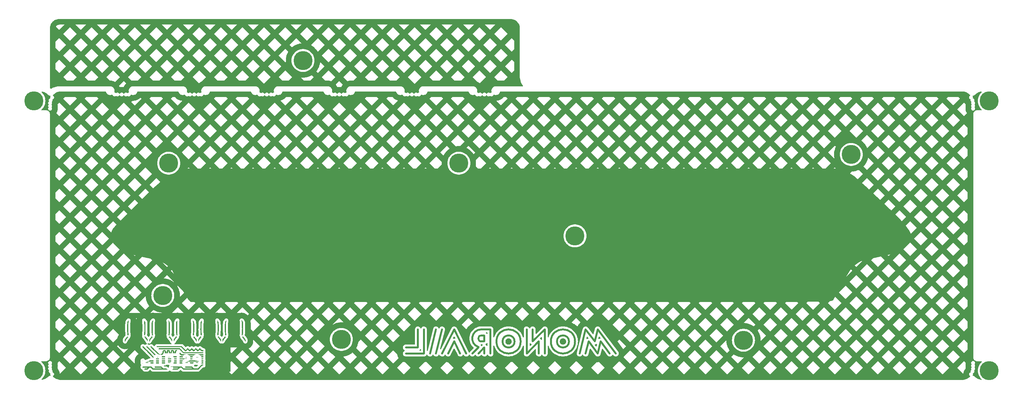
<source format=gbr>
%TF.GenerationSoftware,KiCad,Pcbnew,(7.0.0)*%
%TF.CreationDate,2023-05-06T02:31:30-05:00*%
%TF.ProjectId,Hull_V4N_Tray_Base,48756c6c-5f56-4344-9e5f-547261795f42,rev?*%
%TF.SameCoordinates,Original*%
%TF.FileFunction,Copper,L2,Bot*%
%TF.FilePolarity,Positive*%
%FSLAX46Y46*%
G04 Gerber Fmt 4.6, Leading zero omitted, Abs format (unit mm)*
G04 Created by KiCad (PCBNEW (7.0.0)) date 2023-05-06 02:31:30*
%MOMM*%
%LPD*%
G01*
G04 APERTURE LIST*
%TA.AperFunction,NonConductor*%
%ADD10C,0.500000*%
%TD*%
%TA.AperFunction,WasherPad*%
%ADD11C,5.000000*%
%TD*%
G04 APERTURE END LIST*
D10*
X119062500Y-127793750D02*
X114300000Y-127793750D01*
X114300000Y-126206250D02*
X117475000Y-126206250D01*
X146050000Y-127793750D02*
X146050000Y-121443750D01*
X142875000Y-124618750D02*
G75*
G03*
X142875000Y-124618750I-1587500J0D01*
G01*
X164703125Y-127793750D02*
X162321875Y-124618750D01*
X120650000Y-127793750D02*
X122237500Y-121443750D01*
X134143750Y-121443767D02*
G75*
G03*
X133390733Y-126084051I-50J-2381233D01*
G01*
X134143750Y-123031250D02*
G75*
G03*
X134143750Y-124618750I50J-793750D01*
G01*
X144462500Y-124618750D02*
G75*
G03*
X144462500Y-124618750I-3175000J0D01*
G01*
X158750000Y-124618750D02*
G75*
G03*
X158750000Y-124618750I-3175000J0D01*
G01*
X134937500Y-127793750D02*
X134937500Y-126206250D01*
X127000000Y-124618750D02*
X128587500Y-127793750D01*
X134937500Y-124618750D02*
X134937500Y-123031250D01*
X150812500Y-121443750D02*
X147637500Y-124618750D01*
X125412500Y-127793750D02*
X127000000Y-124618750D01*
X163909375Y-124618750D02*
X164703125Y-121443750D01*
X136525000Y-127793750D02*
X136525000Y-121443750D01*
X150812500Y-127793750D02*
X150812500Y-121443750D01*
X159940625Y-127793750D02*
X161528125Y-121443750D01*
X131762500Y-127793750D02*
X133350000Y-126206250D01*
X149225000Y-124618750D02*
X149225000Y-127793750D01*
X122237500Y-127793750D02*
X123825000Y-121443750D01*
X134937500Y-124618750D02*
X134143750Y-124618750D01*
X146050000Y-127793750D02*
X149225000Y-124618750D01*
X147637500Y-124618750D02*
X147637500Y-121443750D01*
X169465625Y-127793750D02*
X164703125Y-121443750D01*
X163909375Y-124618750D02*
X161528125Y-121443750D01*
X167878125Y-127793750D02*
X165496875Y-124618750D01*
X134143750Y-121443750D02*
X136525000Y-121443750D01*
X130175000Y-127793750D02*
X127000000Y-121443750D01*
X127000000Y-121443750D02*
X123825000Y-127793750D01*
X133350000Y-127793750D02*
X134937500Y-126206250D01*
X157162500Y-124618750D02*
G75*
G03*
X157162500Y-124618750I-1587500J0D01*
G01*
X117475000Y-126206250D02*
X117475000Y-121443750D01*
X164703125Y-127793750D02*
X165496875Y-124618750D01*
X134937500Y-123031250D02*
X134143750Y-123031250D01*
X161528125Y-127793750D02*
X162321875Y-124618750D01*
X119062500Y-127793750D02*
X119062500Y-121443750D01*
%TO.C,G\u002A\u002A\u002A*%
G36*
X47619458Y-123242407D02*
G01*
X47654883Y-123284529D01*
X47703558Y-123326883D01*
X47753851Y-123359560D01*
X47794129Y-123372654D01*
X47826966Y-123374952D01*
X47843817Y-123381805D01*
X47843697Y-123382319D01*
X47829957Y-123402925D01*
X47796701Y-123447301D01*
X47748607Y-123509319D01*
X47690353Y-123582847D01*
X47616204Y-123676433D01*
X47496459Y-123831445D01*
X47387472Y-123977403D01*
X47292192Y-124110158D01*
X47213571Y-124225558D01*
X47154557Y-124319457D01*
X47118101Y-124387703D01*
X47107056Y-124411465D01*
X47069428Y-124485901D01*
X47030000Y-124557253D01*
X47018162Y-124576934D01*
X46984500Y-124624068D01*
X46959256Y-124640956D01*
X46941404Y-124625831D01*
X46929921Y-124576924D01*
X46923783Y-124492465D01*
X46921964Y-124370685D01*
X46921964Y-124117624D01*
X47032225Y-123946181D01*
X47066574Y-123893737D01*
X47109739Y-123830789D01*
X47142526Y-123786514D01*
X47159716Y-123768201D01*
X47165445Y-123764625D01*
X47176945Y-123737146D01*
X47180211Y-123726205D01*
X47203814Y-123690038D01*
X47242727Y-123645614D01*
X47277458Y-123607394D01*
X47330997Y-123544259D01*
X47393836Y-123467276D01*
X47458480Y-123385481D01*
X47466510Y-123375173D01*
X47521927Y-123305872D01*
X47567026Y-123252610D01*
X47597352Y-123220464D01*
X47608451Y-123214513D01*
X47619458Y-123242407D01*
G37*
G36*
X54347877Y-119086173D02*
G01*
X54348820Y-119121597D01*
X54345552Y-119187960D01*
X54338506Y-119279359D01*
X54328114Y-119389892D01*
X54314809Y-119513658D01*
X54311292Y-119544707D01*
X54301705Y-119632101D01*
X54293625Y-119712757D01*
X54286923Y-119790854D01*
X54281474Y-119870569D01*
X54277151Y-119956082D01*
X54273827Y-120051571D01*
X54271378Y-120161215D01*
X54269675Y-120289194D01*
X54268594Y-120439685D01*
X54268006Y-120616867D01*
X54267787Y-120824920D01*
X54267810Y-121068021D01*
X54267812Y-121073978D01*
X54267997Y-121317300D01*
X54268419Y-121525519D01*
X54269200Y-121702664D01*
X54270457Y-121852769D01*
X54272309Y-121979866D01*
X54274876Y-122087985D01*
X54278277Y-122181160D01*
X54282629Y-122263421D01*
X54288053Y-122338802D01*
X54294667Y-122411333D01*
X54302590Y-122485046D01*
X54311941Y-122563974D01*
X54327568Y-122690807D01*
X54340910Y-122800950D01*
X54349206Y-122880847D01*
X54351911Y-122935151D01*
X54348479Y-122968509D01*
X54338364Y-122985573D01*
X54321021Y-122990992D01*
X54295904Y-122989417D01*
X54262466Y-122985497D01*
X54209192Y-122982962D01*
X54164290Y-122991535D01*
X54130072Y-123016550D01*
X54097874Y-123042352D01*
X54071231Y-123051087D01*
X54063322Y-123032735D01*
X54052648Y-122978264D01*
X54040078Y-122891007D01*
X54025983Y-122774257D01*
X54010732Y-122631304D01*
X53994697Y-122465439D01*
X53978246Y-122279952D01*
X53961752Y-122078137D01*
X53960030Y-122052004D01*
X53956443Y-121963608D01*
X53953625Y-121843450D01*
X53951553Y-121696800D01*
X53950205Y-121528927D01*
X53949557Y-121345100D01*
X53949586Y-121150588D01*
X53950271Y-120950660D01*
X53951587Y-120750586D01*
X53953512Y-120555636D01*
X53956023Y-120371077D01*
X53959097Y-120202181D01*
X53962711Y-120054215D01*
X53966843Y-119932449D01*
X53971469Y-119842152D01*
X53975789Y-119777662D01*
X53983910Y-119669110D01*
X53993128Y-119587576D01*
X54006118Y-119524898D01*
X54025555Y-119472914D01*
X54054114Y-119423459D01*
X54094469Y-119368371D01*
X54149297Y-119299487D01*
X54203397Y-119229671D01*
X54246888Y-119168825D01*
X54274025Y-119125140D01*
X54280431Y-119105107D01*
X54276989Y-119099790D01*
X54290212Y-119103609D01*
X54300871Y-119106820D01*
X54321851Y-119092043D01*
X54327305Y-119082756D01*
X54346448Y-119082153D01*
X54347877Y-119086173D01*
G37*
G36*
X45179595Y-130227712D02*
G01*
X45181798Y-130237561D01*
X45198290Y-130304273D01*
X45214290Y-130360106D01*
X45217056Y-130369148D01*
X45221429Y-130406137D01*
X45205607Y-130410014D01*
X45171880Y-130379720D01*
X45153249Y-130355348D01*
X45126917Y-130282847D01*
X45139429Y-130205785D01*
X45162372Y-130149256D01*
X45179595Y-130227712D01*
G37*
G36*
X45887310Y-123213415D02*
G01*
X45915449Y-123239829D01*
X45957573Y-123287891D01*
X46016830Y-123360872D01*
X46096372Y-123462041D01*
X46164633Y-123549266D01*
X46230234Y-123632454D01*
X46284644Y-123700781D01*
X46323579Y-123748868D01*
X46342754Y-123771337D01*
X46345091Y-123773851D01*
X46369260Y-123805746D01*
X46405884Y-123859244D01*
X46448005Y-123924240D01*
X46529686Y-124053573D01*
X46529686Y-124340758D01*
X46529472Y-124387337D01*
X46527576Y-124482310D01*
X46524032Y-124558643D01*
X46519228Y-124609475D01*
X46513548Y-124627944D01*
X46503774Y-124618870D01*
X46478420Y-124581355D01*
X46443191Y-124521474D01*
X46402548Y-124446515D01*
X46380366Y-124405019D01*
X46326810Y-124310239D01*
X46272885Y-124220806D01*
X46227451Y-124151637D01*
X46198235Y-124110491D01*
X46114310Y-123993987D01*
X46032880Y-123883228D01*
X45957944Y-123783492D01*
X45893501Y-123700059D01*
X45843549Y-123638209D01*
X45812087Y-123603221D01*
X45809982Y-123601208D01*
X45778335Y-123565524D01*
X45765083Y-123540199D01*
X45759604Y-123527659D01*
X45733112Y-123492248D01*
X45692115Y-123447033D01*
X45619486Y-123372654D01*
X45675155Y-123372654D01*
X45699497Y-123368408D01*
X45742794Y-123348063D01*
X45782504Y-123318515D01*
X45807949Y-123288308D01*
X45808451Y-123265988D01*
X45806024Y-123261654D01*
X45820949Y-123254971D01*
X45837649Y-123247341D01*
X45859012Y-123215643D01*
X45860384Y-123212454D01*
X45870005Y-123205380D01*
X45887310Y-123213415D01*
G37*
G36*
X61139265Y-129114623D02*
G01*
X61116831Y-129174509D01*
X61117527Y-129251911D01*
X61156416Y-129320569D01*
X61157496Y-129321775D01*
X61166953Y-129335118D01*
X61163882Y-129344300D01*
X61142943Y-129350095D01*
X61098796Y-129353277D01*
X61026102Y-129354618D01*
X60919521Y-129354893D01*
X60651694Y-129354893D01*
X60651694Y-129041071D01*
X61177040Y-129041071D01*
X61139265Y-129114623D01*
G37*
G36*
X52285843Y-123209602D02*
G01*
X52312409Y-123233304D01*
X52356160Y-123280801D01*
X52413383Y-123347443D01*
X52480364Y-123428584D01*
X52553389Y-123519577D01*
X52628743Y-123615773D01*
X52702713Y-123712525D01*
X52771584Y-123805185D01*
X52831643Y-123889107D01*
X52879176Y-123959641D01*
X52962025Y-124088561D01*
X52962535Y-124358253D01*
X52962138Y-124457418D01*
X52959880Y-124539616D01*
X52955233Y-124592062D01*
X52947713Y-124619817D01*
X52936839Y-124627944D01*
X52920828Y-124615109D01*
X52890332Y-124573556D01*
X52851189Y-124510082D01*
X52808026Y-124431738D01*
X52772742Y-124365955D01*
X52727391Y-124285846D01*
X52688087Y-124221141D01*
X52660617Y-124181661D01*
X52644542Y-124161313D01*
X52602324Y-124102736D01*
X52560563Y-124039527D01*
X52528722Y-123992292D01*
X52475267Y-123918523D01*
X52408903Y-123830284D01*
X52335635Y-123735268D01*
X52261467Y-123641168D01*
X52192406Y-123555679D01*
X52134455Y-123486493D01*
X52093620Y-123441303D01*
X52035453Y-123382461D01*
X52089523Y-123376046D01*
X52103178Y-123372954D01*
X52154780Y-123346230D01*
X52210024Y-123302445D01*
X52255933Y-123252993D01*
X52279525Y-123209265D01*
X52285843Y-123209602D01*
G37*
G36*
X60762367Y-119086058D02*
G01*
X60765643Y-119098493D01*
X60765423Y-119124983D01*
X60761528Y-119170514D01*
X60753778Y-119240071D01*
X60741994Y-119338639D01*
X60725996Y-119471202D01*
X60721991Y-119504879D01*
X60713546Y-119579638D01*
X60706391Y-119651181D01*
X60700419Y-119723366D01*
X60695521Y-119800052D01*
X60691588Y-119885098D01*
X60688513Y-119982362D01*
X60686188Y-120095702D01*
X60684503Y-120228978D01*
X60683351Y-120386047D01*
X60682624Y-120570768D01*
X60682212Y-120786999D01*
X60682008Y-121038600D01*
X60681953Y-121191140D01*
X60682019Y-121420617D01*
X60682376Y-121616971D01*
X60683130Y-121784039D01*
X60684390Y-121925661D01*
X60686259Y-122045676D01*
X60688846Y-122147921D01*
X60692257Y-122236236D01*
X60696598Y-122314459D01*
X60701975Y-122386428D01*
X60708495Y-122455983D01*
X60716265Y-122526961D01*
X60725390Y-122603202D01*
X60738824Y-122713449D01*
X60751055Y-122815464D01*
X60760729Y-122897927D01*
X60767089Y-122954378D01*
X60769377Y-122978360D01*
X60766276Y-122982563D01*
X60736717Y-122988185D01*
X60686018Y-122986248D01*
X60645277Y-122983864D01*
X60590369Y-122994305D01*
X60534029Y-123028677D01*
X60465399Y-123080031D01*
X60432103Y-122740899D01*
X60430022Y-122719676D01*
X60412143Y-122534002D01*
X60397318Y-122370701D01*
X60385317Y-122223614D01*
X60375914Y-122086582D01*
X60368879Y-121953444D01*
X60363986Y-121818043D01*
X60361006Y-121674218D01*
X60359710Y-121515810D01*
X60359872Y-121336660D01*
X60361263Y-121130608D01*
X60363656Y-120891496D01*
X60365679Y-120727127D01*
X60368646Y-120532299D01*
X60372073Y-120345969D01*
X60375838Y-120173259D01*
X60379818Y-120019289D01*
X60383888Y-119889182D01*
X60387926Y-119788059D01*
X60391809Y-119721042D01*
X60395280Y-119677545D01*
X60403442Y-119590792D01*
X60412457Y-119530937D01*
X60424558Y-119489179D01*
X60441974Y-119456719D01*
X60466937Y-119424759D01*
X60498375Y-119386797D01*
X60550777Y-119321261D01*
X60602659Y-119254374D01*
X60642491Y-119202762D01*
X60680963Y-119154413D01*
X60704698Y-119126390D01*
X60715750Y-119111988D01*
X60719408Y-119092621D01*
X60718831Y-119088306D01*
X60739956Y-119083748D01*
X60746047Y-119083413D01*
X60755775Y-119082693D01*
X60762367Y-119086058D01*
G37*
G36*
X58349296Y-128506590D02*
G01*
X58389678Y-128509892D01*
X58410750Y-128515458D01*
X58417221Y-128523623D01*
X58413800Y-128534724D01*
X58405303Y-128555287D01*
X58396095Y-128605874D01*
X58392053Y-128628844D01*
X58367935Y-128667361D01*
X58345462Y-128698558D01*
X58327149Y-128748218D01*
X58314523Y-128805704D01*
X58021873Y-128805704D01*
X57921322Y-128805595D01*
X57836737Y-128804256D01*
X57780563Y-128800067D01*
X57747000Y-128791404D01*
X57730248Y-128776645D01*
X57724508Y-128754166D01*
X57723979Y-128722345D01*
X57721284Y-128704219D01*
X57705896Y-128688021D01*
X57699893Y-128686544D01*
X57699802Y-128668407D01*
X57702650Y-128660299D01*
X57687884Y-128648793D01*
X57679114Y-128647706D01*
X57676137Y-128636499D01*
X57676672Y-128635876D01*
X57676119Y-128610449D01*
X57659688Y-128568624D01*
X57630945Y-128513041D01*
X58031225Y-128507365D01*
X58065197Y-128506891D01*
X58191765Y-128505426D01*
X58284895Y-128505213D01*
X58349296Y-128506590D01*
G37*
G36*
X51080111Y-130414044D02*
G01*
X50217099Y-130414044D01*
X50217099Y-130119836D01*
X51080111Y-130119836D01*
X51080111Y-130414044D01*
G37*
G36*
X58415083Y-119086914D02*
G01*
X58424035Y-119099220D01*
X58423047Y-119101078D01*
X58430298Y-119119666D01*
X58438846Y-119126602D01*
X58466998Y-119158042D01*
X58503641Y-119204700D01*
X58522711Y-119230136D01*
X58560429Y-119279712D01*
X58586174Y-119312577D01*
X58594723Y-119323160D01*
X58627512Y-119364411D01*
X58667223Y-119414923D01*
X58686388Y-119438467D01*
X58716583Y-119470854D01*
X58731793Y-119480214D01*
X58734629Y-119491862D01*
X58735130Y-119533319D01*
X58732901Y-119595367D01*
X58732709Y-119599483D01*
X58732995Y-119669166D01*
X58737714Y-119764706D01*
X58746107Y-119874054D01*
X58757419Y-119985161D01*
X58759568Y-120004878D01*
X58768737Y-120120062D01*
X58776264Y-120266902D01*
X58782143Y-120439176D01*
X58786367Y-120630663D01*
X58788928Y-120835139D01*
X58789821Y-121046384D01*
X58789038Y-121258175D01*
X58786572Y-121464290D01*
X58782417Y-121658508D01*
X58776566Y-121834607D01*
X58769011Y-121986364D01*
X58759747Y-122107558D01*
X58759116Y-122114032D01*
X58746371Y-122247660D01*
X58732799Y-122394197D01*
X58719985Y-122536331D01*
X58709512Y-122656747D01*
X58709153Y-122660994D01*
X58699965Y-122765476D01*
X58690789Y-122863166D01*
X58682671Y-122943292D01*
X58676657Y-122995087D01*
X58673479Y-123017377D01*
X58666040Y-123061080D01*
X58661081Y-123078446D01*
X58659239Y-123077496D01*
X58637782Y-123059897D01*
X58601395Y-123027095D01*
X58591417Y-123018048D01*
X58553700Y-122991575D01*
X58512481Y-122982786D01*
X58450359Y-122987069D01*
X58425537Y-122989839D01*
X58380854Y-122991949D01*
X58363188Y-122984354D01*
X58364027Y-122964868D01*
X58368087Y-122940926D01*
X58375528Y-122880210D01*
X58385350Y-122788983D01*
X58397097Y-122671924D01*
X58410314Y-122533710D01*
X58424545Y-122379017D01*
X58439334Y-122212524D01*
X58454226Y-122038909D01*
X58458300Y-121979138D01*
X58463468Y-121862182D01*
X58467627Y-121716494D01*
X58470779Y-121548251D01*
X58472923Y-121363630D01*
X58474062Y-121168808D01*
X58474196Y-120969961D01*
X58473326Y-120773268D01*
X58471453Y-120584905D01*
X58468577Y-120411048D01*
X58464699Y-120257876D01*
X58459821Y-120131564D01*
X58453943Y-120038291D01*
X58443650Y-119919690D01*
X58429621Y-119763460D01*
X58415567Y-119612385D01*
X58402045Y-119472121D01*
X58389616Y-119348321D01*
X58378837Y-119246643D01*
X58370267Y-119172740D01*
X58364465Y-119132268D01*
X58361422Y-119113251D01*
X58366157Y-119086840D01*
X58393424Y-119082402D01*
X58415083Y-119086914D01*
G37*
G36*
X52036175Y-119134775D02*
G01*
X52040583Y-119140073D01*
X52053368Y-119159631D01*
X52089284Y-119210755D01*
X52138149Y-119277825D01*
X52193200Y-119351475D01*
X52195911Y-119355057D01*
X52250887Y-119429324D01*
X52285944Y-119482862D01*
X52305519Y-119525163D01*
X52314053Y-119565719D01*
X52315982Y-119614021D01*
X52315984Y-119614712D01*
X52318390Y-119674148D01*
X52324659Y-119760798D01*
X52333849Y-119863138D01*
X52345021Y-119969643D01*
X52351461Y-120039683D01*
X52359161Y-120166661D01*
X52365385Y-120322512D01*
X52370132Y-120501224D01*
X52373398Y-120696789D01*
X52375182Y-120903196D01*
X52375481Y-121114436D01*
X52374291Y-121324497D01*
X52371612Y-121527371D01*
X52367439Y-121717047D01*
X52361772Y-121887514D01*
X52354606Y-122032764D01*
X52345940Y-122146785D01*
X52345524Y-122151041D01*
X52332681Y-122285736D01*
X52318917Y-122435003D01*
X52305857Y-122580973D01*
X52295126Y-122705782D01*
X52293564Y-122724342D01*
X52284513Y-122825917D01*
X52275701Y-122915923D01*
X52268066Y-122985180D01*
X52262547Y-123024507D01*
X52256566Y-123050677D01*
X52243031Y-123073786D01*
X52219738Y-123065814D01*
X52179321Y-123026980D01*
X52145510Y-122996985D01*
X52105864Y-122983327D01*
X52046927Y-122985682D01*
X52038697Y-122986674D01*
X52008725Y-122990539D01*
X51987124Y-122990041D01*
X51973145Y-122980218D01*
X51966039Y-122956107D01*
X51965057Y-122912744D01*
X51969449Y-122845167D01*
X51978468Y-122748413D01*
X51991363Y-122617519D01*
X51999459Y-122533822D01*
X52015934Y-122356883D01*
X52029231Y-122200293D01*
X52039681Y-122056604D01*
X52047615Y-121918371D01*
X52053363Y-121778147D01*
X52057258Y-121628486D01*
X52059631Y-121461939D01*
X52060811Y-121271062D01*
X52061131Y-121048407D01*
X52061005Y-120895287D01*
X52060189Y-120696574D01*
X52058311Y-120524416D01*
X52055019Y-120371253D01*
X52049962Y-120229522D01*
X52042790Y-120091664D01*
X52033152Y-119950118D01*
X52020697Y-119797322D01*
X52005074Y-119625716D01*
X51985933Y-119427738D01*
X51981042Y-119377626D01*
X51970680Y-119265931D01*
X51964569Y-119186270D01*
X51962639Y-119133558D01*
X51964821Y-119102711D01*
X51966861Y-119098101D01*
X51987159Y-119098101D01*
X51992157Y-119116438D01*
X51996187Y-119122244D01*
X52014086Y-119136052D01*
X52016769Y-119134775D01*
X52011771Y-119116438D01*
X52007741Y-119110632D01*
X51989842Y-119096824D01*
X51987159Y-119098101D01*
X51966861Y-119098101D01*
X51971044Y-119088645D01*
X51981238Y-119086275D01*
X52009536Y-119102754D01*
X52036175Y-119134775D01*
G37*
G36*
X49108891Y-130115770D02*
G01*
X49471771Y-130121511D01*
X49471771Y-130414044D01*
X48746057Y-130414044D01*
X48746034Y-130262036D01*
X48746012Y-130110029D01*
X49108891Y-130115770D01*
G37*
G36*
X56724137Y-128728232D02*
G01*
X56815225Y-128741615D01*
X56885825Y-128766476D01*
X56954474Y-128804060D01*
X56670072Y-128804753D01*
X56385671Y-128805446D01*
X56444512Y-128766476D01*
X56461833Y-128756952D01*
X56534052Y-128735901D01*
X56625950Y-128726328D01*
X56724137Y-128728232D01*
G37*
G36*
X55546240Y-129574930D02*
G01*
X55644797Y-129577836D01*
X55708845Y-129582839D01*
X55736050Y-129589860D01*
X55744978Y-129602174D01*
X55731370Y-129609874D01*
X55722032Y-129611398D01*
X55716989Y-129626561D01*
X55718115Y-129631466D01*
X55707824Y-129662708D01*
X55680745Y-129706351D01*
X55676469Y-129712249D01*
X55638778Y-129771414D01*
X55610369Y-129826962D01*
X55586549Y-129884469D01*
X54863943Y-129884469D01*
X54869672Y-129732461D01*
X54875400Y-129580453D01*
X55295718Y-129575150D01*
X55415510Y-129574199D01*
X55546240Y-129574930D01*
G37*
G36*
X46374042Y-125834896D02*
G01*
X46404261Y-125857599D01*
X46461026Y-125907732D01*
X46543717Y-125984694D01*
X46651715Y-126087884D01*
X46784399Y-126216701D01*
X46941151Y-126370545D01*
X47121349Y-126548814D01*
X47324375Y-126750908D01*
X47549609Y-126976225D01*
X47638703Y-127065612D01*
X47807671Y-127235520D01*
X47966688Y-127395919D01*
X48113773Y-127544786D01*
X48246949Y-127680099D01*
X48364236Y-127799835D01*
X48463656Y-127901971D01*
X48543230Y-127984483D01*
X48600978Y-128045349D01*
X48634922Y-128082547D01*
X48643084Y-128094052D01*
X48623263Y-128090316D01*
X48608759Y-128103488D01*
X48607873Y-128110913D01*
X48596564Y-128113560D01*
X48586077Y-128111937D01*
X48549360Y-128122661D01*
X48499399Y-128144877D01*
X48448489Y-128172298D01*
X48408926Y-128198640D01*
X48393007Y-128217618D01*
X48392629Y-128221894D01*
X48377889Y-128236901D01*
X48376295Y-128235944D01*
X48353446Y-128215427D01*
X48305611Y-128169775D01*
X48234925Y-128101095D01*
X48143522Y-128011493D01*
X48033535Y-127903075D01*
X47907097Y-127777948D01*
X47766342Y-127638218D01*
X47613403Y-127485992D01*
X47450415Y-127323376D01*
X47279510Y-127152477D01*
X47164363Y-127037188D01*
X46980071Y-126852526D01*
X46820725Y-126692557D01*
X46684518Y-126555353D01*
X46569642Y-126438986D01*
X46474287Y-126341527D01*
X46396647Y-126261046D01*
X46334912Y-126195616D01*
X46287275Y-126143307D01*
X46251928Y-126102191D01*
X46227062Y-126070339D01*
X46210869Y-126045823D01*
X46201542Y-126026714D01*
X46197272Y-126011082D01*
X46196250Y-125997000D01*
X46196385Y-125990966D01*
X46214493Y-125925757D01*
X46256203Y-125871650D01*
X46311652Y-125837868D01*
X46370977Y-125833632D01*
X46374042Y-125834896D01*
G37*
G36*
X61167329Y-129614778D02*
G01*
X61129161Y-129667232D01*
X61111946Y-129736394D01*
X61130369Y-129814380D01*
X61159654Y-129884469D01*
X60651694Y-129884469D01*
X60651694Y-129570646D01*
X61207721Y-129570646D01*
X61167329Y-129614778D01*
G37*
G36*
X48039956Y-130414929D02*
G01*
X47683736Y-130409583D01*
X47327515Y-130404237D01*
X47305915Y-130340033D01*
X47276820Y-130283234D01*
X47234106Y-130232157D01*
X47199464Y-130202031D01*
X47169775Y-130173954D01*
X47155620Y-130153122D01*
X47160383Y-130138455D01*
X47187449Y-130128875D01*
X47240202Y-130123301D01*
X47322028Y-130120657D01*
X47436311Y-130119861D01*
X47586435Y-130119836D01*
X48039956Y-130119836D01*
X48039956Y-130414929D01*
G37*
G36*
X55743451Y-128597421D02*
G01*
X55748306Y-128613521D01*
X55779292Y-128684746D01*
X55817911Y-128744525D01*
X55869389Y-128805704D01*
X54865593Y-128805704D01*
X54865593Y-128511496D01*
X55720469Y-128511496D01*
X55743451Y-128597421D01*
G37*
G36*
X54075103Y-127187558D02*
G01*
X54055407Y-127203259D01*
X54018777Y-127216978D01*
X54017262Y-127216972D01*
X54003837Y-127217231D01*
X53994289Y-127222122D01*
X53987797Y-127237408D01*
X53983544Y-127268853D01*
X53980709Y-127322220D01*
X53978474Y-127403274D01*
X53976019Y-127517777D01*
X53972978Y-127589739D01*
X53964894Y-127637220D01*
X53947914Y-127669624D01*
X53918129Y-127699206D01*
X53903454Y-127711353D01*
X53881105Y-127725734D01*
X53853212Y-127735549D01*
X53813038Y-127741668D01*
X53753845Y-127744962D01*
X53668899Y-127746301D01*
X53551462Y-127746554D01*
X53478605Y-127746481D01*
X53380785Y-127745661D01*
X53311564Y-127743237D01*
X53264229Y-127738363D01*
X53232064Y-127730194D01*
X53208355Y-127717884D01*
X53186388Y-127700587D01*
X53173973Y-127689556D01*
X53154501Y-127667418D01*
X53141719Y-127639275D01*
X53133669Y-127596825D01*
X53128393Y-127531767D01*
X53123933Y-127435800D01*
X53114918Y-127216978D01*
X52904203Y-127216978D01*
X52904203Y-127430558D01*
X52904129Y-127496838D01*
X52901459Y-127586390D01*
X52891059Y-127650327D01*
X52867684Y-127693145D01*
X52826088Y-127719340D01*
X52761026Y-127733409D01*
X52667251Y-127739849D01*
X52539517Y-127743156D01*
X52500649Y-127743897D01*
X52394443Y-127744728D01*
X52300373Y-127743820D01*
X52227464Y-127741320D01*
X52184738Y-127737373D01*
X52178553Y-127736125D01*
X52130697Y-127717163D01*
X52097044Y-127680826D01*
X52075545Y-127621767D01*
X52064149Y-127534638D01*
X52060806Y-127414091D01*
X52060806Y-127216978D01*
X51845053Y-127216978D01*
X51845053Y-127412195D01*
X51844336Y-127462955D01*
X51839950Y-127547668D01*
X51832460Y-127615803D01*
X51822895Y-127656043D01*
X51815243Y-127671007D01*
X51791576Y-127700187D01*
X51755901Y-127721063D01*
X51702796Y-127734712D01*
X51626839Y-127742211D01*
X51522607Y-127744636D01*
X51384679Y-127743065D01*
X51273790Y-127740636D01*
X51170893Y-127735663D01*
X51097864Y-127724539D01*
X51049585Y-127703090D01*
X51020942Y-127667142D01*
X51006816Y-127612520D01*
X51002093Y-127535050D01*
X51001655Y-127430558D01*
X51001655Y-127216978D01*
X50766288Y-127216978D01*
X50766288Y-127655251D01*
X50487666Y-127936269D01*
X50469441Y-127954627D01*
X50386018Y-128038043D01*
X50312876Y-128110195D01*
X50254318Y-128166905D01*
X50214650Y-128203995D01*
X50198175Y-128217287D01*
X50186779Y-128209615D01*
X50164188Y-128180268D01*
X50146857Y-128159789D01*
X50102629Y-128120023D01*
X50046690Y-128077633D01*
X49960524Y-128031961D01*
X49858019Y-128008752D01*
X49759915Y-128017129D01*
X49674973Y-128057565D01*
X49613387Y-128103788D01*
X49526145Y-128052661D01*
X49480480Y-128028854D01*
X49409814Y-128007466D01*
X49322678Y-128001534D01*
X49206453Y-128001534D01*
X48230927Y-127025285D01*
X48126686Y-126920987D01*
X47946525Y-126740689D01*
X47791489Y-126585133D01*
X47659937Y-126452267D01*
X47550230Y-126340041D01*
X47460728Y-126246404D01*
X47389792Y-126169306D01*
X47335783Y-126106696D01*
X47297060Y-126056523D01*
X47271985Y-126016737D01*
X47258918Y-125985286D01*
X47256219Y-125960121D01*
X47262249Y-125939190D01*
X47275368Y-125920442D01*
X47293937Y-125901828D01*
X47316316Y-125881296D01*
X47328323Y-125870338D01*
X47379291Y-125834142D01*
X47424527Y-125827184D01*
X47477346Y-125846594D01*
X47477768Y-125846832D01*
X47499685Y-125865467D01*
X47546882Y-125909600D01*
X47617113Y-125977023D01*
X47708130Y-126065526D01*
X47817687Y-126172900D01*
X47943536Y-126296939D01*
X48083430Y-126435432D01*
X48235122Y-126586171D01*
X48396365Y-126746947D01*
X48564911Y-126915551D01*
X49609635Y-127962307D01*
X50030127Y-127962307D01*
X50241296Y-127751792D01*
X50452466Y-127541277D01*
X50452466Y-127299698D01*
X50452554Y-127271872D01*
X50456165Y-127149770D01*
X50466161Y-127059683D01*
X50484041Y-126995795D01*
X50511304Y-126952290D01*
X50549449Y-126923351D01*
X50551160Y-126922569D01*
X50586485Y-126916115D01*
X50651577Y-126910838D01*
X50737933Y-126906840D01*
X50837047Y-126904222D01*
X50940416Y-126903083D01*
X51039535Y-126903526D01*
X51125898Y-126905649D01*
X51191002Y-126909554D01*
X51226342Y-126915342D01*
X51261721Y-126945198D01*
X51291245Y-127012842D01*
X51309334Y-127114678D01*
X51315478Y-127248795D01*
X51315478Y-127432731D01*
X51531231Y-127432731D01*
X51531231Y-127228290D01*
X51531242Y-127210546D01*
X51532197Y-127123016D01*
X51535965Y-127063862D01*
X51544332Y-127023768D01*
X51559085Y-126993420D01*
X51582009Y-126963503D01*
X51632787Y-126903156D01*
X51955564Y-126903156D01*
X52062500Y-126903296D01*
X52152840Y-126904289D01*
X52216055Y-126906969D01*
X52258587Y-126912175D01*
X52286875Y-126920741D01*
X52307361Y-126933504D01*
X52326485Y-126951299D01*
X52335179Y-126960229D01*
X52353484Y-126983725D01*
X52365042Y-127012598D01*
X52371393Y-127055307D01*
X52374076Y-127120316D01*
X52374628Y-127216087D01*
X52374628Y-127432731D01*
X52586910Y-127432731D01*
X52593549Y-127215240D01*
X52595394Y-127158101D01*
X52599124Y-127080825D01*
X52605025Y-127029780D01*
X52615044Y-126996608D01*
X52631126Y-126972952D01*
X52655220Y-126950453D01*
X52671657Y-126936964D01*
X52693970Y-126923136D01*
X52722337Y-126913705D01*
X52763393Y-126907830D01*
X52823772Y-126904674D01*
X52910109Y-126903396D01*
X53029039Y-126903156D01*
X53080991Y-126903296D01*
X53204624Y-126905315D01*
X53293327Y-126909904D01*
X53350236Y-126917283D01*
X53378488Y-126927673D01*
X53398329Y-126948812D01*
X53429109Y-127016977D01*
X53447369Y-127120000D01*
X53453393Y-127259133D01*
X53453393Y-127432731D01*
X53669146Y-127432731D01*
X53669146Y-127219653D01*
X53669192Y-127187558D01*
X54041810Y-127187558D01*
X54051617Y-127197365D01*
X54061424Y-127187558D01*
X54051617Y-127177751D01*
X54041810Y-127187558D01*
X53669192Y-127187558D01*
X53669210Y-127174538D01*
X53670428Y-127094253D01*
X53674511Y-127040801D01*
X53683150Y-127005523D01*
X53698034Y-126979763D01*
X53720855Y-126954865D01*
X53732975Y-126942970D01*
X53753541Y-126926349D01*
X53778281Y-126915173D01*
X53814206Y-126908385D01*
X53868326Y-126904925D01*
X53947652Y-126903734D01*
X54059195Y-126903752D01*
X54129487Y-126904164D01*
X54225117Y-126906227D01*
X54285553Y-126910175D01*
X54313357Y-126916219D01*
X54311088Y-126924572D01*
X54292457Y-126939597D01*
X54286108Y-126960582D01*
X54281025Y-126981921D01*
X54253729Y-127013315D01*
X54251517Y-127015237D01*
X54227705Y-127032411D01*
X54225928Y-127025743D01*
X54232686Y-127013259D01*
X54232595Y-127002769D01*
X54207824Y-127022637D01*
X54158437Y-127072820D01*
X54133889Y-127100100D01*
X54115348Y-127125275D01*
X54120265Y-127128499D01*
X54125503Y-127126294D01*
X54125458Y-127135506D01*
X54102136Y-127164781D01*
X54097463Y-127169734D01*
X54075103Y-127187558D01*
G37*
G36*
X41533701Y-119083588D02*
G01*
X41542299Y-119103325D01*
X41537676Y-119150965D01*
X41535700Y-119165907D01*
X41528865Y-119222710D01*
X41518988Y-119308636D01*
X41506821Y-119417004D01*
X41493119Y-119541133D01*
X41478635Y-119674340D01*
X41470957Y-119746469D01*
X41460718Y-119848328D01*
X41452334Y-119942710D01*
X41445622Y-120034804D01*
X41440398Y-120129800D01*
X41436481Y-120232887D01*
X41433686Y-120349254D01*
X41431830Y-120484090D01*
X41430732Y-120642586D01*
X41430207Y-120829931D01*
X41430072Y-121051313D01*
X41430130Y-121208154D01*
X41430504Y-121404939D01*
X41431385Y-121571166D01*
X41432954Y-121711956D01*
X41435393Y-121832434D01*
X41438884Y-121937720D01*
X41443609Y-122032938D01*
X41449749Y-122123210D01*
X41457486Y-122213658D01*
X41467002Y-122309405D01*
X41478479Y-122415573D01*
X41484366Y-122468598D01*
X41498805Y-122597269D01*
X41512135Y-122714231D01*
X41523568Y-122812660D01*
X41532314Y-122885737D01*
X41537585Y-122926640D01*
X41548284Y-123000395D01*
X41444953Y-122988250D01*
X41437883Y-122987438D01*
X41373311Y-122983644D01*
X41330064Y-122992160D01*
X41292681Y-123015780D01*
X41289570Y-123018291D01*
X41256034Y-123043573D01*
X41240352Y-123052121D01*
X41239043Y-123046862D01*
X41233735Y-123010314D01*
X41225541Y-122944750D01*
X41215203Y-122856923D01*
X41203464Y-122753587D01*
X41191066Y-122641494D01*
X41178750Y-122527396D01*
X41167260Y-122418046D01*
X41157337Y-122320197D01*
X41149723Y-122240602D01*
X41145161Y-122186013D01*
X41142316Y-122139158D01*
X41137440Y-122026488D01*
X41133168Y-121885905D01*
X41129528Y-121723002D01*
X41126549Y-121543375D01*
X41124261Y-121352616D01*
X41122693Y-121156321D01*
X41121873Y-120960083D01*
X41121830Y-120769497D01*
X41122595Y-120590157D01*
X41124195Y-120427656D01*
X41126661Y-120287589D01*
X41130020Y-120175550D01*
X41134303Y-120097133D01*
X41144213Y-119971775D01*
X41156356Y-119820261D01*
X41167045Y-119699422D01*
X41177536Y-119604296D01*
X41189087Y-119529926D01*
X41202952Y-119471351D01*
X41220390Y-119423612D01*
X41242657Y-119381749D01*
X41271008Y-119340804D01*
X41306701Y-119295815D01*
X41350991Y-119241824D01*
X41356787Y-119234710D01*
X41398752Y-119183136D01*
X41433364Y-119140509D01*
X41453482Y-119111429D01*
X41458814Y-119092876D01*
X41466194Y-119087055D01*
X41499852Y-119081614D01*
X41506093Y-119081138D01*
X41533701Y-119083588D01*
G37*
G36*
X64856248Y-119106631D02*
G01*
X64858875Y-119109294D01*
X64867394Y-119126606D01*
X64895925Y-119169345D01*
X64939777Y-119229715D01*
X64994011Y-119300723D01*
X65129146Y-119473783D01*
X65144691Y-119711906D01*
X65150475Y-119793028D01*
X65160356Y-119912531D01*
X65171085Y-120025746D01*
X65181177Y-120116232D01*
X65186403Y-120170570D01*
X65192411Y-120275338D01*
X65197035Y-120409303D01*
X65200302Y-120566663D01*
X65202235Y-120741615D01*
X65202861Y-120928354D01*
X65202204Y-121121079D01*
X65200288Y-121313985D01*
X65197140Y-121501270D01*
X65192784Y-121677131D01*
X65187245Y-121835765D01*
X65180548Y-121971368D01*
X65172718Y-122078137D01*
X65169114Y-122116954D01*
X65155224Y-122266047D01*
X65139761Y-122431433D01*
X65124366Y-122595593D01*
X65110677Y-122741008D01*
X65078657Y-123080249D01*
X65023576Y-123027478D01*
X65007982Y-123013056D01*
X64972578Y-122989076D01*
X64931980Y-122981676D01*
X64869553Y-122986424D01*
X64832979Y-122990211D01*
X64788127Y-122992752D01*
X64770613Y-122990496D01*
X64771308Y-122983323D01*
X64775774Y-122943179D01*
X64783826Y-122872748D01*
X64794822Y-122777597D01*
X64808120Y-122663291D01*
X64823079Y-122535397D01*
X64824267Y-122525258D01*
X64836379Y-122419769D01*
X64846435Y-122325674D01*
X64854631Y-122237910D01*
X64861165Y-122151416D01*
X64866236Y-122061129D01*
X64870042Y-121961988D01*
X64872780Y-121848930D01*
X64874649Y-121716892D01*
X64875846Y-121560813D01*
X64876569Y-121375631D01*
X64877017Y-121156283D01*
X64877043Y-121139858D01*
X64877391Y-120911828D01*
X64877539Y-120718099D01*
X64877320Y-120554050D01*
X64876566Y-120415062D01*
X64875111Y-120296511D01*
X64872786Y-120193780D01*
X64869426Y-120102245D01*
X64864862Y-120017287D01*
X64858928Y-119934286D01*
X64851456Y-119848619D01*
X64842279Y-119755667D01*
X64831230Y-119650809D01*
X64818142Y-119529424D01*
X64810989Y-119463105D01*
X64798042Y-119342707D01*
X64786936Y-119238937D01*
X64778265Y-119157390D01*
X64772937Y-119106631D01*
X64829454Y-119106631D01*
X64839261Y-119116438D01*
X64849068Y-119106631D01*
X64839261Y-119096824D01*
X64829454Y-119106631D01*
X64772937Y-119106631D01*
X64772625Y-119103657D01*
X64770613Y-119083331D01*
X64780439Y-119081145D01*
X64814744Y-119084191D01*
X64842207Y-119092398D01*
X64856248Y-119106631D01*
G37*
G36*
X47541132Y-129576542D02*
G01*
X48030149Y-129580453D01*
X48035878Y-129732461D01*
X48041606Y-129884469D01*
X47045376Y-129880873D01*
X46970015Y-129880570D01*
X46782252Y-129879502D01*
X46621099Y-129878109D01*
X46488359Y-129876430D01*
X46385833Y-129874503D01*
X46315325Y-129872368D01*
X46278638Y-129870064D01*
X46277573Y-129867628D01*
X46313933Y-129865101D01*
X46364769Y-129862616D01*
X46478483Y-129855275D01*
X46559108Y-129846459D01*
X46611137Y-129835328D01*
X46639060Y-129821040D01*
X46647370Y-129802757D01*
X46648271Y-129797379D01*
X46664678Y-129794781D01*
X46666480Y-129795588D01*
X46694432Y-129789272D01*
X46734360Y-129764282D01*
X46739866Y-129760059D01*
X46776810Y-129737481D01*
X46797935Y-129734288D01*
X46820412Y-129734201D01*
X46864118Y-129716863D01*
X46917534Y-129687849D01*
X46969569Y-129653214D01*
X47009130Y-129619011D01*
X47052114Y-129572630D01*
X47541132Y-129576542D01*
G37*
G36*
X66876485Y-123221634D02*
G01*
X66907908Y-123270494D01*
X66954046Y-123319600D01*
X67003575Y-123357478D01*
X67045171Y-123372654D01*
X67077685Y-123380429D01*
X67080663Y-123403183D01*
X67049332Y-123435287D01*
X67042373Y-123441380D01*
X67010324Y-123476278D01*
X66961600Y-123534052D01*
X66901039Y-123608525D01*
X66833480Y-123693517D01*
X66763762Y-123782851D01*
X66696724Y-123870346D01*
X66637205Y-123949825D01*
X66590042Y-124015109D01*
X66560076Y-124060020D01*
X66554955Y-124068344D01*
X66514780Y-124127774D01*
X66475943Y-124177703D01*
X66450163Y-124212731D01*
X66412160Y-124274275D01*
X66374572Y-124343542D01*
X66344914Y-124401193D01*
X66302639Y-124480428D01*
X66266798Y-124544585D01*
X66249325Y-124572814D01*
X66219893Y-124612403D01*
X66200564Y-124627944D01*
X66198054Y-124625142D01*
X66192088Y-124593519D01*
X66187331Y-124532246D01*
X66184216Y-124448246D01*
X66183171Y-124348446D01*
X66183528Y-124068948D01*
X66276337Y-123927893D01*
X66300667Y-123891667D01*
X66359995Y-123807470D01*
X66428397Y-123714587D01*
X66502266Y-123617481D01*
X66577992Y-123520617D01*
X66651968Y-123428457D01*
X66720585Y-123345465D01*
X66780236Y-123276104D01*
X66827310Y-123224836D01*
X66858201Y-123196127D01*
X66869300Y-123194437D01*
X66876485Y-123221634D01*
G37*
G36*
X45593449Y-119096106D02*
G01*
X45594177Y-119096891D01*
X45607651Y-119114113D01*
X45592234Y-119107802D01*
X45591191Y-119107328D01*
X45595491Y-119119201D01*
X45620366Y-119155655D01*
X45662072Y-119211477D01*
X45716866Y-119281449D01*
X45719690Y-119284984D01*
X45778616Y-119356763D01*
X45829658Y-119415414D01*
X45867437Y-119454976D01*
X45886572Y-119469488D01*
X45894571Y-119472567D01*
X45896090Y-119495935D01*
X45894729Y-119513331D01*
X45896645Y-119565470D01*
X45902334Y-119644281D01*
X45911270Y-119742757D01*
X45922929Y-119853888D01*
X45923322Y-119857436D01*
X45933811Y-119977744D01*
X45942728Y-120129228D01*
X45950053Y-120306024D01*
X45955765Y-120502269D01*
X45959842Y-120712099D01*
X45962265Y-120929651D01*
X45963012Y-121149062D01*
X45962063Y-121364469D01*
X45959396Y-121570007D01*
X45954992Y-121759813D01*
X45948830Y-121928024D01*
X45940888Y-122068776D01*
X45931146Y-122176206D01*
X45929399Y-122191000D01*
X45916679Y-122309836D01*
X45903484Y-122449292D01*
X45891276Y-122593200D01*
X45881515Y-122725395D01*
X45877579Y-122782430D01*
X45869801Y-122884549D01*
X45862313Y-122970565D01*
X45855806Y-123032793D01*
X45850977Y-123063549D01*
X45849576Y-123067880D01*
X45838621Y-123082022D01*
X45817570Y-123073052D01*
X45778192Y-123038092D01*
X45738049Y-123004240D01*
X45692819Y-122985438D01*
X45632350Y-122984481D01*
X45610072Y-122985390D01*
X45566361Y-122981828D01*
X45548991Y-122971554D01*
X45549425Y-122963732D01*
X45552815Y-122922174D01*
X45559023Y-122852425D01*
X45567391Y-122761794D01*
X45577260Y-122657590D01*
X45578170Y-122648080D01*
X45590663Y-122515350D01*
X45603890Y-122371510D01*
X45616329Y-122233276D01*
X45626457Y-122117365D01*
X45629570Y-122072798D01*
X45634102Y-121973497D01*
X45637910Y-121846236D01*
X45640993Y-121696181D01*
X45643351Y-121528502D01*
X45644983Y-121348366D01*
X45645888Y-121160940D01*
X45646065Y-120971393D01*
X45645512Y-120784892D01*
X45644230Y-120606606D01*
X45642217Y-120441701D01*
X45639472Y-120295346D01*
X45635994Y-120172708D01*
X45631782Y-120078956D01*
X45626836Y-120019257D01*
X45617282Y-119935057D01*
X45609928Y-119849504D01*
X45606703Y-119783890D01*
X45606196Y-119767419D01*
X45602267Y-119703216D01*
X45595165Y-119613430D01*
X45585681Y-119507621D01*
X45574604Y-119395351D01*
X45568956Y-119338227D01*
X45560597Y-119240547D01*
X45555452Y-119160731D01*
X45553930Y-119105814D01*
X45556441Y-119082836D01*
X45567344Y-119080091D01*
X45593449Y-119096106D01*
G37*
G36*
X47951765Y-119092281D02*
G01*
X47951230Y-119131148D01*
X47949294Y-119144211D01*
X47942676Y-119196164D01*
X47932959Y-119277569D01*
X47920880Y-119382087D01*
X47907177Y-119503383D01*
X47892587Y-119635117D01*
X47889900Y-119659698D01*
X47878964Y-119762552D01*
X47869889Y-119855505D01*
X47862510Y-119943468D01*
X47856661Y-120031356D01*
X47852176Y-120124080D01*
X47848890Y-120226554D01*
X47846637Y-120343691D01*
X47845252Y-120480404D01*
X47844568Y-120641605D01*
X47844421Y-120832208D01*
X47844644Y-121057125D01*
X47844788Y-121148553D01*
X47845283Y-121358865D01*
X47846109Y-121536909D01*
X47847456Y-121687696D01*
X47849512Y-121816238D01*
X47852467Y-121927548D01*
X47856510Y-122026639D01*
X47861831Y-122118523D01*
X47868619Y-122208212D01*
X47877063Y-122300719D01*
X47887352Y-122401056D01*
X47899676Y-122514235D01*
X47953299Y-122999369D01*
X47854333Y-122987737D01*
X47790213Y-122983469D01*
X47745119Y-122991721D01*
X47706426Y-123015982D01*
X47657485Y-123055858D01*
X47644430Y-123013214D01*
X47640965Y-122997493D01*
X47632632Y-122943617D01*
X47622081Y-122862512D01*
X47610133Y-122761700D01*
X47597612Y-122648701D01*
X47585339Y-122531034D01*
X47574139Y-122416222D01*
X47564832Y-122311784D01*
X47558243Y-122225241D01*
X47557104Y-122206891D01*
X47552423Y-122106334D01*
X47548266Y-121976893D01*
X47544655Y-121823806D01*
X47541617Y-121652313D01*
X47539176Y-121467651D01*
X47537357Y-121275061D01*
X47536183Y-121079779D01*
X47535681Y-120887046D01*
X47535874Y-120702099D01*
X47536787Y-120530178D01*
X47538444Y-120376520D01*
X47540872Y-120246366D01*
X47544093Y-120144952D01*
X47548133Y-120077519D01*
X47555422Y-119990580D01*
X47564242Y-119864621D01*
X47571056Y-119743079D01*
X47574804Y-119643250D01*
X47576416Y-119591894D01*
X47580422Y-119522535D01*
X47585544Y-119476335D01*
X47591066Y-119461326D01*
X47593070Y-119461336D01*
X47613819Y-119443834D01*
X47649405Y-119403137D01*
X47693451Y-119346406D01*
X47742496Y-119281927D01*
X47809384Y-119199868D01*
X47867723Y-119135060D01*
X47912924Y-119092506D01*
X47940397Y-119077210D01*
X47951765Y-119092281D01*
G37*
G36*
X61032256Y-130120151D02*
G01*
X61102856Y-130121584D01*
X61145217Y-130124919D01*
X61164694Y-130130938D01*
X61166643Y-130140424D01*
X61156416Y-130154160D01*
X61127159Y-130197583D01*
X61110539Y-130274367D01*
X61131142Y-130353090D01*
X61162663Y-130414044D01*
X60843433Y-130412496D01*
X60765942Y-130411825D01*
X60673124Y-130410099D01*
X60601873Y-130407642D01*
X60558076Y-130404676D01*
X60547619Y-130401421D01*
X60556281Y-130395476D01*
X60561673Y-130367500D01*
X60561640Y-130367413D01*
X60566813Y-130336680D01*
X60592196Y-130297118D01*
X60619812Y-130255576D01*
X60632080Y-130216508D01*
X60632298Y-130198132D01*
X60636403Y-130166020D01*
X60650307Y-130144154D01*
X60679895Y-130130567D01*
X60731054Y-130123295D01*
X60809667Y-130120373D01*
X60921620Y-130119836D01*
X60928062Y-130119836D01*
X61032256Y-130120151D01*
G37*
G36*
X52686709Y-129197982D02*
G01*
X52690491Y-129354893D01*
X51825439Y-129354893D01*
X51825439Y-129041071D01*
X52682928Y-129041071D01*
X52686709Y-129197982D01*
G37*
G36*
X55580207Y-130188484D02*
G01*
X55582131Y-130197771D01*
X55596637Y-130239979D01*
X55612968Y-130257133D01*
X55618796Y-130258057D01*
X55622166Y-130274422D01*
X55620916Y-130279858D01*
X55630567Y-130312454D01*
X55656344Y-130357781D01*
X55701207Y-130423851D01*
X55283400Y-130418204D01*
X54865593Y-130412558D01*
X54865593Y-130119836D01*
X55567328Y-130119836D01*
X55580207Y-130188484D01*
G37*
G36*
X49207036Y-128729162D02*
G01*
X49283994Y-128744808D01*
X49341467Y-128767962D01*
X49403122Y-128805558D01*
X49184070Y-128805631D01*
X49084247Y-128805062D01*
X49001034Y-128802320D01*
X48949123Y-128796427D01*
X48924264Y-128786423D01*
X48922209Y-128771351D01*
X48938707Y-128750250D01*
X48975660Y-128732395D01*
X49041228Y-128722443D01*
X49122233Y-128721536D01*
X49207036Y-128729162D01*
G37*
G36*
X51080111Y-129354893D02*
G01*
X50217099Y-129354893D01*
X50217099Y-129041071D01*
X51080111Y-129041071D01*
X51080111Y-129354893D01*
G37*
G36*
X58242738Y-129571369D02*
G01*
X58247841Y-129571376D01*
X58411449Y-129572021D01*
X58562147Y-129573376D01*
X58695547Y-129575346D01*
X58807263Y-129577832D01*
X58892911Y-129580739D01*
X58948102Y-129583968D01*
X58968453Y-129587423D01*
X58978459Y-129593617D01*
X59020043Y-129607390D01*
X59085668Y-129624786D01*
X59166545Y-129643920D01*
X59253881Y-129662907D01*
X59338883Y-129679861D01*
X59412762Y-129692898D01*
X59466724Y-129700132D01*
X59491978Y-129699679D01*
X59499036Y-129696977D01*
X59517876Y-129709503D01*
X59518919Y-129711252D01*
X59545730Y-129722669D01*
X59600003Y-129732847D01*
X59671559Y-129739781D01*
X59695486Y-129741375D01*
X59794312Y-129752972D01*
X59859483Y-129771836D01*
X59895375Y-129799814D01*
X59906366Y-129838748D01*
X59906366Y-129884469D01*
X58195053Y-129880206D01*
X58187797Y-129880188D01*
X57939578Y-129879492D01*
X57707721Y-129878698D01*
X57494514Y-129877822D01*
X57302242Y-129876880D01*
X57133193Y-129875888D01*
X56989653Y-129874863D01*
X56873908Y-129873821D01*
X56788244Y-129872778D01*
X56734949Y-129871750D01*
X56716308Y-129870755D01*
X56734609Y-129869807D01*
X56751792Y-129869346D01*
X56842131Y-129865447D01*
X56914043Y-129859888D01*
X56960594Y-129853340D01*
X56974852Y-129846478D01*
X56975200Y-129838202D01*
X56999072Y-129838398D01*
X57007983Y-129839286D01*
X57051192Y-129828530D01*
X57102072Y-129801635D01*
X57113029Y-129794604D01*
X57182403Y-129758471D01*
X57254152Y-129730894D01*
X57274308Y-129724377D01*
X57316726Y-129703571D01*
X57324673Y-129684342D01*
X57320640Y-129675623D01*
X57330314Y-129674425D01*
X57344333Y-129674480D01*
X57384332Y-129658683D01*
X57436318Y-129628287D01*
X57523277Y-129570380D01*
X58242738Y-129571369D01*
G37*
G36*
X45312514Y-125835215D02*
G01*
X45339702Y-125856953D01*
X45391406Y-125903680D01*
X45465344Y-125973115D01*
X45559233Y-126062975D01*
X45670791Y-126170979D01*
X45797735Y-126294845D01*
X45937784Y-126432290D01*
X46088654Y-126581034D01*
X46248063Y-126738793D01*
X46413729Y-126903286D01*
X46583369Y-127072232D01*
X46754702Y-127243347D01*
X46925444Y-127414351D01*
X47093313Y-127582960D01*
X47256027Y-127746894D01*
X47411304Y-127903871D01*
X47556860Y-128051608D01*
X47690414Y-128187823D01*
X47809684Y-128310235D01*
X47912386Y-128416561D01*
X47996238Y-128504520D01*
X48058959Y-128571829D01*
X48098265Y-128616208D01*
X48111874Y-128635373D01*
X48109756Y-128650170D01*
X48097110Y-128657557D01*
X48091366Y-128658735D01*
X48075072Y-128682464D01*
X48057586Y-128723167D01*
X48044527Y-128766598D01*
X48041515Y-128798508D01*
X48042058Y-128803161D01*
X48043046Y-128839834D01*
X48042279Y-128893917D01*
X48039956Y-128972323D01*
X46588359Y-127520944D01*
X46416196Y-127348636D01*
X46224264Y-127156125D01*
X46041730Y-126972601D01*
X45870434Y-126799933D01*
X45712214Y-126639992D01*
X45568911Y-126494646D01*
X45442364Y-126365767D01*
X45334412Y-126255222D01*
X45246894Y-126164883D01*
X45181650Y-126096619D01*
X45140520Y-126052300D01*
X45125343Y-126033795D01*
X45122603Y-125980824D01*
X45147138Y-125920235D01*
X45192555Y-125869045D01*
X45249823Y-125837033D01*
X45309910Y-125833975D01*
X45312514Y-125835215D01*
G37*
G36*
X61141826Y-130713156D02*
G01*
X61135816Y-130723182D01*
X61108776Y-130781616D01*
X61107581Y-130831357D01*
X61131192Y-130889681D01*
X61159329Y-130943619D01*
X60843940Y-130943619D01*
X60306864Y-131483002D01*
X59769787Y-132022384D01*
X55898466Y-132022384D01*
X55631239Y-131757596D01*
X55364013Y-131492809D01*
X54953311Y-131492809D01*
X54689068Y-131757596D01*
X54424826Y-132022384D01*
X53643743Y-132022384D01*
X53584317Y-132022341D01*
X53418100Y-132021752D01*
X53266530Y-132020531D01*
X53133705Y-132018755D01*
X53023722Y-132016503D01*
X52940676Y-132013854D01*
X52888665Y-132010885D01*
X52871784Y-132007673D01*
X52872849Y-132006368D01*
X52897971Y-131988792D01*
X52947426Y-131960131D01*
X53011772Y-131925899D01*
X53011813Y-131925879D01*
X53084544Y-131883149D01*
X53149444Y-131835594D01*
X53192466Y-131793506D01*
X53242296Y-131728175D01*
X54288323Y-131728175D01*
X54391132Y-131624074D01*
X54400267Y-131614714D01*
X54445563Y-131564395D01*
X54474214Y-131525710D01*
X54480359Y-131506390D01*
X54475437Y-131504934D01*
X54438026Y-131501677D01*
X54368335Y-131498772D01*
X54271244Y-131496324D01*
X54151636Y-131494443D01*
X54014393Y-131493235D01*
X53864395Y-131492809D01*
X53262013Y-131492809D01*
X53238227Y-131435385D01*
X53211571Y-131387437D01*
X53173634Y-131342219D01*
X53166317Y-131335931D01*
X53144775Y-131321628D01*
X53147349Y-131335897D01*
X53148648Y-131341941D01*
X53133939Y-131331444D01*
X53102469Y-131298348D01*
X53090386Y-131285085D01*
X53049753Y-131249941D01*
X53003366Y-131231558D01*
X52934506Y-131222375D01*
X52910425Y-131221059D01*
X52837543Y-131224333D01*
X52772566Y-131236527D01*
X52725929Y-131255102D01*
X52708064Y-131277516D01*
X52708062Y-131277672D01*
X52691271Y-131294238D01*
X52651537Y-131312538D01*
X52620368Y-131322188D01*
X52602312Y-131319691D01*
X52604457Y-131296113D01*
X52619591Y-131264819D01*
X52653235Y-131224388D01*
X52659904Y-131219158D01*
X52672009Y-131213010D01*
X52690323Y-131207721D01*
X52717598Y-131203214D01*
X52756585Y-131199411D01*
X52810037Y-131196235D01*
X52880703Y-131193610D01*
X52971337Y-131191457D01*
X53084689Y-131189701D01*
X53223511Y-131188264D01*
X53390554Y-131187068D01*
X53588571Y-131186037D01*
X53820312Y-131185093D01*
X54088530Y-131184160D01*
X55484496Y-131179526D01*
X55758295Y-131453851D01*
X56032095Y-131728175D01*
X57124675Y-131728175D01*
X57260630Y-131728049D01*
X57456434Y-131727406D01*
X57637941Y-131726265D01*
X57801590Y-131724678D01*
X57943821Y-131722698D01*
X58061070Y-131720378D01*
X58149776Y-131717770D01*
X58206378Y-131714926D01*
X58227314Y-131711900D01*
X58227766Y-131710531D01*
X58216428Y-131686976D01*
X58183509Y-131645738D01*
X58135295Y-131594816D01*
X58033217Y-131494006D01*
X57236328Y-131492166D01*
X57147398Y-131491949D01*
X56964751Y-131491349D01*
X56816016Y-131490482D01*
X56697462Y-131489174D01*
X56605360Y-131487250D01*
X56535980Y-131484536D01*
X56485592Y-131480857D01*
X56450468Y-131476039D01*
X56426877Y-131469907D01*
X56411089Y-131462286D01*
X56399376Y-131453003D01*
X56369102Y-131417778D01*
X56343044Y-131351301D01*
X56350136Y-131286696D01*
X56388431Y-131232726D01*
X56455983Y-131198152D01*
X56478463Y-131194554D01*
X56543420Y-131189786D01*
X56643528Y-131185863D01*
X56776341Y-131182835D01*
X56939409Y-131180753D01*
X57130285Y-131179667D01*
X57346522Y-131179630D01*
X58161594Y-131181429D01*
X58432423Y-131454802D01*
X58703253Y-131728175D01*
X59621051Y-131728175D01*
X60702343Y-130649411D01*
X61180693Y-130649411D01*
X61141826Y-130713156D01*
G37*
G36*
X54054099Y-123264534D02*
G01*
X54105613Y-123318174D01*
X54160333Y-123357427D01*
X54206590Y-123372654D01*
X54245486Y-123378782D01*
X54254988Y-123399212D01*
X54227438Y-123432080D01*
X54226642Y-123432757D01*
X54200229Y-123460989D01*
X54155759Y-123514016D01*
X54098211Y-123585410D01*
X54032562Y-123668744D01*
X53963790Y-123757589D01*
X53896873Y-123845518D01*
X53836789Y-123926102D01*
X53788515Y-123992915D01*
X53757029Y-124039527D01*
X53739946Y-124066232D01*
X53692100Y-124136537D01*
X53647898Y-124196438D01*
X53631197Y-124219711D01*
X53592047Y-124282024D01*
X53546407Y-124361486D01*
X53501077Y-124446515D01*
X53471441Y-124502002D01*
X53432738Y-124567039D01*
X53401249Y-124611485D01*
X53381835Y-124627944D01*
X53371335Y-124620842D01*
X53363590Y-124594963D01*
X53358669Y-124545191D01*
X53356077Y-124466421D01*
X53355323Y-124353550D01*
X53355323Y-124079156D01*
X53446280Y-123936754D01*
X53462820Y-123911032D01*
X53503376Y-123849496D01*
X53534424Y-123804565D01*
X53550288Y-123784546D01*
X53555163Y-123779531D01*
X53577875Y-123748353D01*
X53608035Y-123701187D01*
X53620679Y-123681237D01*
X53648904Y-123642870D01*
X53666572Y-123627635D01*
X53669296Y-123626184D01*
X53691960Y-123602995D01*
X53732112Y-123555899D01*
X53785036Y-123490547D01*
X53846017Y-123412588D01*
X53848095Y-123409891D01*
X53921980Y-123316734D01*
X53975605Y-123255377D01*
X54010013Y-123224725D01*
X54026251Y-123223685D01*
X54054099Y-123264534D01*
G37*
G36*
X59679304Y-130120889D02*
G01*
X59756129Y-130122271D01*
X59807392Y-130125031D01*
X59837655Y-130129580D01*
X59851480Y-130136328D01*
X59853429Y-130145684D01*
X59848062Y-130158057D01*
X59830921Y-130183124D01*
X59791181Y-130221803D01*
X59765445Y-130230793D01*
X59705270Y-130239056D01*
X59622434Y-130243991D01*
X59525768Y-130245740D01*
X59424103Y-130244440D01*
X59326271Y-130240233D01*
X59241103Y-130233258D01*
X59177430Y-130223655D01*
X59144083Y-130211562D01*
X59104456Y-130182876D01*
X59053161Y-130152497D01*
X59040164Y-130145134D01*
X59031258Y-130136820D01*
X59037172Y-130130681D01*
X59061974Y-130126375D01*
X59109732Y-130123559D01*
X59184513Y-130121890D01*
X59290386Y-130121025D01*
X59431419Y-130120621D01*
X59572355Y-130120476D01*
X59679304Y-130120889D01*
G37*
G36*
X52548024Y-130149256D02*
G01*
X52533483Y-130162290D01*
X52511610Y-130168675D01*
X52487760Y-130172777D01*
X52450486Y-130195629D01*
X52412148Y-130222346D01*
X52379532Y-130239494D01*
X52376400Y-130240175D01*
X52340839Y-130242976D01*
X52275920Y-130245247D01*
X52189697Y-130246770D01*
X52090227Y-130247326D01*
X51825439Y-130247326D01*
X51825439Y-130149256D01*
X52511926Y-130149256D01*
X52521732Y-130159063D01*
X52531539Y-130149256D01*
X52521732Y-130139449D01*
X52511926Y-130149256D01*
X51825439Y-130149256D01*
X51825439Y-130118306D01*
X52187541Y-130120695D01*
X52298843Y-130120717D01*
X52403274Y-130119296D01*
X52488557Y-130116607D01*
X52548002Y-130112864D01*
X52574916Y-130108281D01*
X52576259Y-130107526D01*
X52581683Y-130110720D01*
X52563242Y-130135615D01*
X52548024Y-130149256D01*
G37*
G36*
X54120265Y-129354893D02*
G01*
X53433779Y-129354893D01*
X53433779Y-129041071D01*
X54120265Y-129041071D01*
X54120265Y-129354893D01*
G37*
G36*
X49471771Y-129354893D02*
G01*
X48746057Y-129354893D01*
X48746057Y-129041071D01*
X49471771Y-129041071D01*
X49471771Y-129354893D01*
G37*
G36*
X59532825Y-128729175D02*
G01*
X59621457Y-128731804D01*
X59684414Y-128738135D01*
X59730637Y-128749312D01*
X59769068Y-128766476D01*
X59837717Y-128804060D01*
X59112003Y-128804060D01*
X59180651Y-128766476D01*
X59199831Y-128756904D01*
X59241119Y-128742936D01*
X59294758Y-128734373D01*
X59369691Y-128730073D01*
X59474860Y-128728893D01*
X59532825Y-128729175D01*
G37*
G36*
X41211438Y-123249288D02*
G01*
X41232251Y-123273449D01*
X41263747Y-123322094D01*
X41291901Y-123351778D01*
X41348002Y-123372654D01*
X41352989Y-123373467D01*
X41395159Y-123384990D01*
X41413033Y-123398581D01*
X41409243Y-123406551D01*
X41385915Y-123441168D01*
X41345207Y-123497200D01*
X41291629Y-123568815D01*
X41229691Y-123650182D01*
X41163902Y-123735471D01*
X41098772Y-123818850D01*
X41038810Y-123894488D01*
X40988528Y-123956553D01*
X40952433Y-123999216D01*
X40935035Y-124016644D01*
X40930528Y-124019716D01*
X40920111Y-124046593D01*
X40911165Y-124069514D01*
X40883848Y-124114827D01*
X40844568Y-124170541D01*
X40820540Y-124205028D01*
X40772858Y-124281959D01*
X40721119Y-124373327D01*
X40672947Y-124466004D01*
X40671967Y-124467990D01*
X40629333Y-124552631D01*
X40598991Y-124606905D01*
X40577024Y-124636032D01*
X40559514Y-124645230D01*
X40542543Y-124639718D01*
X40539526Y-124637728D01*
X40525898Y-124622605D01*
X40516838Y-124595567D01*
X40511460Y-124549789D01*
X40508882Y-124478445D01*
X40508219Y-124374713D01*
X40508219Y-124130918D01*
X40640432Y-123923408D01*
X40692408Y-123844404D01*
X40755603Y-123753749D01*
X40814504Y-123674388D01*
X40861089Y-123617447D01*
X40876394Y-123600126D01*
X40935060Y-123530705D01*
X41001630Y-123448610D01*
X41064459Y-123368116D01*
X41116871Y-123300379D01*
X41153167Y-123257874D01*
X41177322Y-123238186D01*
X41194893Y-123236822D01*
X41211438Y-123249288D01*
G37*
G36*
X51080111Y-129884469D02*
G01*
X50217099Y-129884469D01*
X50217099Y-129570646D01*
X51080111Y-129570646D01*
X51080111Y-129884469D01*
G37*
G36*
X58717959Y-123219362D02*
G01*
X58750948Y-123253805D01*
X58801163Y-123313526D01*
X58871732Y-123401596D01*
X58891436Y-123426476D01*
X58981329Y-123540108D01*
X59051503Y-123629234D01*
X59105887Y-123699070D01*
X59148413Y-123754832D01*
X59183012Y-123801735D01*
X59213612Y-123844997D01*
X59244146Y-123889832D01*
X59278543Y-123941457D01*
X59376094Y-124088561D01*
X59376442Y-124356618D01*
X59376366Y-124403092D01*
X59374588Y-124506723D01*
X59370221Y-124576818D01*
X59362904Y-124617515D01*
X59352273Y-124632955D01*
X59351353Y-124633220D01*
X59325521Y-124619754D01*
X59288497Y-124571216D01*
X59241576Y-124489603D01*
X59186058Y-124376914D01*
X59167255Y-124339402D01*
X59119863Y-124257470D01*
X59071704Y-124186560D01*
X59050107Y-124157649D01*
X58998437Y-124084954D01*
X58954615Y-124019157D01*
X58941174Y-123998742D01*
X58900627Y-123941466D01*
X58847022Y-123869239D01*
X58784935Y-123787853D01*
X58718938Y-123703097D01*
X58653608Y-123620765D01*
X58593519Y-123546647D01*
X58543244Y-123486535D01*
X58507359Y-123446221D01*
X58490439Y-123431496D01*
X58483158Y-123428204D01*
X58474551Y-123402075D01*
X58483904Y-123383059D01*
X58522611Y-123372654D01*
X58556837Y-123365098D01*
X58589880Y-123338330D01*
X58603834Y-123319528D01*
X58625179Y-123308909D01*
X58631469Y-123308888D01*
X58642161Y-123289295D01*
X58644404Y-123280094D01*
X58666678Y-123269681D01*
X58682631Y-123260488D01*
X58690304Y-123223555D01*
X58691135Y-123214022D01*
X58699065Y-123207125D01*
X58717959Y-123219362D01*
G37*
G36*
X58580922Y-130208629D02*
G01*
X58543992Y-130252009D01*
X58504605Y-130309958D01*
X58484241Y-130355734D01*
X58471434Y-130414044D01*
X58100328Y-130414044D01*
X58094060Y-130414042D01*
X57978755Y-130413230D01*
X57878400Y-130411113D01*
X57799063Y-130407932D01*
X57746814Y-130403925D01*
X57727722Y-130399334D01*
X57725272Y-130384443D01*
X57716766Y-130345395D01*
X57711420Y-130320699D01*
X57705191Y-130280979D01*
X57699491Y-130267552D01*
X57671282Y-130231290D01*
X57627828Y-130187813D01*
X57552585Y-130119836D01*
X58664796Y-130119836D01*
X58580922Y-130208629D01*
G37*
G36*
X54120265Y-129884469D02*
G01*
X53433779Y-129884469D01*
X53433779Y-129570646D01*
X54120265Y-129570646D01*
X54120265Y-129884469D01*
G37*
G36*
X60452184Y-123202987D02*
G01*
X60455555Y-123221769D01*
X60455804Y-123226535D01*
X60475252Y-123272519D01*
X60516762Y-123320174D01*
X60567671Y-123357540D01*
X60615311Y-123372654D01*
X60615616Y-123372654D01*
X60659162Y-123380561D01*
X60670108Y-123400177D01*
X60645140Y-123425618D01*
X60636432Y-123433207D01*
X60604526Y-123468512D01*
X60556317Y-123526227D01*
X60496438Y-123600411D01*
X60429520Y-123685124D01*
X60360197Y-123774426D01*
X60293100Y-123862375D01*
X60232861Y-123943032D01*
X60184113Y-124010455D01*
X60151488Y-124058704D01*
X60130820Y-124090672D01*
X60095387Y-124141485D01*
X60070032Y-124172871D01*
X60062387Y-124181177D01*
X60044325Y-124205259D01*
X60019943Y-124243651D01*
X59986226Y-124301439D01*
X59940158Y-124383710D01*
X59878725Y-124495550D01*
X59871200Y-124509140D01*
X59835115Y-124569494D01*
X59805348Y-124611919D01*
X59787722Y-124627944D01*
X59786243Y-124627227D01*
X59779286Y-124601640D01*
X59773857Y-124543416D01*
X59770328Y-124458068D01*
X59769068Y-124351114D01*
X59769068Y-124074283D01*
X59857138Y-123934318D01*
X59865797Y-123920672D01*
X59915148Y-123846368D01*
X59962739Y-123779601D01*
X59999339Y-123733411D01*
X60009920Y-123721153D01*
X60049531Y-123673210D01*
X60104865Y-123604576D01*
X60170090Y-123522517D01*
X60239375Y-123434299D01*
X60248108Y-123423119D01*
X60323454Y-123327815D01*
X60378664Y-123260971D01*
X60416609Y-123219766D01*
X60440159Y-123201379D01*
X60452184Y-123202987D01*
G37*
G36*
X54120265Y-130414795D02*
G01*
X53683856Y-130409516D01*
X53550013Y-130407791D01*
X53441101Y-130405857D01*
X53362267Y-130403345D01*
X53308794Y-130399767D01*
X53275964Y-130394632D01*
X53259057Y-130387454D01*
X53253358Y-130377742D01*
X53254147Y-130365009D01*
X53261095Y-130341680D01*
X53278786Y-130319203D01*
X53283733Y-130316334D01*
X53285639Y-130294685D01*
X53283081Y-130288543D01*
X53294925Y-130276747D01*
X53302332Y-130273529D01*
X53327047Y-130245590D01*
X53355323Y-130198291D01*
X53395348Y-130119836D01*
X54120265Y-130119836D01*
X54120265Y-130414795D01*
G37*
G36*
X67181074Y-119098243D02*
G01*
X67176565Y-119140716D01*
X67176201Y-119142878D01*
X67171786Y-119174253D01*
X67165971Y-119224287D01*
X67158475Y-119295897D01*
X67149014Y-119392001D01*
X67137309Y-119515516D01*
X67123076Y-119669360D01*
X67106034Y-119856452D01*
X67085902Y-120079708D01*
X67083154Y-120115202D01*
X67077712Y-120220541D01*
X67073296Y-120356081D01*
X67069906Y-120515582D01*
X67067544Y-120692803D01*
X67066209Y-120881504D01*
X67065903Y-121075444D01*
X67066626Y-121268385D01*
X67068379Y-121454086D01*
X67071162Y-121626306D01*
X67074976Y-121778805D01*
X67079822Y-121905344D01*
X67085701Y-121999681D01*
X67097800Y-122140838D01*
X67111391Y-122293707D01*
X67125146Y-122443353D01*
X67138486Y-122583800D01*
X67150832Y-122709069D01*
X67161605Y-122813183D01*
X67170228Y-122890164D01*
X67176122Y-122934035D01*
X67186659Y-122995570D01*
X67099438Y-122985739D01*
X67095250Y-122985276D01*
X67036713Y-122983351D01*
X66993698Y-122997879D01*
X66945662Y-123035511D01*
X66879107Y-123095115D01*
X66855583Y-122895545D01*
X66850213Y-122847815D01*
X66840330Y-122747632D01*
X66832929Y-122656002D01*
X66829306Y-122588098D01*
X66827380Y-122549248D01*
X66821550Y-122470271D01*
X66812701Y-122368030D01*
X66801618Y-122251472D01*
X66789085Y-122129542D01*
X66788084Y-122120039D01*
X66773298Y-121942573D01*
X66762068Y-121734217D01*
X66754367Y-121502681D01*
X66750167Y-121255677D01*
X66749441Y-121000915D01*
X66752163Y-120746106D01*
X66758305Y-120498960D01*
X66767840Y-120267189D01*
X66780741Y-120058502D01*
X66796982Y-119880611D01*
X66839879Y-119497372D01*
X66950738Y-119351036D01*
X66973820Y-119320786D01*
X67026727Y-119252970D01*
X67071928Y-119196988D01*
X67101565Y-119162657D01*
X67126995Y-119130207D01*
X67132061Y-119111142D01*
X67132199Y-119103929D01*
X67155083Y-119089201D01*
X67171641Y-119085264D01*
X67181074Y-119098243D01*
G37*
G36*
X46362267Y-130120621D02*
G01*
X46459616Y-130120857D01*
X46575909Y-130121535D01*
X46659775Y-130122913D01*
X46715297Y-130125339D01*
X46746561Y-130129162D01*
X46757649Y-130134730D01*
X46752644Y-130142392D01*
X46735632Y-130152497D01*
X46685259Y-130182148D01*
X46646447Y-130209990D01*
X46643415Y-130212277D01*
X46611143Y-130223691D01*
X46551131Y-130232167D01*
X46459564Y-130238094D01*
X46332625Y-130241860D01*
X46239835Y-130243198D01*
X46138509Y-130242596D01*
X46066603Y-130238453D01*
X46018419Y-130230079D01*
X45988259Y-130216780D01*
X45970427Y-130197866D01*
X45965456Y-130191679D01*
X45944117Y-130186724D01*
X45935898Y-130184622D01*
X45930061Y-130157623D01*
X45930990Y-130147761D01*
X45937444Y-130137842D01*
X45954268Y-130130622D01*
X45986271Y-130125692D01*
X46038263Y-130122638D01*
X46115053Y-130121050D01*
X46221451Y-130120514D01*
X46362267Y-130120621D01*
G37*
G36*
X60885226Y-128501690D02*
G01*
X61000786Y-128501876D01*
X61082917Y-128502822D01*
X61136468Y-128505157D01*
X61166293Y-128509507D01*
X61177243Y-128516499D01*
X61174168Y-128526760D01*
X61161922Y-128540917D01*
X61127894Y-128589819D01*
X61109717Y-128667259D01*
X61128836Y-128745943D01*
X61158649Y-128805704D01*
X60895364Y-128805704D01*
X60794638Y-128805406D01*
X60719753Y-128803882D01*
X60672191Y-128800248D01*
X60645816Y-128793624D01*
X60634491Y-128783128D01*
X60632080Y-128767877D01*
X60627624Y-128743220D01*
X60603438Y-128701409D01*
X60583937Y-128673305D01*
X60565821Y-128623273D01*
X60556504Y-128586162D01*
X60537555Y-128537734D01*
X60532740Y-128526162D01*
X60535579Y-128516303D01*
X60552210Y-128509518D01*
X60587718Y-128505235D01*
X60647192Y-128502884D01*
X60735719Y-128501892D01*
X60858386Y-128501689D01*
X60885226Y-128501690D01*
G37*
G36*
X65278978Y-123401340D02*
G01*
X65332934Y-123469718D01*
X65390678Y-123540585D01*
X65438303Y-123596607D01*
X65468992Y-123629594D01*
X65470595Y-123631115D01*
X65502676Y-123669173D01*
X65515941Y-123699702D01*
X65517256Y-123710019D01*
X65531876Y-123725704D01*
X65545608Y-123737987D01*
X65576650Y-123777285D01*
X65619474Y-123837185D01*
X65669173Y-123911065D01*
X65790536Y-124096426D01*
X65790536Y-124360550D01*
X65790432Y-124400531D01*
X65788588Y-124505209D01*
X65784150Y-124576099D01*
X65776750Y-124617311D01*
X65766018Y-124632955D01*
X65757102Y-124633374D01*
X65740188Y-124622291D01*
X65717193Y-124593119D01*
X65685315Y-124541578D01*
X65641753Y-124463385D01*
X65583708Y-124354259D01*
X65579945Y-124347139D01*
X65541129Y-124277653D01*
X65505091Y-124219277D01*
X65479196Y-124184007D01*
X65454000Y-124152667D01*
X65414817Y-124097821D01*
X65372421Y-124034000D01*
X65354612Y-124007033D01*
X65306032Y-123937768D01*
X65245154Y-123854696D01*
X65177026Y-123764325D01*
X65106699Y-123673163D01*
X65039221Y-123587716D01*
X64979640Y-123514493D01*
X64933006Y-123460000D01*
X64904367Y-123430745D01*
X64902322Y-123429071D01*
X64879659Y-123399084D01*
X64893880Y-123379600D01*
X64943613Y-123372654D01*
X64948822Y-123372418D01*
X65001587Y-123350549D01*
X65064152Y-123294923D01*
X65135913Y-123217192D01*
X65278978Y-123401340D01*
G37*
G36*
X49471771Y-129884469D02*
G01*
X48746057Y-129884469D01*
X48746057Y-129573812D01*
X49471771Y-129569232D01*
X49471771Y-129884469D01*
G37*
G36*
X48011043Y-131728175D02*
G01*
X49112914Y-131728175D01*
X49256909Y-131728036D01*
X49453138Y-131727379D01*
X49634964Y-131726230D01*
X49798839Y-131724640D01*
X49941218Y-131722661D01*
X50058553Y-131720346D01*
X50147300Y-131717746D01*
X50203912Y-131714914D01*
X50224843Y-131711900D01*
X50225293Y-131710547D01*
X50213978Y-131687031D01*
X50181061Y-131645843D01*
X50132834Y-131594981D01*
X50030767Y-131494337D01*
X49219944Y-131488669D01*
X48409121Y-131483002D01*
X48371643Y-131436697D01*
X48341387Y-131377882D01*
X48339017Y-131303818D01*
X48371656Y-131235097D01*
X48409147Y-131188793D01*
X50157720Y-131188793D01*
X50698148Y-131728175D01*
X51413649Y-131728175D01*
X51483338Y-131805312D01*
X51509843Y-131831714D01*
X51564040Y-131873232D01*
X51610777Y-131895133D01*
X51611074Y-131895198D01*
X51651661Y-131908744D01*
X51668528Y-131923493D01*
X51670953Y-131928795D01*
X51697151Y-131947982D01*
X51739769Y-131968732D01*
X51783287Y-131984148D01*
X51812186Y-131987334D01*
X51817653Y-131986977D01*
X51815932Y-132002284D01*
X51815419Y-132002731D01*
X51790010Y-132006490D01*
X51727010Y-132009846D01*
X51626235Y-132012799D01*
X51487506Y-132015353D01*
X51310640Y-132017509D01*
X51095457Y-132019269D01*
X50841773Y-132020635D01*
X50549408Y-132021608D01*
X50218181Y-132022190D01*
X49847909Y-132022384D01*
X47892307Y-132022384D01*
X47628064Y-131757596D01*
X47363822Y-131492809D01*
X46931226Y-131492809D01*
X46666983Y-131757596D01*
X46402741Y-132022384D01*
X46077354Y-132022384D01*
X45983915Y-132022266D01*
X45888881Y-132021353D01*
X45822084Y-132018882D01*
X45777239Y-132014094D01*
X45748062Y-132006233D01*
X45728269Y-131994538D01*
X45711576Y-131978253D01*
X45667987Y-131915736D01*
X45659896Y-131856682D01*
X45686214Y-131791855D01*
X45724940Y-131728175D01*
X46266239Y-131728175D01*
X46372052Y-131621031D01*
X46384585Y-131608225D01*
X46434419Y-131552955D01*
X46455595Y-131519022D01*
X46449838Y-131503827D01*
X46443438Y-131502727D01*
X46402517Y-131500009D01*
X46329498Y-131497259D01*
X46229408Y-131494598D01*
X46107271Y-131492151D01*
X45968113Y-131490039D01*
X45816959Y-131488385D01*
X45212107Y-131483002D01*
X45164796Y-131427970D01*
X45157156Y-131418808D01*
X45123364Y-131359568D01*
X45125919Y-131304373D01*
X45164822Y-131243825D01*
X45212158Y-131188793D01*
X47470627Y-131188793D01*
X48011043Y-131728175D01*
G37*
G36*
X55919841Y-129041856D02*
G01*
X56090229Y-129042016D01*
X56293765Y-129042365D01*
X56463008Y-129042945D01*
X56600819Y-129043850D01*
X56710062Y-129045169D01*
X56793597Y-129046996D01*
X56854288Y-129049421D01*
X56894996Y-129052536D01*
X56918584Y-129056433D01*
X56927914Y-129061204D01*
X56925847Y-129066939D01*
X56915246Y-129073732D01*
X56864955Y-129103294D01*
X56826537Y-129130795D01*
X56825477Y-129131666D01*
X56795552Y-129143324D01*
X56737784Y-129151667D01*
X56648400Y-129157059D01*
X56523625Y-129159862D01*
X56494802Y-129160223D01*
X56387452Y-129162665D01*
X56309242Y-129167208D01*
X56251936Y-129174859D01*
X56207296Y-129186627D01*
X56167086Y-129203521D01*
X56140613Y-129217795D01*
X56104308Y-129245036D01*
X56095574Y-129265166D01*
X56099275Y-129273043D01*
X56092161Y-129272358D01*
X56079657Y-129270697D01*
X56039905Y-129281955D01*
X55986200Y-129306682D01*
X55964156Y-129318169D01*
X55937310Y-129330165D01*
X55907717Y-129339215D01*
X55870164Y-129345734D01*
X55819441Y-129350138D01*
X55750336Y-129352841D01*
X55657638Y-129354258D01*
X55536134Y-129354804D01*
X55380614Y-129354893D01*
X54865593Y-129354893D01*
X54865593Y-129041071D01*
X55919841Y-129041856D01*
G37*
G36*
X52251812Y-126351363D02*
G01*
X52536572Y-126351730D01*
X52818291Y-126352377D01*
X53094189Y-126353301D01*
X53361485Y-126354499D01*
X53617399Y-126355972D01*
X53859149Y-126357715D01*
X54083956Y-126359728D01*
X54289037Y-126362009D01*
X54471613Y-126364555D01*
X54628902Y-126367364D01*
X54758125Y-126370436D01*
X54856500Y-126373767D01*
X54921246Y-126377356D01*
X54949583Y-126381200D01*
X54976759Y-126400415D01*
X55028208Y-126444558D01*
X55100082Y-126510166D01*
X55188850Y-126593905D01*
X55290980Y-126692443D01*
X55402939Y-126802446D01*
X55521197Y-126920583D01*
X56029695Y-127432731D01*
X61177040Y-127432731D01*
X61139265Y-127506283D01*
X61116764Y-127566442D01*
X61117593Y-127643752D01*
X61156606Y-127712440D01*
X61157481Y-127713456D01*
X61159872Y-127718252D01*
X61157530Y-127722559D01*
X61148541Y-127726399D01*
X61130987Y-127729793D01*
X61102952Y-127732763D01*
X61062520Y-127735331D01*
X61007774Y-127737517D01*
X60936798Y-127739344D01*
X60847675Y-127740832D01*
X60738489Y-127742004D01*
X60607323Y-127742882D01*
X60452261Y-127743485D01*
X60271386Y-127743837D01*
X60062783Y-127743958D01*
X59824534Y-127743870D01*
X59554723Y-127743595D01*
X59251434Y-127743154D01*
X58912750Y-127742569D01*
X58536754Y-127741860D01*
X55885780Y-127736747D01*
X54816296Y-126667789D01*
X49474618Y-126667789D01*
X49433967Y-126616109D01*
X49432356Y-126614040D01*
X49404728Y-126570420D01*
X49393315Y-126536680D01*
X49393579Y-126530233D01*
X49412268Y-126472122D01*
X49451948Y-126415253D01*
X49500644Y-126377399D01*
X49503160Y-126376614D01*
X49538506Y-126372870D01*
X49609742Y-126369432D01*
X49714088Y-126366299D01*
X49848762Y-126363468D01*
X50010984Y-126360937D01*
X50197973Y-126358705D01*
X50406949Y-126356770D01*
X50635130Y-126355129D01*
X50879736Y-126353781D01*
X51137986Y-126352724D01*
X51407099Y-126351955D01*
X51684295Y-126351473D01*
X51966793Y-126351277D01*
X52251812Y-126351363D01*
G37*
G36*
X56900167Y-130120885D02*
G01*
X57014767Y-130121583D01*
X57097227Y-130122992D01*
X57151628Y-130125460D01*
X57182049Y-130129337D01*
X57192570Y-130134970D01*
X57187269Y-130142709D01*
X57170227Y-130152902D01*
X57118020Y-130183605D01*
X57070921Y-130215861D01*
X57062868Y-130221428D01*
X57037347Y-130232141D01*
X56998534Y-130238996D01*
X56939957Y-130242487D01*
X56855143Y-130243111D01*
X56737619Y-130241361D01*
X56735072Y-130241309D01*
X56621254Y-130238535D01*
X56539729Y-130234984D01*
X56483696Y-130229695D01*
X56446351Y-130221710D01*
X56420892Y-130210068D01*
X56400516Y-130193811D01*
X56400381Y-130193684D01*
X56369208Y-130159626D01*
X56356250Y-130136030D01*
X56360680Y-130133736D01*
X56396243Y-130129349D01*
X56462789Y-130125648D01*
X56554751Y-130122829D01*
X56666564Y-130121087D01*
X56792659Y-130120621D01*
X56900167Y-130120885D01*
G37*
G36*
X58317640Y-129147671D02*
G01*
X58318818Y-129187515D01*
X58325729Y-129255869D01*
X58336768Y-129304582D01*
X58355897Y-129354893D01*
X57630146Y-129354893D01*
X57661566Y-129294134D01*
X57662024Y-129293245D01*
X57686731Y-129238328D01*
X57702444Y-129191161D01*
X57708847Y-129163006D01*
X57719062Y-129119527D01*
X57721809Y-129106936D01*
X57727722Y-129065588D01*
X57734164Y-129057621D01*
X57762514Y-129049854D01*
X57817351Y-129044740D01*
X57902912Y-129041930D01*
X58023431Y-129041071D01*
X58317640Y-129041071D01*
X58317640Y-129147671D01*
G37*
G36*
X55039685Y-127533889D02*
G01*
X55067353Y-127553260D01*
X55109616Y-127590997D01*
X55170821Y-127650257D01*
X55255316Y-127734198D01*
X55484020Y-127962307D01*
X61207721Y-127962307D01*
X61167329Y-128006438D01*
X61129161Y-128058892D01*
X61111946Y-128128054D01*
X61130369Y-128206041D01*
X61159654Y-128276129D01*
X60748763Y-128276129D01*
X60708680Y-128276046D01*
X60590487Y-128274782D01*
X60488573Y-128272180D01*
X60408674Y-128268482D01*
X60356528Y-128263932D01*
X60337871Y-128258771D01*
X60337815Y-128257836D01*
X60320765Y-128234803D01*
X60283447Y-128206193D01*
X60240595Y-128181826D01*
X60206945Y-128171522D01*
X60197973Y-128170280D01*
X60191755Y-128156847D01*
X60188430Y-128148985D01*
X60158716Y-128130113D01*
X60107534Y-128108428D01*
X60083448Y-128099500D01*
X60004513Y-128068244D01*
X59934497Y-128038109D01*
X59920424Y-128032010D01*
X59886227Y-128020635D01*
X59844142Y-128012438D01*
X59787903Y-128006925D01*
X59711242Y-128003600D01*
X59607893Y-128001968D01*
X59471589Y-128001534D01*
X59427268Y-128001547D01*
X59305465Y-128001955D01*
X59214536Y-128003417D01*
X59148081Y-128006578D01*
X59099701Y-128012080D01*
X59062996Y-128020567D01*
X59031567Y-128032684D01*
X58999015Y-128049074D01*
X58964925Y-128065920D01*
X58920336Y-128083198D01*
X58898024Y-128085033D01*
X58893315Y-128082413D01*
X58886443Y-128097492D01*
X58884678Y-128106340D01*
X58866829Y-128109411D01*
X58858721Y-128106563D01*
X58847215Y-128121329D01*
X58846128Y-128130099D01*
X58834921Y-128133076D01*
X58810601Y-128132667D01*
X58763467Y-128151355D01*
X58702823Y-128185069D01*
X58637674Y-128229410D01*
X58636519Y-128230274D01*
X58617411Y-128243885D01*
X58597627Y-128254495D01*
X58572348Y-128262478D01*
X58536755Y-128268207D01*
X58486029Y-128272056D01*
X58415352Y-128274398D01*
X58319903Y-128275609D01*
X58194865Y-128276061D01*
X58035418Y-128276129D01*
X57495598Y-128276129D01*
X57423753Y-128227374D01*
X57403338Y-128214526D01*
X57358753Y-128193624D01*
X57331589Y-128191176D01*
X57323890Y-128194663D01*
X57323573Y-128183828D01*
X57324041Y-128182686D01*
X57311334Y-128164981D01*
X57276135Y-128140195D01*
X57230990Y-128115320D01*
X57188448Y-128097348D01*
X57161055Y-128093270D01*
X57158279Y-128093277D01*
X57130619Y-128082026D01*
X57087225Y-128057567D01*
X57076331Y-128051182D01*
X57031993Y-128032128D01*
X57003866Y-128030734D01*
X56995865Y-128033793D01*
X56983895Y-128020686D01*
X56975752Y-128013558D01*
X56941129Y-128007313D01*
X56876500Y-128003869D01*
X56778814Y-128003085D01*
X56645022Y-128004818D01*
X56560454Y-128006561D01*
X56458533Y-128009464D01*
X56385262Y-128013358D01*
X56334230Y-128019060D01*
X56299023Y-128027389D01*
X56273229Y-128039165D01*
X56250438Y-128055205D01*
X56242549Y-128061182D01*
X56202675Y-128084500D01*
X56177419Y-128088372D01*
X56171158Y-128085995D01*
X56160111Y-128099604D01*
X56158542Y-128107205D01*
X56140497Y-128109411D01*
X56132389Y-128106563D01*
X56120883Y-128121329D01*
X56119802Y-128130099D01*
X56108647Y-128133134D01*
X56085930Y-128133157D01*
X56041796Y-128149592D01*
X55988102Y-128176933D01*
X55936360Y-128209294D01*
X55898084Y-128240788D01*
X55885486Y-128252453D01*
X55864088Y-128264209D01*
X55831850Y-128271355D01*
X55781681Y-128274648D01*
X55706494Y-128274846D01*
X55599200Y-128272705D01*
X55336782Y-128266322D01*
X55082491Y-128012540D01*
X54828200Y-127758757D01*
X54903534Y-127677030D01*
X54933297Y-127643389D01*
X54975970Y-127590313D01*
X55002740Y-127550696D01*
X55010749Y-127537608D01*
X55022266Y-127529724D01*
X55039685Y-127533889D01*
G37*
G36*
X54120265Y-128805704D02*
G01*
X53737794Y-128805704D01*
X53721770Y-128805690D01*
X53605705Y-128804661D01*
X53505082Y-128802198D01*
X53425847Y-128798563D01*
X53373945Y-128794019D01*
X53355323Y-128788827D01*
X53354162Y-128783345D01*
X53338213Y-128750484D01*
X53309518Y-128704452D01*
X53303444Y-128695127D01*
X53270982Y-128632684D01*
X53251166Y-128574225D01*
X53238620Y-128511496D01*
X54120265Y-128511496D01*
X54120265Y-128805704D01*
G37*
G36*
X71680564Y-123389169D02*
G01*
X71717780Y-123437128D01*
X71782856Y-123518589D01*
X71843334Y-123591663D01*
X71889781Y-123644824D01*
X71924074Y-123684538D01*
X71956422Y-123728813D01*
X71968914Y-123755969D01*
X71969984Y-123765270D01*
X71985656Y-123787815D01*
X71996178Y-123798192D01*
X72025004Y-123836060D01*
X72065720Y-123894637D01*
X72113146Y-123966658D01*
X72223895Y-124138963D01*
X72223895Y-124382015D01*
X72223836Y-124422781D01*
X72222781Y-124512584D01*
X72219714Y-124571947D01*
X72213749Y-124607336D01*
X72203997Y-124625217D01*
X72189570Y-124632055D01*
X72172089Y-124631374D01*
X72153008Y-124618828D01*
X72129340Y-124589726D01*
X72097866Y-124539426D01*
X72055367Y-124463285D01*
X71998625Y-124356661D01*
X71998512Y-124356446D01*
X71956890Y-124282565D01*
X71913911Y-124214521D01*
X71878862Y-124167017D01*
X71874178Y-124161522D01*
X71832515Y-124106680D01*
X71800537Y-124055573D01*
X71783863Y-124029223D01*
X71746333Y-123976221D01*
X71693842Y-123905050D01*
X71631180Y-123821921D01*
X71563139Y-123733043D01*
X71494509Y-123644625D01*
X71430083Y-123562878D01*
X71374652Y-123494010D01*
X71333006Y-123444230D01*
X71309937Y-123419749D01*
X71293274Y-123397272D01*
X71307964Y-123379320D01*
X71355883Y-123372654D01*
X71366699Y-123371506D01*
X71417535Y-123347353D01*
X71476833Y-123296003D01*
X71550480Y-123219351D01*
X71680564Y-123389169D01*
G37*
G36*
X52190992Y-128729894D02*
G01*
X52266417Y-128732842D01*
X52320020Y-128739243D01*
X52359921Y-128750004D01*
X52394242Y-128766033D01*
X52462891Y-128804060D01*
X52146452Y-128804882D01*
X52088045Y-128804985D01*
X51985655Y-128804571D01*
X51914076Y-128802747D01*
X51867528Y-128798867D01*
X51840232Y-128792286D01*
X51826405Y-128782358D01*
X51820269Y-128768437D01*
X51818433Y-128754338D01*
X51825644Y-128743542D01*
X51848255Y-128736604D01*
X51892223Y-128732588D01*
X51963505Y-128730561D01*
X52068058Y-128729588D01*
X52085625Y-128729493D01*
X52190992Y-128729894D01*
G37*
G36*
X45285931Y-129594968D02*
G01*
X45266818Y-129644793D01*
X45264388Y-129649612D01*
X45248718Y-129691394D01*
X45249027Y-129715264D01*
X45251941Y-129720304D01*
X45237280Y-129727558D01*
X45228433Y-129729322D01*
X45225362Y-129747171D01*
X45228427Y-129754769D01*
X45216712Y-129766785D01*
X45210925Y-129767390D01*
X45198264Y-129781496D01*
X45198821Y-129786606D01*
X45198264Y-129820724D01*
X45196721Y-129830251D01*
X45182793Y-129845051D01*
X45160575Y-129828365D01*
X45135984Y-129783708D01*
X45133806Y-129778181D01*
X45125948Y-129707738D01*
X45155246Y-129644000D01*
X45219828Y-129591264D01*
X45242745Y-129579702D01*
X45277758Y-129573101D01*
X45285931Y-129594968D01*
G37*
G36*
X52688451Y-129884469D02*
G01*
X51825439Y-129884469D01*
X51825439Y-129570646D01*
X52688451Y-129570646D01*
X52688451Y-129884469D01*
G37*
G36*
X71292327Y-119134775D02*
G01*
X71292502Y-119135619D01*
X71291669Y-119140073D01*
X71306238Y-119166517D01*
X71341217Y-119201646D01*
X71352404Y-119211348D01*
X71386484Y-119245441D01*
X71400301Y-119267179D01*
X71405893Y-119280450D01*
X71430303Y-119317996D01*
X71467486Y-119367426D01*
X71482320Y-119386843D01*
X71500522Y-119414619D01*
X71516187Y-119446066D01*
X71529552Y-119484147D01*
X71540854Y-119531825D01*
X71550333Y-119592064D01*
X71558225Y-119667825D01*
X71564768Y-119762073D01*
X71570201Y-119877769D01*
X71574760Y-120017878D01*
X71578684Y-120185361D01*
X71582211Y-120383182D01*
X71585578Y-120614304D01*
X71589023Y-120881689D01*
X71590660Y-121016489D01*
X71592912Y-121228379D01*
X71594144Y-121410582D01*
X71594136Y-121569193D01*
X71592672Y-121710311D01*
X71589533Y-121840033D01*
X71584503Y-121964456D01*
X71577362Y-122089677D01*
X71567893Y-122221794D01*
X71555879Y-122366904D01*
X71541102Y-122531104D01*
X71523343Y-122720492D01*
X71514055Y-122813233D01*
X71502975Y-122911251D01*
X71492740Y-122989049D01*
X71484191Y-123040338D01*
X71478166Y-123058832D01*
X71458986Y-123047560D01*
X71427668Y-123017500D01*
X71419285Y-123008695D01*
X71390670Y-122989091D01*
X71351292Y-122983237D01*
X71287331Y-122988251D01*
X71246874Y-122991576D01*
X71201863Y-122990473D01*
X71184358Y-122982751D01*
X71184990Y-122974184D01*
X71189158Y-122931474D01*
X71196705Y-122858645D01*
X71207028Y-122761428D01*
X71219521Y-122645553D01*
X71233578Y-122516749D01*
X71241560Y-122443182D01*
X71251258Y-122349181D01*
X71259300Y-122262116D01*
X71265838Y-122177370D01*
X71271020Y-122090328D01*
X71274998Y-121996372D01*
X71277921Y-121890886D01*
X71279940Y-121769254D01*
X71281204Y-121626860D01*
X71281864Y-121459088D01*
X71282070Y-121261321D01*
X71281973Y-121028942D01*
X71281828Y-120884534D01*
X71281413Y-120673100D01*
X71280648Y-120493590D01*
X71279380Y-120341441D01*
X71277455Y-120212093D01*
X71274721Y-120100983D01*
X71271025Y-120003551D01*
X71266213Y-119915235D01*
X71260133Y-119831473D01*
X71252632Y-119747704D01*
X71243556Y-119659367D01*
X71232752Y-119561900D01*
X71231482Y-119550672D01*
X71214776Y-119403126D01*
X71202196Y-119289836D01*
X71193611Y-119206359D01*
X71188889Y-119148252D01*
X71187902Y-119111074D01*
X71189542Y-119098101D01*
X71248009Y-119098101D01*
X71253007Y-119116438D01*
X71257036Y-119122244D01*
X71274936Y-119136052D01*
X71277619Y-119134775D01*
X71272620Y-119116438D01*
X71268591Y-119110632D01*
X71250691Y-119096824D01*
X71248009Y-119098101D01*
X71189542Y-119098101D01*
X71190518Y-119090383D01*
X71196607Y-119081735D01*
X71206039Y-119080690D01*
X71218682Y-119082804D01*
X71254708Y-119092378D01*
X71287832Y-119113038D01*
X71292327Y-119134775D01*
G37*
G36*
X51080111Y-128805704D02*
G01*
X50217099Y-128805704D01*
X50217099Y-128511496D01*
X51080111Y-128511496D01*
X51080111Y-128805704D01*
G37*
G36*
X52236312Y-125829123D02*
G01*
X55493874Y-125834199D01*
X56502278Y-126844823D01*
X56738183Y-126611832D01*
X56797256Y-126554099D01*
X56872051Y-126482845D01*
X56935052Y-126424944D01*
X56980974Y-126385223D01*
X57004536Y-126368507D01*
X57013418Y-126366152D01*
X57053582Y-126368987D01*
X57104363Y-126393018D01*
X57169165Y-126440658D01*
X57251393Y-126514317D01*
X57354453Y-126616410D01*
X57388855Y-126651385D01*
X57457299Y-126719835D01*
X57513797Y-126774816D01*
X57553250Y-126811410D01*
X57570557Y-126824700D01*
X57575597Y-126821710D01*
X57604072Y-126797054D01*
X57652452Y-126751525D01*
X57715609Y-126690005D01*
X57788415Y-126617373D01*
X57818605Y-126587175D01*
X57893551Y-126514290D01*
X57960220Y-126452244D01*
X58012288Y-126406829D01*
X58043430Y-126383839D01*
X58051155Y-126380002D01*
X58088472Y-126369983D01*
X58129155Y-126376044D01*
X58177607Y-126400951D01*
X58238230Y-126447470D01*
X58315428Y-126518368D01*
X58413604Y-126616410D01*
X58448005Y-126651384D01*
X58516451Y-126719835D01*
X58572954Y-126774816D01*
X58612412Y-126811410D01*
X58629725Y-126824700D01*
X58633106Y-126822944D01*
X58659137Y-126800950D01*
X58705445Y-126757720D01*
X58766751Y-126698257D01*
X58837776Y-126627563D01*
X58856457Y-126608859D01*
X58932482Y-126534783D01*
X59002599Y-126469447D01*
X59059699Y-126419347D01*
X59096670Y-126390981D01*
X59103572Y-126386693D01*
X59145698Y-126364780D01*
X59179530Y-126363997D01*
X59226202Y-126383049D01*
X59235985Y-126388532D01*
X59280969Y-126421854D01*
X59343660Y-126475557D01*
X59417119Y-126543523D01*
X59494410Y-126619631D01*
X59526592Y-126652177D01*
X59595014Y-126720252D01*
X59651570Y-126774988D01*
X59691107Y-126811450D01*
X59708472Y-126824700D01*
X59713512Y-126821710D01*
X59741987Y-126797054D01*
X59790367Y-126751525D01*
X59853524Y-126690005D01*
X59926330Y-126617373D01*
X60007686Y-126536097D01*
X60083616Y-126463408D01*
X60141572Y-126413713D01*
X60186333Y-126383929D01*
X60222677Y-126370974D01*
X60255380Y-126371763D01*
X60289222Y-126383216D01*
X60313515Y-126398875D01*
X60363831Y-126439870D01*
X60430949Y-126499837D01*
X60509111Y-126573599D01*
X60592558Y-126655977D01*
X60837437Y-126903156D01*
X61182173Y-126903156D01*
X61150610Y-126951328D01*
X61132276Y-126990506D01*
X61131701Y-127019977D01*
X61134873Y-127028444D01*
X61121459Y-127040453D01*
X61119243Y-127040640D01*
X61108082Y-127058506D01*
X61112636Y-127096585D01*
X61129787Y-127142195D01*
X61156416Y-127182654D01*
X61161899Y-127188984D01*
X61168737Y-127202031D01*
X61159537Y-127210241D01*
X61128500Y-127214726D01*
X61069831Y-127216601D01*
X60977733Y-127216978D01*
X60862445Y-127214210D01*
X60766072Y-127204983D01*
X60705002Y-127189618D01*
X60697563Y-127185806D01*
X60654839Y-127155428D01*
X60594023Y-127104278D01*
X60522115Y-127038455D01*
X60446116Y-126964058D01*
X60420101Y-126937901D01*
X60350962Y-126870196D01*
X60292565Y-126815593D01*
X60250410Y-126779133D01*
X60229995Y-126765859D01*
X60225599Y-126767590D01*
X60196860Y-126789648D01*
X60148327Y-126833107D01*
X60085499Y-126892925D01*
X60013874Y-126964058D01*
X60001500Y-126976543D01*
X59899426Y-127075175D01*
X59817318Y-127145019D01*
X59751835Y-127188327D01*
X59699638Y-127207351D01*
X59657385Y-127204342D01*
X59643183Y-127195513D01*
X59602433Y-127162249D01*
X59543240Y-127109367D01*
X59471097Y-127041824D01*
X59391501Y-126964574D01*
X59161037Y-126737051D01*
X58930574Y-126964574D01*
X58876980Y-127016881D01*
X58801740Y-127088215D01*
X58737614Y-127146540D01*
X58690099Y-127186901D01*
X58664690Y-127204342D01*
X58660499Y-127205662D01*
X58617332Y-127206397D01*
X58563859Y-127184855D01*
X58496740Y-127138786D01*
X58412634Y-127065938D01*
X58308201Y-126964058D01*
X58282186Y-126937901D01*
X58213046Y-126870196D01*
X58154650Y-126815593D01*
X58112495Y-126779133D01*
X58092080Y-126765859D01*
X58087684Y-126767590D01*
X58058945Y-126789648D01*
X58010412Y-126833107D01*
X57947584Y-126892925D01*
X57875959Y-126964058D01*
X57863585Y-126976543D01*
X57761511Y-127075175D01*
X57679403Y-127145019D01*
X57613920Y-127188327D01*
X57561723Y-127207351D01*
X57519470Y-127204342D01*
X57505268Y-127195513D01*
X57464518Y-127162249D01*
X57405325Y-127109367D01*
X57333182Y-127041824D01*
X57253586Y-126964574D01*
X57023122Y-126737051D01*
X56792659Y-126964574D01*
X56739065Y-127016881D01*
X56663825Y-127088215D01*
X56599699Y-127146540D01*
X56552184Y-127186901D01*
X56526775Y-127204342D01*
X56524623Y-127205005D01*
X56481469Y-127204688D01*
X56428706Y-127189337D01*
X56401457Y-127170008D01*
X56349966Y-127125827D01*
X56278015Y-127060227D01*
X56189136Y-126976534D01*
X56086859Y-126878073D01*
X55974716Y-126768169D01*
X55856237Y-126650149D01*
X55346417Y-126138214D01*
X48967100Y-126138214D01*
X48915420Y-126097563D01*
X48890095Y-126072844D01*
X48864117Y-126013356D01*
X48874549Y-125947793D01*
X48921245Y-125881553D01*
X48978750Y-125824048D01*
X52236312Y-125829123D01*
G37*
%TD*%
D11*
%TO.P,,*%
%TO.N,*%
X202974795Y-124287900D03*
%TD*%
%TO.P,,*%
%TO.N,*%
X16637500Y-61412500D03*
%TD*%
%TO.P,,*%
%TO.N,*%
X52037503Y-77788001D03*
%TD*%
%TO.P,,*%
%TO.N,*%
X97387502Y-124087902D03*
%TD*%
%TO.P,,*%
%TO.N,*%
X231274795Y-75487999D03*
%TD*%
%TO.P,,*%
%TO.N,*%
X267525002Y-132262501D03*
%TD*%
%TO.P,,*%
%TO.N,*%
X158724796Y-96888001D03*
%TD*%
%TO.P,,*%
%TO.N,*%
X128237502Y-77788001D03*
%TD*%
%TO.P,,*%
%TO.N,*%
X50487503Y-112537900D03*
%TD*%
%TO.P,,*%
%TO.N,*%
X87312500Y-50800000D03*
%TD*%
%TO.P,,*%
%TO.N,*%
X267525001Y-61412501D03*
%TD*%
%TO.P,,*%
%TO.N,*%
X16637499Y-132262500D03*
%TD*%
%TA.AperFunction,NonConductor*%
G36*
X125640124Y-79306212D02*
G01*
X125719677Y-79444001D01*
X125928951Y-79725105D01*
X125931459Y-79727763D01*
X125931463Y-79727768D01*
X126129514Y-79937689D01*
X126169445Y-79980013D01*
X126437905Y-80205279D01*
X126730702Y-80397854D01*
X127043876Y-80555136D01*
X127373192Y-80674997D01*
X127714196Y-80755817D01*
X128062277Y-80796501D01*
X128409057Y-80796501D01*
X128412727Y-80796501D01*
X128760808Y-80755817D01*
X129101812Y-80674997D01*
X129431128Y-80555136D01*
X129744302Y-80397854D01*
X130037099Y-80205279D01*
X130305559Y-79980013D01*
X130546053Y-79725105D01*
X130755327Y-79444001D01*
X130917377Y-79163321D01*
X228597673Y-79163321D01*
X230197673Y-79963321D01*
X232097673Y-81263321D01*
X235097673Y-83863321D01*
X239497673Y-87963321D01*
X243397673Y-91763321D01*
X245297673Y-93863321D01*
X246497673Y-95463321D01*
X246997673Y-96463321D01*
X247097673Y-97163321D01*
X246897673Y-97863321D01*
X246397673Y-98763321D01*
X245797673Y-99463321D01*
X244897673Y-100263321D01*
X243897673Y-100863321D01*
X242597673Y-101463321D01*
X240597673Y-101963321D01*
X235897673Y-102963321D01*
X233697673Y-103563321D01*
X232997673Y-103963321D01*
X231997673Y-104763321D01*
X230897673Y-106063321D01*
X229597673Y-108263321D01*
X226597673Y-113663321D01*
X226397673Y-113863321D01*
X225897673Y-113963321D01*
X222797673Y-114163321D01*
X214297673Y-114263321D01*
X57797673Y-114263321D01*
X57097673Y-113463321D01*
X55597673Y-111063321D01*
X53697673Y-107363321D01*
X52597673Y-105363321D01*
X50997673Y-104163321D01*
X48997673Y-103263321D01*
X45097673Y-102363321D01*
X40497673Y-101363321D01*
X39397673Y-100663321D01*
X38297673Y-99663321D01*
X37497673Y-98763321D01*
X36697673Y-97363321D01*
X36740884Y-96888001D01*
X155711197Y-96888001D01*
X155731574Y-97237858D01*
X155732208Y-97241453D01*
X155732209Y-97241462D01*
X155791791Y-97579372D01*
X155791794Y-97579387D01*
X155792429Y-97582985D01*
X155892939Y-97918713D01*
X156031746Y-98240502D01*
X156206971Y-98544001D01*
X156416245Y-98825105D01*
X156656739Y-99080013D01*
X156925199Y-99305279D01*
X157217996Y-99497854D01*
X157531170Y-99655136D01*
X157860486Y-99774997D01*
X158201490Y-99855817D01*
X158549571Y-99896501D01*
X158896351Y-99896501D01*
X158900021Y-99896501D01*
X159248102Y-99855817D01*
X159589106Y-99774997D01*
X159918422Y-99655136D01*
X160231596Y-99497854D01*
X160524393Y-99305279D01*
X160792853Y-99080013D01*
X161033347Y-98825105D01*
X161242621Y-98544001D01*
X161417846Y-98240502D01*
X161556653Y-97918713D01*
X161657163Y-97582985D01*
X161718018Y-97237858D01*
X161738395Y-96888001D01*
X161718018Y-96538144D01*
X161657163Y-96193017D01*
X161556653Y-95857289D01*
X161417846Y-95535500D01*
X161242621Y-95232001D01*
X161033347Y-94950897D01*
X160792853Y-94695989D01*
X160790045Y-94693632D01*
X160790041Y-94693629D01*
X160527208Y-94473085D01*
X160527207Y-94473084D01*
X160524393Y-94470723D01*
X160231596Y-94278148D01*
X159918422Y-94120866D01*
X159589106Y-94001005D01*
X159547785Y-93991211D01*
X159251671Y-93921030D01*
X159251656Y-93921027D01*
X159248102Y-93920185D01*
X159244461Y-93919759D01*
X159244453Y-93919758D01*
X158903667Y-93879927D01*
X158903664Y-93879926D01*
X158900021Y-93879501D01*
X158549571Y-93879501D01*
X158545928Y-93879926D01*
X158545924Y-93879927D01*
X158205138Y-93919758D01*
X158205127Y-93919759D01*
X158201490Y-93920185D01*
X158197938Y-93921026D01*
X158197920Y-93921030D01*
X157864055Y-94000159D01*
X157864052Y-94000159D01*
X157860486Y-94001005D01*
X157531170Y-94120866D01*
X157527903Y-94122506D01*
X157527900Y-94122508D01*
X157221263Y-94276507D01*
X157217996Y-94278148D01*
X157214944Y-94280154D01*
X157214941Y-94280157D01*
X156928266Y-94468705D01*
X156928256Y-94468711D01*
X156925199Y-94470723D01*
X156922392Y-94473077D01*
X156922383Y-94473085D01*
X156659550Y-94693629D01*
X156659537Y-94693640D01*
X156656739Y-94695989D01*
X156654228Y-94698649D01*
X156654221Y-94698657D01*
X156418757Y-94948233D01*
X156418746Y-94948246D01*
X156416245Y-94950897D01*
X156414061Y-94953830D01*
X156414059Y-94953833D01*
X156209156Y-95229065D01*
X156209150Y-95229073D01*
X156206971Y-95232001D01*
X156205139Y-95235173D01*
X156205139Y-95235174D01*
X156033580Y-95532322D01*
X156033574Y-95532332D01*
X156031746Y-95535500D01*
X156030297Y-95538858D01*
X156030292Y-95538869D01*
X155894391Y-95853921D01*
X155894386Y-95853933D01*
X155892939Y-95857289D01*
X155792429Y-96193017D01*
X155791795Y-96196610D01*
X155791791Y-96196629D01*
X155732209Y-96534539D01*
X155732207Y-96534550D01*
X155731574Y-96538144D01*
X155711197Y-96888001D01*
X36740884Y-96888001D01*
X36797673Y-96263321D01*
X37397673Y-95063321D01*
X38497673Y-93763321D01*
X44597673Y-87663321D01*
X47897673Y-84463321D01*
X51097673Y-81663321D01*
X52330489Y-80782736D01*
X52560809Y-80755817D01*
X52901813Y-80674997D01*
X53231129Y-80555136D01*
X53544303Y-80397854D01*
X53837100Y-80205279D01*
X54105560Y-79980013D01*
X54321006Y-79751653D01*
X55497673Y-79163321D01*
X125557626Y-79163321D01*
X125640124Y-79306212D01*
G37*
%TD.AperFunction*%
%TA.AperFunction,NonConductor*%
G36*
X141791302Y-39888230D02*
G01*
X141819518Y-39889936D01*
X142078172Y-39905582D01*
X142093253Y-39907413D01*
X142372199Y-39958532D01*
X142386946Y-39962167D01*
X142657696Y-40046536D01*
X142671914Y-40051928D01*
X142930517Y-40168315D01*
X142943981Y-40175382D01*
X143186653Y-40322083D01*
X143199170Y-40330722D01*
X143342995Y-40443402D01*
X143422403Y-40505614D01*
X143433791Y-40515704D01*
X143634296Y-40716209D01*
X143644386Y-40727597D01*
X143819276Y-40950828D01*
X143827914Y-40963342D01*
X143872660Y-41037360D01*
X143974620Y-41206025D01*
X143981690Y-41219497D01*
X144098068Y-41478076D01*
X144103464Y-41492303D01*
X144187829Y-41763039D01*
X144191470Y-41777812D01*
X144242584Y-42056735D01*
X144244418Y-42071839D01*
X144261770Y-42358698D01*
X144262000Y-42366306D01*
X144262000Y-55022620D01*
X144261999Y-55022622D01*
X144261999Y-55022629D01*
X144261999Y-55022630D01*
X144261999Y-55062407D01*
X144261987Y-55062504D01*
X144261973Y-55062504D01*
X144261973Y-55062611D01*
X144261973Y-55062612D01*
X144261977Y-55235632D01*
X144261977Y-55235652D01*
X144261978Y-55238490D01*
X144262236Y-55241319D01*
X144262237Y-55241332D01*
X144291384Y-55560437D01*
X144293994Y-55589001D01*
X144357751Y-55935148D01*
X144358518Y-55937885D01*
X144358521Y-55937898D01*
X144451949Y-56271308D01*
X144451953Y-56271322D01*
X144452722Y-56274064D01*
X144475046Y-56332612D01*
X144567219Y-56574356D01*
X144578118Y-56602939D01*
X144579379Y-56605515D01*
X144579385Y-56605528D01*
X144662945Y-56776179D01*
X144732901Y-56919049D01*
X144915789Y-57219773D01*
X144917484Y-57222062D01*
X144917491Y-57222072D01*
X145041878Y-57390026D01*
X145066164Y-57454269D01*
X145053150Y-57521704D01*
X145006703Y-57572297D01*
X144940623Y-57591015D01*
X137977382Y-57591015D01*
X137937500Y-57591015D01*
X137837196Y-57591015D01*
X137831783Y-57591969D01*
X137831776Y-57591970D01*
X137645050Y-57624895D01*
X137645039Y-57624897D01*
X137639634Y-57625851D01*
X137634463Y-57627732D01*
X137634463Y-57627733D01*
X137456291Y-57692582D01*
X137456287Y-57692583D01*
X137451124Y-57694463D01*
X137446364Y-57697210D01*
X137446360Y-57697213D01*
X137282154Y-57792017D01*
X137282148Y-57792020D01*
X137277392Y-57794767D01*
X137273189Y-57798293D01*
X137273180Y-57798300D01*
X137127923Y-57920185D01*
X137127917Y-57920190D01*
X137123716Y-57923716D01*
X137120190Y-57927917D01*
X137120185Y-57927923D01*
X136998300Y-58073180D01*
X136998293Y-58073189D01*
X136994767Y-58077392D01*
X136992020Y-58082148D01*
X136992017Y-58082154D01*
X136897213Y-58246360D01*
X136894463Y-58251124D01*
X136825851Y-58439634D01*
X136824897Y-58445039D01*
X136824895Y-58445050D01*
X136791970Y-58631776D01*
X136791969Y-58631783D01*
X136791015Y-58637196D01*
X136791015Y-58737500D01*
X136791015Y-58777382D01*
X136791016Y-58777384D01*
X136791016Y-58837804D01*
X136791970Y-58843216D01*
X136791971Y-58843223D01*
X136823634Y-59022785D01*
X136825852Y-59035365D01*
X136836484Y-59064577D01*
X136840248Y-59074918D01*
X136847275Y-59129990D01*
X136829951Y-59182735D01*
X136791640Y-59222915D01*
X136739778Y-59242728D01*
X136653967Y-59255065D01*
X136653954Y-59255068D01*
X136645043Y-59256350D01*
X136636850Y-59260091D01*
X136636845Y-59260093D01*
X136522328Y-59312392D01*
X136522324Y-59312394D01*
X136514127Y-59316138D01*
X136507315Y-59322039D01*
X136507314Y-59322041D01*
X136500010Y-59328370D01*
X136447204Y-59355592D01*
X136387796Y-59355592D01*
X136334990Y-59328370D01*
X136327685Y-59322041D01*
X136320873Y-59316138D01*
X136312672Y-59312392D01*
X136312671Y-59312392D01*
X136198154Y-59260093D01*
X136198151Y-59260092D01*
X136189957Y-59256350D01*
X136181044Y-59255068D01*
X136181039Y-59255067D01*
X136087744Y-59241654D01*
X136087742Y-59241653D01*
X136083299Y-59241015D01*
X136011701Y-59241015D01*
X136007258Y-59241653D01*
X136007255Y-59241654D01*
X135913960Y-59255067D01*
X135913953Y-59255068D01*
X135905043Y-59256350D01*
X135896850Y-59260091D01*
X135896845Y-59260093D01*
X135782328Y-59312392D01*
X135782324Y-59312394D01*
X135774127Y-59316138D01*
X135767316Y-59322039D01*
X135767314Y-59322041D01*
X135672167Y-59404485D01*
X135672163Y-59404489D01*
X135665357Y-59410387D01*
X135660487Y-59417964D01*
X135660485Y-59417967D01*
X135598498Y-59514421D01*
X135552885Y-59556888D01*
X135492500Y-59572300D01*
X135432115Y-59556888D01*
X135386502Y-59514421D01*
X135329829Y-59426237D01*
X135319643Y-59410387D01*
X135309765Y-59401828D01*
X135256406Y-59355592D01*
X135210873Y-59316138D01*
X135202672Y-59312392D01*
X135202671Y-59312392D01*
X135088154Y-59260093D01*
X135088151Y-59260092D01*
X135079957Y-59256350D01*
X135071044Y-59255068D01*
X135071039Y-59255067D01*
X134977744Y-59241654D01*
X134977742Y-59241653D01*
X134973299Y-59241015D01*
X134901701Y-59241015D01*
X134897258Y-59241653D01*
X134897255Y-59241654D01*
X134803960Y-59255067D01*
X134803953Y-59255068D01*
X134795043Y-59256350D01*
X134786850Y-59260091D01*
X134786845Y-59260093D01*
X134672328Y-59312392D01*
X134672324Y-59312394D01*
X134664127Y-59316138D01*
X134657316Y-59322039D01*
X134657314Y-59322041D01*
X134562167Y-59404485D01*
X134562163Y-59404489D01*
X134555357Y-59410387D01*
X134550487Y-59417964D01*
X134550485Y-59417967D01*
X134488498Y-59514421D01*
X134442885Y-59556888D01*
X134382500Y-59572300D01*
X134322115Y-59556888D01*
X134276502Y-59514421D01*
X134219829Y-59426237D01*
X134209643Y-59410387D01*
X134199765Y-59401828D01*
X134146406Y-59355592D01*
X134100873Y-59316138D01*
X134092672Y-59312392D01*
X134092671Y-59312392D01*
X133978154Y-59260093D01*
X133978151Y-59260092D01*
X133969957Y-59256350D01*
X133961044Y-59255068D01*
X133961039Y-59255067D01*
X133867744Y-59241654D01*
X133867742Y-59241653D01*
X133863299Y-59241015D01*
X133791701Y-59241015D01*
X133787258Y-59241653D01*
X133787255Y-59241654D01*
X133693960Y-59255067D01*
X133693953Y-59255068D01*
X133685043Y-59256350D01*
X133676850Y-59260091D01*
X133676845Y-59260093D01*
X133562328Y-59312392D01*
X133562324Y-59312394D01*
X133554127Y-59316138D01*
X133547315Y-59322039D01*
X133547314Y-59322041D01*
X133540010Y-59328370D01*
X133487204Y-59355592D01*
X133427796Y-59355592D01*
X133374990Y-59328370D01*
X133367685Y-59322041D01*
X133360873Y-59316138D01*
X133352672Y-59312392D01*
X133352671Y-59312392D01*
X133238154Y-59260093D01*
X133238151Y-59260092D01*
X133229957Y-59256350D01*
X133221043Y-59255068D01*
X133221032Y-59255065D01*
X133135221Y-59242728D01*
X133083359Y-59222915D01*
X133045047Y-59182734D01*
X133027723Y-59129988D01*
X133034751Y-59074918D01*
X133049148Y-59035365D01*
X133083984Y-58837804D01*
X133083984Y-58777384D01*
X133083985Y-58777382D01*
X133083985Y-58737500D01*
X133083985Y-58637196D01*
X133049149Y-58439634D01*
X132980537Y-58251124D01*
X132880233Y-58077392D01*
X132808593Y-57992015D01*
X132754814Y-57927923D01*
X132751284Y-57923716D01*
X132747076Y-57920185D01*
X132601819Y-57798300D01*
X132601815Y-57798297D01*
X132597608Y-57794767D01*
X132563706Y-57775194D01*
X132428639Y-57697213D01*
X132423876Y-57694463D01*
X132235366Y-57625851D01*
X132229957Y-57624897D01*
X132229949Y-57624895D01*
X132043223Y-57591970D01*
X132043217Y-57591969D01*
X132037804Y-57591015D01*
X131960090Y-57591015D01*
X118927382Y-57591015D01*
X118887500Y-57591015D01*
X118787196Y-57591015D01*
X118781783Y-57591969D01*
X118781776Y-57591970D01*
X118595050Y-57624895D01*
X118595039Y-57624897D01*
X118589634Y-57625851D01*
X118584463Y-57627732D01*
X118584463Y-57627733D01*
X118406291Y-57692582D01*
X118406287Y-57692583D01*
X118401124Y-57694463D01*
X118396364Y-57697210D01*
X118396360Y-57697213D01*
X118232154Y-57792017D01*
X118232148Y-57792020D01*
X118227392Y-57794767D01*
X118223189Y-57798293D01*
X118223180Y-57798300D01*
X118077923Y-57920185D01*
X118077917Y-57920190D01*
X118073716Y-57923716D01*
X118070190Y-57927917D01*
X118070185Y-57927923D01*
X117948300Y-58073180D01*
X117948293Y-58073189D01*
X117944767Y-58077392D01*
X117942020Y-58082148D01*
X117942017Y-58082154D01*
X117847213Y-58246360D01*
X117844463Y-58251124D01*
X117775851Y-58439634D01*
X117774897Y-58445039D01*
X117774895Y-58445050D01*
X117741970Y-58631776D01*
X117741969Y-58631783D01*
X117741015Y-58637196D01*
X117741015Y-58737500D01*
X117741015Y-58777382D01*
X117741016Y-58777384D01*
X117741016Y-58837804D01*
X117741970Y-58843216D01*
X117741971Y-58843223D01*
X117773634Y-59022785D01*
X117775852Y-59035365D01*
X117786484Y-59064577D01*
X117790248Y-59074918D01*
X117797275Y-59129990D01*
X117779951Y-59182735D01*
X117741640Y-59222915D01*
X117689778Y-59242728D01*
X117603967Y-59255065D01*
X117603954Y-59255068D01*
X117595043Y-59256350D01*
X117586850Y-59260091D01*
X117586845Y-59260093D01*
X117472328Y-59312392D01*
X117472324Y-59312394D01*
X117464127Y-59316138D01*
X117457315Y-59322039D01*
X117457314Y-59322041D01*
X117450010Y-59328370D01*
X117397204Y-59355592D01*
X117337796Y-59355592D01*
X117284990Y-59328370D01*
X117277685Y-59322041D01*
X117270873Y-59316138D01*
X117262672Y-59312392D01*
X117262671Y-59312392D01*
X117148154Y-59260093D01*
X117148151Y-59260092D01*
X117139957Y-59256350D01*
X117131044Y-59255068D01*
X117131039Y-59255067D01*
X117037744Y-59241654D01*
X117037742Y-59241653D01*
X117033299Y-59241015D01*
X116961701Y-59241015D01*
X116957258Y-59241653D01*
X116957255Y-59241654D01*
X116863960Y-59255067D01*
X116863953Y-59255068D01*
X116855043Y-59256350D01*
X116846850Y-59260091D01*
X116846845Y-59260093D01*
X116732328Y-59312392D01*
X116732324Y-59312394D01*
X116724127Y-59316138D01*
X116717316Y-59322039D01*
X116717314Y-59322041D01*
X116622167Y-59404485D01*
X116622163Y-59404489D01*
X116615357Y-59410387D01*
X116610487Y-59417964D01*
X116610485Y-59417967D01*
X116548498Y-59514421D01*
X116502885Y-59556888D01*
X116442500Y-59572300D01*
X116382115Y-59556888D01*
X116336502Y-59514421D01*
X116279829Y-59426237D01*
X116269643Y-59410387D01*
X116259765Y-59401828D01*
X116206406Y-59355592D01*
X116160873Y-59316138D01*
X116152672Y-59312392D01*
X116152671Y-59312392D01*
X116038154Y-59260093D01*
X116038151Y-59260092D01*
X116029957Y-59256350D01*
X116021044Y-59255068D01*
X116021039Y-59255067D01*
X115927744Y-59241654D01*
X115927742Y-59241653D01*
X115923299Y-59241015D01*
X115851701Y-59241015D01*
X115847258Y-59241653D01*
X115847255Y-59241654D01*
X115753960Y-59255067D01*
X115753953Y-59255068D01*
X115745043Y-59256350D01*
X115736850Y-59260091D01*
X115736845Y-59260093D01*
X115622328Y-59312392D01*
X115622324Y-59312394D01*
X115614127Y-59316138D01*
X115607316Y-59322039D01*
X115607314Y-59322041D01*
X115512167Y-59404485D01*
X115512163Y-59404489D01*
X115505357Y-59410387D01*
X115500487Y-59417964D01*
X115500485Y-59417967D01*
X115438498Y-59514421D01*
X115392885Y-59556888D01*
X115332500Y-59572300D01*
X115272115Y-59556888D01*
X115226502Y-59514421D01*
X115169829Y-59426237D01*
X115159643Y-59410387D01*
X115149765Y-59401828D01*
X115096406Y-59355592D01*
X115050873Y-59316138D01*
X115042672Y-59312392D01*
X115042671Y-59312392D01*
X114928154Y-59260093D01*
X114928151Y-59260092D01*
X114919957Y-59256350D01*
X114911044Y-59255068D01*
X114911039Y-59255067D01*
X114817744Y-59241654D01*
X114817742Y-59241653D01*
X114813299Y-59241015D01*
X114741701Y-59241015D01*
X114737258Y-59241653D01*
X114737255Y-59241654D01*
X114643960Y-59255067D01*
X114643953Y-59255068D01*
X114635043Y-59256350D01*
X114626850Y-59260091D01*
X114626845Y-59260093D01*
X114512328Y-59312392D01*
X114512324Y-59312394D01*
X114504127Y-59316138D01*
X114497315Y-59322039D01*
X114497314Y-59322041D01*
X114490010Y-59328370D01*
X114437204Y-59355592D01*
X114377796Y-59355592D01*
X114324990Y-59328370D01*
X114317685Y-59322041D01*
X114310873Y-59316138D01*
X114302672Y-59312392D01*
X114302671Y-59312392D01*
X114188154Y-59260093D01*
X114188151Y-59260092D01*
X114179957Y-59256350D01*
X114171043Y-59255068D01*
X114171032Y-59255065D01*
X114085221Y-59242728D01*
X114033359Y-59222915D01*
X113995047Y-59182734D01*
X113977723Y-59129988D01*
X113984751Y-59074918D01*
X113999148Y-59035365D01*
X114033984Y-58837804D01*
X114033984Y-58777384D01*
X114033985Y-58777382D01*
X114033985Y-58737500D01*
X114033985Y-58637196D01*
X113999149Y-58439634D01*
X113930537Y-58251124D01*
X113830233Y-58077392D01*
X113758593Y-57992015D01*
X113704814Y-57927923D01*
X113701284Y-57923716D01*
X113697076Y-57920185D01*
X113551819Y-57798300D01*
X113551815Y-57798297D01*
X113547608Y-57794767D01*
X113513706Y-57775194D01*
X113378639Y-57697213D01*
X113373876Y-57694463D01*
X113185366Y-57625851D01*
X113179957Y-57624897D01*
X113179949Y-57624895D01*
X112993223Y-57591970D01*
X112993217Y-57591969D01*
X112987804Y-57591015D01*
X112910090Y-57591015D01*
X99877382Y-57591015D01*
X99837500Y-57591015D01*
X99737196Y-57591015D01*
X99731783Y-57591969D01*
X99731776Y-57591970D01*
X99545050Y-57624895D01*
X99545039Y-57624897D01*
X99539634Y-57625851D01*
X99534463Y-57627732D01*
X99534463Y-57627733D01*
X99356291Y-57692582D01*
X99356287Y-57692583D01*
X99351124Y-57694463D01*
X99346364Y-57697210D01*
X99346360Y-57697213D01*
X99182154Y-57792017D01*
X99182148Y-57792020D01*
X99177392Y-57794767D01*
X99173189Y-57798293D01*
X99173180Y-57798300D01*
X99027923Y-57920185D01*
X99027917Y-57920190D01*
X99023716Y-57923716D01*
X99020190Y-57927917D01*
X99020185Y-57927923D01*
X98898300Y-58073180D01*
X98898293Y-58073189D01*
X98894767Y-58077392D01*
X98892020Y-58082148D01*
X98892017Y-58082154D01*
X98797213Y-58246360D01*
X98794463Y-58251124D01*
X98725851Y-58439634D01*
X98724897Y-58445039D01*
X98724895Y-58445050D01*
X98691970Y-58631776D01*
X98691969Y-58631783D01*
X98691015Y-58637196D01*
X98691015Y-58737500D01*
X98691015Y-58777382D01*
X98691016Y-58777384D01*
X98691016Y-58837804D01*
X98691970Y-58843216D01*
X98691971Y-58843223D01*
X98723634Y-59022785D01*
X98725852Y-59035365D01*
X98736484Y-59064577D01*
X98740248Y-59074918D01*
X98747275Y-59129990D01*
X98729951Y-59182735D01*
X98691640Y-59222915D01*
X98639778Y-59242728D01*
X98553967Y-59255065D01*
X98553954Y-59255068D01*
X98545043Y-59256350D01*
X98536850Y-59260091D01*
X98536845Y-59260093D01*
X98422328Y-59312392D01*
X98422324Y-59312394D01*
X98414127Y-59316138D01*
X98407315Y-59322039D01*
X98407314Y-59322041D01*
X98400010Y-59328370D01*
X98347204Y-59355592D01*
X98287796Y-59355592D01*
X98234990Y-59328370D01*
X98227685Y-59322041D01*
X98220873Y-59316138D01*
X98212672Y-59312392D01*
X98212671Y-59312392D01*
X98098154Y-59260093D01*
X98098151Y-59260092D01*
X98089957Y-59256350D01*
X98081044Y-59255068D01*
X98081039Y-59255067D01*
X97987744Y-59241654D01*
X97987742Y-59241653D01*
X97983299Y-59241015D01*
X97911701Y-59241015D01*
X97907258Y-59241653D01*
X97907255Y-59241654D01*
X97813960Y-59255067D01*
X97813953Y-59255068D01*
X97805043Y-59256350D01*
X97796850Y-59260091D01*
X97796845Y-59260093D01*
X97682328Y-59312392D01*
X97682324Y-59312394D01*
X97674127Y-59316138D01*
X97667316Y-59322039D01*
X97667314Y-59322041D01*
X97572167Y-59404485D01*
X97572163Y-59404489D01*
X97565357Y-59410387D01*
X97560487Y-59417964D01*
X97560485Y-59417967D01*
X97498498Y-59514421D01*
X97452885Y-59556888D01*
X97392500Y-59572300D01*
X97332115Y-59556888D01*
X97286502Y-59514421D01*
X97229829Y-59426237D01*
X97219643Y-59410387D01*
X97209765Y-59401828D01*
X97156406Y-59355592D01*
X97110873Y-59316138D01*
X97102672Y-59312392D01*
X97102671Y-59312392D01*
X96988154Y-59260093D01*
X96988151Y-59260092D01*
X96979957Y-59256350D01*
X96971044Y-59255068D01*
X96971039Y-59255067D01*
X96877744Y-59241654D01*
X96877742Y-59241653D01*
X96873299Y-59241015D01*
X96801701Y-59241015D01*
X96797258Y-59241653D01*
X96797255Y-59241654D01*
X96703960Y-59255067D01*
X96703953Y-59255068D01*
X96695043Y-59256350D01*
X96686850Y-59260091D01*
X96686845Y-59260093D01*
X96572328Y-59312392D01*
X96572324Y-59312394D01*
X96564127Y-59316138D01*
X96557316Y-59322039D01*
X96557314Y-59322041D01*
X96462167Y-59404485D01*
X96462163Y-59404489D01*
X96455357Y-59410387D01*
X96450487Y-59417964D01*
X96450485Y-59417967D01*
X96388498Y-59514421D01*
X96342885Y-59556888D01*
X96282500Y-59572300D01*
X96222115Y-59556888D01*
X96176502Y-59514421D01*
X96119829Y-59426237D01*
X96109643Y-59410387D01*
X96099765Y-59401828D01*
X96046406Y-59355592D01*
X96000873Y-59316138D01*
X95992672Y-59312392D01*
X95992671Y-59312392D01*
X95878154Y-59260093D01*
X95878151Y-59260092D01*
X95869957Y-59256350D01*
X95861044Y-59255068D01*
X95861039Y-59255067D01*
X95767744Y-59241654D01*
X95767742Y-59241653D01*
X95763299Y-59241015D01*
X95691701Y-59241015D01*
X95687258Y-59241653D01*
X95687255Y-59241654D01*
X95593960Y-59255067D01*
X95593953Y-59255068D01*
X95585043Y-59256350D01*
X95576850Y-59260091D01*
X95576845Y-59260093D01*
X95462328Y-59312392D01*
X95462324Y-59312394D01*
X95454127Y-59316138D01*
X95447315Y-59322039D01*
X95447314Y-59322041D01*
X95440010Y-59328370D01*
X95387204Y-59355592D01*
X95327796Y-59355592D01*
X95274990Y-59328370D01*
X95267685Y-59322041D01*
X95260873Y-59316138D01*
X95252672Y-59312392D01*
X95252671Y-59312392D01*
X95138154Y-59260093D01*
X95138151Y-59260092D01*
X95129957Y-59256350D01*
X95121043Y-59255068D01*
X95121032Y-59255065D01*
X95035221Y-59242728D01*
X94983359Y-59222915D01*
X94945047Y-59182734D01*
X94927723Y-59129988D01*
X94934751Y-59074918D01*
X94949148Y-59035365D01*
X94983984Y-58837804D01*
X94983984Y-58777384D01*
X94983985Y-58777382D01*
X94983985Y-58737500D01*
X94983985Y-58637196D01*
X94949149Y-58439634D01*
X94880537Y-58251124D01*
X94780233Y-58077392D01*
X94708593Y-57992015D01*
X94654814Y-57927923D01*
X94651284Y-57923716D01*
X94647076Y-57920185D01*
X94501819Y-57798300D01*
X94501815Y-57798297D01*
X94497608Y-57794767D01*
X94463706Y-57775194D01*
X94328639Y-57697213D01*
X94323876Y-57694463D01*
X94135366Y-57625851D01*
X94129957Y-57624897D01*
X94129949Y-57624895D01*
X93943223Y-57591970D01*
X93943217Y-57591969D01*
X93937804Y-57591015D01*
X93860090Y-57591015D01*
X80827382Y-57591015D01*
X80787500Y-57591015D01*
X80687196Y-57591015D01*
X80681783Y-57591969D01*
X80681776Y-57591970D01*
X80495050Y-57624895D01*
X80495039Y-57624897D01*
X80489634Y-57625851D01*
X80484463Y-57627732D01*
X80484463Y-57627733D01*
X80306291Y-57692582D01*
X80306287Y-57692583D01*
X80301124Y-57694463D01*
X80296364Y-57697210D01*
X80296360Y-57697213D01*
X80132154Y-57792017D01*
X80132148Y-57792020D01*
X80127392Y-57794767D01*
X80123189Y-57798293D01*
X80123180Y-57798300D01*
X79977923Y-57920185D01*
X79977917Y-57920190D01*
X79973716Y-57923716D01*
X79970190Y-57927917D01*
X79970185Y-57927923D01*
X79848300Y-58073180D01*
X79848293Y-58073189D01*
X79844767Y-58077392D01*
X79842020Y-58082148D01*
X79842017Y-58082154D01*
X79747213Y-58246360D01*
X79744463Y-58251124D01*
X79675851Y-58439634D01*
X79674897Y-58445039D01*
X79674895Y-58445050D01*
X79641970Y-58631776D01*
X79641969Y-58631783D01*
X79641015Y-58637196D01*
X79641015Y-58737500D01*
X79641015Y-58777382D01*
X79641016Y-58777384D01*
X79641016Y-58837804D01*
X79641970Y-58843216D01*
X79641971Y-58843223D01*
X79673634Y-59022785D01*
X79675852Y-59035365D01*
X79686484Y-59064577D01*
X79690248Y-59074918D01*
X79697275Y-59129990D01*
X79679951Y-59182735D01*
X79641640Y-59222915D01*
X79589778Y-59242728D01*
X79503967Y-59255065D01*
X79503954Y-59255068D01*
X79495043Y-59256350D01*
X79486850Y-59260091D01*
X79486845Y-59260093D01*
X79372328Y-59312392D01*
X79372324Y-59312394D01*
X79364127Y-59316138D01*
X79357315Y-59322039D01*
X79357314Y-59322041D01*
X79350010Y-59328370D01*
X79297204Y-59355592D01*
X79237796Y-59355592D01*
X79184990Y-59328370D01*
X79177685Y-59322041D01*
X79170873Y-59316138D01*
X79162672Y-59312392D01*
X79162671Y-59312392D01*
X79048154Y-59260093D01*
X79048151Y-59260092D01*
X79039957Y-59256350D01*
X79031044Y-59255068D01*
X79031039Y-59255067D01*
X78937744Y-59241654D01*
X78937742Y-59241653D01*
X78933299Y-59241015D01*
X78861701Y-59241015D01*
X78857258Y-59241653D01*
X78857255Y-59241654D01*
X78763960Y-59255067D01*
X78763953Y-59255068D01*
X78755043Y-59256350D01*
X78746850Y-59260091D01*
X78746845Y-59260093D01*
X78632328Y-59312392D01*
X78632324Y-59312394D01*
X78624127Y-59316138D01*
X78617316Y-59322039D01*
X78617314Y-59322041D01*
X78522167Y-59404485D01*
X78522163Y-59404489D01*
X78515357Y-59410387D01*
X78510487Y-59417964D01*
X78510485Y-59417967D01*
X78448498Y-59514421D01*
X78402885Y-59556888D01*
X78342500Y-59572300D01*
X78282115Y-59556888D01*
X78236502Y-59514421D01*
X78179829Y-59426237D01*
X78169643Y-59410387D01*
X78159765Y-59401828D01*
X78106406Y-59355592D01*
X78060873Y-59316138D01*
X78052672Y-59312392D01*
X78052671Y-59312392D01*
X77938154Y-59260093D01*
X77938151Y-59260092D01*
X77929957Y-59256350D01*
X77921044Y-59255068D01*
X77921039Y-59255067D01*
X77827744Y-59241654D01*
X77827742Y-59241653D01*
X77823299Y-59241015D01*
X77751701Y-59241015D01*
X77747258Y-59241653D01*
X77747255Y-59241654D01*
X77653960Y-59255067D01*
X77653953Y-59255068D01*
X77645043Y-59256350D01*
X77636850Y-59260091D01*
X77636845Y-59260093D01*
X77522328Y-59312392D01*
X77522324Y-59312394D01*
X77514127Y-59316138D01*
X77507316Y-59322039D01*
X77507314Y-59322041D01*
X77412167Y-59404485D01*
X77412163Y-59404489D01*
X77405357Y-59410387D01*
X77400487Y-59417964D01*
X77400485Y-59417967D01*
X77338498Y-59514421D01*
X77292885Y-59556888D01*
X77232500Y-59572300D01*
X77172115Y-59556888D01*
X77126502Y-59514421D01*
X77069829Y-59426237D01*
X77059643Y-59410387D01*
X77049765Y-59401828D01*
X76996406Y-59355592D01*
X76950873Y-59316138D01*
X76942672Y-59312392D01*
X76942671Y-59312392D01*
X76828154Y-59260093D01*
X76828151Y-59260092D01*
X76819957Y-59256350D01*
X76811044Y-59255068D01*
X76811039Y-59255067D01*
X76717744Y-59241654D01*
X76717742Y-59241653D01*
X76713299Y-59241015D01*
X76641701Y-59241015D01*
X76637258Y-59241653D01*
X76637255Y-59241654D01*
X76543960Y-59255067D01*
X76543953Y-59255068D01*
X76535043Y-59256350D01*
X76526850Y-59260091D01*
X76526845Y-59260093D01*
X76412328Y-59312392D01*
X76412324Y-59312394D01*
X76404127Y-59316138D01*
X76397315Y-59322039D01*
X76397314Y-59322041D01*
X76390010Y-59328370D01*
X76337204Y-59355592D01*
X76277796Y-59355592D01*
X76224990Y-59328370D01*
X76217685Y-59322041D01*
X76210873Y-59316138D01*
X76202672Y-59312392D01*
X76202671Y-59312392D01*
X76088154Y-59260093D01*
X76088151Y-59260092D01*
X76079957Y-59256350D01*
X76071043Y-59255068D01*
X76071032Y-59255065D01*
X75985221Y-59242728D01*
X75933359Y-59222915D01*
X75895047Y-59182734D01*
X75877723Y-59129988D01*
X75884751Y-59074918D01*
X75899148Y-59035365D01*
X75933984Y-58837804D01*
X75933984Y-58777384D01*
X75933985Y-58777382D01*
X75933985Y-58737500D01*
X75933985Y-58637196D01*
X75899149Y-58439634D01*
X75830537Y-58251124D01*
X75730233Y-58077392D01*
X75658593Y-57992015D01*
X75604814Y-57927923D01*
X75601284Y-57923716D01*
X75597076Y-57920185D01*
X75451819Y-57798300D01*
X75451815Y-57798297D01*
X75447608Y-57794767D01*
X75413706Y-57775194D01*
X75278639Y-57697213D01*
X75273876Y-57694463D01*
X75085366Y-57625851D01*
X75079957Y-57624897D01*
X75079949Y-57624895D01*
X74893223Y-57591970D01*
X74893217Y-57591969D01*
X74887804Y-57591015D01*
X74810090Y-57591015D01*
X61777382Y-57591015D01*
X61737500Y-57591015D01*
X61637196Y-57591015D01*
X61631783Y-57591969D01*
X61631776Y-57591970D01*
X61445050Y-57624895D01*
X61445039Y-57624897D01*
X61439634Y-57625851D01*
X61434463Y-57627732D01*
X61434463Y-57627733D01*
X61256291Y-57692582D01*
X61256287Y-57692583D01*
X61251124Y-57694463D01*
X61246364Y-57697210D01*
X61246360Y-57697213D01*
X61082154Y-57792017D01*
X61082148Y-57792020D01*
X61077392Y-57794767D01*
X61073189Y-57798293D01*
X61073180Y-57798300D01*
X60927923Y-57920185D01*
X60927917Y-57920190D01*
X60923716Y-57923716D01*
X60920190Y-57927917D01*
X60920185Y-57927923D01*
X60798300Y-58073180D01*
X60798293Y-58073189D01*
X60794767Y-58077392D01*
X60792020Y-58082148D01*
X60792017Y-58082154D01*
X60697213Y-58246360D01*
X60694463Y-58251124D01*
X60625851Y-58439634D01*
X60624897Y-58445039D01*
X60624895Y-58445050D01*
X60591970Y-58631776D01*
X60591969Y-58631783D01*
X60591015Y-58637196D01*
X60591015Y-58737500D01*
X60591015Y-58777382D01*
X60591016Y-58777384D01*
X60591016Y-58837804D01*
X60591970Y-58843216D01*
X60591971Y-58843223D01*
X60623634Y-59022785D01*
X60625852Y-59035365D01*
X60636484Y-59064577D01*
X60640248Y-59074918D01*
X60647275Y-59129990D01*
X60629951Y-59182735D01*
X60591640Y-59222915D01*
X60539778Y-59242728D01*
X60453967Y-59255065D01*
X60453954Y-59255068D01*
X60445043Y-59256350D01*
X60436850Y-59260091D01*
X60436845Y-59260093D01*
X60322328Y-59312392D01*
X60322324Y-59312394D01*
X60314127Y-59316138D01*
X60307315Y-59322039D01*
X60307314Y-59322041D01*
X60300010Y-59328370D01*
X60247204Y-59355592D01*
X60187796Y-59355592D01*
X60134990Y-59328370D01*
X60127685Y-59322041D01*
X60120873Y-59316138D01*
X60112672Y-59312392D01*
X60112671Y-59312392D01*
X59998154Y-59260093D01*
X59998151Y-59260092D01*
X59989957Y-59256350D01*
X59981044Y-59255068D01*
X59981039Y-59255067D01*
X59887744Y-59241654D01*
X59887742Y-59241653D01*
X59883299Y-59241015D01*
X59811701Y-59241015D01*
X59807258Y-59241653D01*
X59807255Y-59241654D01*
X59713960Y-59255067D01*
X59713953Y-59255068D01*
X59705043Y-59256350D01*
X59696850Y-59260091D01*
X59696845Y-59260093D01*
X59582328Y-59312392D01*
X59582324Y-59312394D01*
X59574127Y-59316138D01*
X59567316Y-59322039D01*
X59567314Y-59322041D01*
X59472167Y-59404485D01*
X59472163Y-59404489D01*
X59465357Y-59410387D01*
X59460487Y-59417964D01*
X59460485Y-59417967D01*
X59398498Y-59514421D01*
X59352885Y-59556888D01*
X59292500Y-59572300D01*
X59232115Y-59556888D01*
X59186502Y-59514421D01*
X59129829Y-59426237D01*
X59119643Y-59410387D01*
X59109765Y-59401828D01*
X59056406Y-59355592D01*
X59010873Y-59316138D01*
X59002672Y-59312392D01*
X59002671Y-59312392D01*
X58888154Y-59260093D01*
X58888151Y-59260092D01*
X58879957Y-59256350D01*
X58871044Y-59255068D01*
X58871039Y-59255067D01*
X58777744Y-59241654D01*
X58777742Y-59241653D01*
X58773299Y-59241015D01*
X58701701Y-59241015D01*
X58697258Y-59241653D01*
X58697255Y-59241654D01*
X58603960Y-59255067D01*
X58603953Y-59255068D01*
X58595043Y-59256350D01*
X58586850Y-59260091D01*
X58586845Y-59260093D01*
X58472328Y-59312392D01*
X58472324Y-59312394D01*
X58464127Y-59316138D01*
X58457316Y-59322039D01*
X58457314Y-59322041D01*
X58362167Y-59404485D01*
X58362163Y-59404489D01*
X58355357Y-59410387D01*
X58350487Y-59417964D01*
X58350485Y-59417967D01*
X58288498Y-59514421D01*
X58242885Y-59556888D01*
X58182500Y-59572300D01*
X58122115Y-59556888D01*
X58076502Y-59514421D01*
X58019829Y-59426237D01*
X58009643Y-59410387D01*
X57999765Y-59401828D01*
X57946406Y-59355592D01*
X57900873Y-59316138D01*
X57892672Y-59312392D01*
X57892671Y-59312392D01*
X57778154Y-59260093D01*
X57778151Y-59260092D01*
X57769957Y-59256350D01*
X57761044Y-59255068D01*
X57761039Y-59255067D01*
X57667744Y-59241654D01*
X57667742Y-59241653D01*
X57663299Y-59241015D01*
X57591701Y-59241015D01*
X57587258Y-59241653D01*
X57587255Y-59241654D01*
X57493960Y-59255067D01*
X57493953Y-59255068D01*
X57485043Y-59256350D01*
X57476850Y-59260091D01*
X57476845Y-59260093D01*
X57362328Y-59312392D01*
X57362324Y-59312394D01*
X57354127Y-59316138D01*
X57347315Y-59322039D01*
X57347314Y-59322041D01*
X57340010Y-59328370D01*
X57287204Y-59355592D01*
X57227796Y-59355592D01*
X57174990Y-59328370D01*
X57167685Y-59322041D01*
X57160873Y-59316138D01*
X57152672Y-59312392D01*
X57152671Y-59312392D01*
X57038154Y-59260093D01*
X57038151Y-59260092D01*
X57029957Y-59256350D01*
X57021043Y-59255068D01*
X57021032Y-59255065D01*
X56935221Y-59242728D01*
X56883359Y-59222915D01*
X56845047Y-59182734D01*
X56827723Y-59129988D01*
X56834751Y-59074918D01*
X56849148Y-59035365D01*
X56883984Y-58837804D01*
X56883984Y-58777384D01*
X56883985Y-58777382D01*
X56883985Y-58737500D01*
X56883985Y-58637196D01*
X56849149Y-58439634D01*
X56780537Y-58251124D01*
X56680233Y-58077392D01*
X56608593Y-57992015D01*
X56554814Y-57927923D01*
X56551284Y-57923716D01*
X56547076Y-57920185D01*
X56401819Y-57798300D01*
X56401815Y-57798297D01*
X56397608Y-57794767D01*
X56363706Y-57775194D01*
X56228639Y-57697213D01*
X56223876Y-57694463D01*
X56035366Y-57625851D01*
X56029957Y-57624897D01*
X56029949Y-57624895D01*
X55843223Y-57591970D01*
X55843217Y-57591969D01*
X55837804Y-57591015D01*
X55760090Y-57591015D01*
X42727382Y-57591015D01*
X42687500Y-57591015D01*
X42587196Y-57591015D01*
X42581783Y-57591969D01*
X42581776Y-57591970D01*
X42395050Y-57624895D01*
X42395039Y-57624897D01*
X42389634Y-57625851D01*
X42384463Y-57627732D01*
X42384463Y-57627733D01*
X42206291Y-57692582D01*
X42206287Y-57692583D01*
X42201124Y-57694463D01*
X42196364Y-57697210D01*
X42196360Y-57697213D01*
X42032154Y-57792017D01*
X42032148Y-57792020D01*
X42027392Y-57794767D01*
X42023189Y-57798293D01*
X42023180Y-57798300D01*
X41877923Y-57920185D01*
X41877917Y-57920190D01*
X41873716Y-57923716D01*
X41870190Y-57927917D01*
X41870185Y-57927923D01*
X41748300Y-58073180D01*
X41748293Y-58073189D01*
X41744767Y-58077392D01*
X41742020Y-58082148D01*
X41742017Y-58082154D01*
X41647213Y-58246360D01*
X41644463Y-58251124D01*
X41575851Y-58439634D01*
X41574897Y-58445039D01*
X41574895Y-58445050D01*
X41541970Y-58631776D01*
X41541969Y-58631783D01*
X41541015Y-58637196D01*
X41541015Y-58737500D01*
X41541015Y-58777382D01*
X41541016Y-58777384D01*
X41541016Y-58837804D01*
X41541970Y-58843216D01*
X41541971Y-58843223D01*
X41573634Y-59022785D01*
X41575852Y-59035365D01*
X41586484Y-59064577D01*
X41590248Y-59074918D01*
X41597275Y-59129990D01*
X41579951Y-59182735D01*
X41541640Y-59222915D01*
X41489778Y-59242728D01*
X41403967Y-59255065D01*
X41403954Y-59255068D01*
X41395043Y-59256350D01*
X41386850Y-59260091D01*
X41386845Y-59260093D01*
X41272328Y-59312392D01*
X41272324Y-59312394D01*
X41264127Y-59316138D01*
X41257315Y-59322039D01*
X41257314Y-59322041D01*
X41250010Y-59328370D01*
X41197204Y-59355592D01*
X41137796Y-59355592D01*
X41084990Y-59328370D01*
X41077685Y-59322041D01*
X41070873Y-59316138D01*
X41062672Y-59312392D01*
X41062671Y-59312392D01*
X40948154Y-59260093D01*
X40948151Y-59260092D01*
X40939957Y-59256350D01*
X40931044Y-59255068D01*
X40931039Y-59255067D01*
X40837744Y-59241654D01*
X40837742Y-59241653D01*
X40833299Y-59241015D01*
X40761701Y-59241015D01*
X40757258Y-59241653D01*
X40757255Y-59241654D01*
X40663960Y-59255067D01*
X40663953Y-59255068D01*
X40655043Y-59256350D01*
X40646850Y-59260091D01*
X40646845Y-59260093D01*
X40532328Y-59312392D01*
X40532324Y-59312394D01*
X40524127Y-59316138D01*
X40517316Y-59322039D01*
X40517314Y-59322041D01*
X40422167Y-59404485D01*
X40422163Y-59404489D01*
X40415357Y-59410387D01*
X40410487Y-59417964D01*
X40410485Y-59417967D01*
X40348498Y-59514421D01*
X40302885Y-59556888D01*
X40242500Y-59572300D01*
X40182115Y-59556888D01*
X40136502Y-59514421D01*
X40079829Y-59426237D01*
X40069643Y-59410387D01*
X40059765Y-59401828D01*
X40006406Y-59355592D01*
X39960873Y-59316138D01*
X39952672Y-59312392D01*
X39952671Y-59312392D01*
X39838154Y-59260093D01*
X39838151Y-59260092D01*
X39829957Y-59256350D01*
X39821044Y-59255068D01*
X39821039Y-59255067D01*
X39727744Y-59241654D01*
X39727742Y-59241653D01*
X39723299Y-59241015D01*
X39651701Y-59241015D01*
X39647258Y-59241653D01*
X39647255Y-59241654D01*
X39553960Y-59255067D01*
X39553953Y-59255068D01*
X39545043Y-59256350D01*
X39536850Y-59260091D01*
X39536845Y-59260093D01*
X39422328Y-59312392D01*
X39422324Y-59312394D01*
X39414127Y-59316138D01*
X39407316Y-59322039D01*
X39407314Y-59322041D01*
X39312167Y-59404485D01*
X39312163Y-59404489D01*
X39305357Y-59410387D01*
X39300487Y-59417964D01*
X39300485Y-59417967D01*
X39238498Y-59514421D01*
X39192885Y-59556888D01*
X39132500Y-59572300D01*
X39072115Y-59556888D01*
X39026502Y-59514421D01*
X38969829Y-59426237D01*
X38959643Y-59410387D01*
X38949765Y-59401828D01*
X38896406Y-59355592D01*
X38850873Y-59316138D01*
X38842672Y-59312392D01*
X38842671Y-59312392D01*
X38728154Y-59260093D01*
X38728151Y-59260092D01*
X38719957Y-59256350D01*
X38711044Y-59255068D01*
X38711039Y-59255067D01*
X38617744Y-59241654D01*
X38617742Y-59241653D01*
X38613299Y-59241015D01*
X38541701Y-59241015D01*
X38537258Y-59241653D01*
X38537255Y-59241654D01*
X38443960Y-59255067D01*
X38443953Y-59255068D01*
X38435043Y-59256350D01*
X38426850Y-59260091D01*
X38426845Y-59260093D01*
X38312328Y-59312392D01*
X38312324Y-59312394D01*
X38304127Y-59316138D01*
X38297315Y-59322039D01*
X38297314Y-59322041D01*
X38290010Y-59328370D01*
X38237204Y-59355592D01*
X38177796Y-59355592D01*
X38124990Y-59328370D01*
X38117685Y-59322041D01*
X38110873Y-59316138D01*
X38102672Y-59312392D01*
X38102671Y-59312392D01*
X37988154Y-59260093D01*
X37988151Y-59260092D01*
X37979957Y-59256350D01*
X37971043Y-59255068D01*
X37971032Y-59255065D01*
X37885222Y-59242728D01*
X37833360Y-59222915D01*
X37795048Y-59182734D01*
X37777724Y-59129987D01*
X37784752Y-59074918D01*
X37799149Y-59035365D01*
X37833985Y-58837804D01*
X37833985Y-58737500D01*
X37833985Y-58697618D01*
X37833985Y-58697617D01*
X37833985Y-58637196D01*
X37799149Y-58439634D01*
X37730537Y-58251124D01*
X37630233Y-58077392D01*
X37558593Y-57992015D01*
X37504814Y-57927923D01*
X37501284Y-57923716D01*
X37497076Y-57920185D01*
X37351819Y-57798300D01*
X37351815Y-57798297D01*
X37347608Y-57794767D01*
X37313706Y-57775194D01*
X37178639Y-57697213D01*
X37173876Y-57694463D01*
X36985366Y-57625851D01*
X36979957Y-57624897D01*
X36979949Y-57624895D01*
X36793223Y-57591970D01*
X36793217Y-57591969D01*
X36787804Y-57591015D01*
X36782300Y-57591015D01*
X23367580Y-57591015D01*
X23366901Y-57591013D01*
X23209532Y-57590165D01*
X23209524Y-57590165D01*
X23206877Y-57590151D01*
X23204239Y-57590358D01*
X23204235Y-57590359D01*
X22888987Y-57615198D01*
X22888966Y-57615200D01*
X22886333Y-57615408D01*
X22883721Y-57615837D01*
X22883698Y-57615840D01*
X22571679Y-57667117D01*
X22571676Y-57667117D01*
X22569051Y-57667549D01*
X22566500Y-57668192D01*
X22566474Y-57668198D01*
X22259847Y-57745559D01*
X22257283Y-57746206D01*
X22254795Y-57747061D01*
X22254785Y-57747065D01*
X21955731Y-57849962D01*
X21955712Y-57849969D01*
X21953240Y-57850820D01*
X21950838Y-57851880D01*
X21950823Y-57851886D01*
X21661498Y-57979580D01*
X21661479Y-57979588D01*
X21659078Y-57980649D01*
X21656759Y-57981915D01*
X21656758Y-57981916D01*
X21379193Y-58133511D01*
X21379175Y-58133521D01*
X21376886Y-58134772D01*
X21374701Y-58136215D01*
X21374679Y-58136229D01*
X21283616Y-58196400D01*
X21244233Y-58213633D01*
X21197471Y-58225128D01*
X21157498Y-58228382D01*
X21098065Y-58223700D01*
X21059092Y-58214226D01*
X21004144Y-58191105D01*
X20970123Y-58169865D01*
X20925224Y-58130647D01*
X20899602Y-58099792D01*
X20883896Y-58073180D01*
X20869299Y-58048447D01*
X20854673Y-58011107D01*
X20840861Y-57947401D01*
X20838000Y-57920704D01*
X20838000Y-57470077D01*
X39009340Y-57470077D01*
X39027843Y-57502125D01*
X39030487Y-57506945D01*
X39080675Y-57603355D01*
X39083106Y-57608284D01*
X39092388Y-57628189D01*
X39094603Y-57633221D01*
X39136204Y-57733653D01*
X39138196Y-57738777D01*
X39164037Y-57809776D01*
X39323003Y-57775194D01*
X39331856Y-57773596D01*
X39438514Y-57758261D01*
X39442979Y-57757701D01*
X39531449Y-57748191D01*
X39535931Y-57747790D01*
X39553863Y-57746508D01*
X39558353Y-57746267D01*
X39647206Y-57743095D01*
X39651701Y-57743015D01*
X39723299Y-57743015D01*
X39727794Y-57743095D01*
X39816647Y-57746267D01*
X39821137Y-57746508D01*
X39839069Y-57747790D01*
X39843551Y-57748191D01*
X39932021Y-57757701D01*
X39936486Y-57758261D01*
X40043144Y-57773596D01*
X40051997Y-57775194D01*
X40210961Y-57809776D01*
X40236804Y-57738777D01*
X40238796Y-57733653D01*
X40280397Y-57633221D01*
X40282612Y-57628189D01*
X40291894Y-57608284D01*
X40294325Y-57603355D01*
X40344513Y-57506945D01*
X40347157Y-57502125D01*
X40447461Y-57328393D01*
X40450312Y-57323694D01*
X40508705Y-57232033D01*
X40511759Y-57227463D01*
X40524356Y-57209472D01*
X40527607Y-57205038D01*
X40593789Y-57118786D01*
X40594696Y-57117656D01*
X95930304Y-57117656D01*
X95931211Y-57118786D01*
X95997393Y-57205038D01*
X96000644Y-57209472D01*
X96013241Y-57227463D01*
X96016295Y-57232033D01*
X96074688Y-57323694D01*
X96077539Y-57328393D01*
X96177843Y-57502125D01*
X96180487Y-57506945D01*
X96230675Y-57603355D01*
X96233106Y-57608284D01*
X96242388Y-57628189D01*
X96244603Y-57633221D01*
X96286204Y-57733653D01*
X96288196Y-57738777D01*
X96314037Y-57809776D01*
X96473003Y-57775194D01*
X96481856Y-57773596D01*
X96588514Y-57758261D01*
X96592979Y-57757701D01*
X96681449Y-57748191D01*
X96685931Y-57747790D01*
X96703863Y-57746508D01*
X96708353Y-57746267D01*
X96797206Y-57743095D01*
X96801701Y-57743015D01*
X96873299Y-57743015D01*
X96877794Y-57743095D01*
X96966647Y-57746267D01*
X96971137Y-57746508D01*
X96989069Y-57747790D01*
X96993551Y-57748191D01*
X97082021Y-57757701D01*
X97086486Y-57758261D01*
X97193144Y-57773596D01*
X97201997Y-57775194D01*
X97360961Y-57809776D01*
X97386804Y-57738777D01*
X97388796Y-57733653D01*
X97430397Y-57633221D01*
X97432612Y-57628189D01*
X97441894Y-57608284D01*
X97444325Y-57603355D01*
X97494513Y-57506945D01*
X97497157Y-57502125D01*
X97597461Y-57328393D01*
X97600312Y-57323694D01*
X97658705Y-57232033D01*
X97661759Y-57227463D01*
X97674356Y-57209472D01*
X97677607Y-57205038D01*
X97743789Y-57118786D01*
X97747230Y-57114499D01*
X97751165Y-57109809D01*
X96844658Y-56203302D01*
X95930304Y-57117656D01*
X40594696Y-57117656D01*
X40597230Y-57114498D01*
X40726179Y-56960822D01*
X40729804Y-56956688D01*
X40803242Y-56876545D01*
X40807044Y-56872575D01*
X40822575Y-56857044D01*
X40826545Y-56853242D01*
X40878472Y-56805659D01*
X40276115Y-56203302D01*
X39009340Y-57470077D01*
X20838000Y-57470077D01*
X20838000Y-55144057D01*
X24364798Y-55144057D01*
X25313756Y-56093015D01*
X26954206Y-56093015D01*
X27903163Y-55144057D01*
X30021652Y-55144057D01*
X30970610Y-56093015D01*
X32611060Y-56093015D01*
X33560017Y-55144057D01*
X35678506Y-55144057D01*
X36627464Y-56093015D01*
X36787804Y-56093015D01*
X36793299Y-56093135D01*
X36901881Y-56097875D01*
X36907366Y-56098234D01*
X36929246Y-56100148D01*
X36934712Y-56100747D01*
X37042499Y-56114937D01*
X37047933Y-56115773D01*
X37245495Y-56150609D01*
X37250888Y-56151682D01*
X37357032Y-56175215D01*
X37362373Y-56176522D01*
X37383588Y-56182207D01*
X37388864Y-56183745D01*
X37492508Y-56216425D01*
X37497713Y-56218192D01*
X37686223Y-56286804D01*
X37691347Y-56288796D01*
X37791779Y-56330397D01*
X37796811Y-56332612D01*
X37816716Y-56341894D01*
X37821645Y-56344325D01*
X37918055Y-56394513D01*
X37922875Y-56397157D01*
X37948802Y-56412125D01*
X39216871Y-55144057D01*
X41335360Y-55144057D01*
X42310072Y-56118769D01*
X42327068Y-56115773D01*
X42332501Y-56114937D01*
X42440288Y-56100747D01*
X42445754Y-56100148D01*
X42467634Y-56098234D01*
X42473119Y-56097875D01*
X42581701Y-56093135D01*
X42587196Y-56093015D01*
X43924768Y-56093015D01*
X44873725Y-55144057D01*
X46992215Y-55144057D01*
X47941173Y-56093015D01*
X49581623Y-56093015D01*
X50530580Y-55144057D01*
X52649069Y-55144057D01*
X53598027Y-56093015D01*
X55238477Y-56093015D01*
X56187434Y-55144057D01*
X58305923Y-55144057D01*
X59948851Y-56786985D01*
X59956688Y-56779804D01*
X59960822Y-56776179D01*
X60114498Y-56647230D01*
X60118786Y-56643789D01*
X60205038Y-56577607D01*
X60209472Y-56574356D01*
X60227463Y-56561759D01*
X60232033Y-56558705D01*
X60323694Y-56500312D01*
X60328393Y-56497461D01*
X60502125Y-56397157D01*
X60506945Y-56394513D01*
X60603355Y-56344325D01*
X60608284Y-56341894D01*
X60628189Y-56332612D01*
X60633220Y-56330398D01*
X60675432Y-56312912D01*
X61844288Y-55144057D01*
X63962777Y-55144057D01*
X64911735Y-56093015D01*
X66552185Y-56093015D01*
X67501142Y-55144057D01*
X69619632Y-55144057D01*
X70568590Y-56093015D01*
X72209040Y-56093015D01*
X73157997Y-55144057D01*
X75276486Y-55144057D01*
X77045669Y-56913239D01*
X78814851Y-55144057D01*
X80933340Y-55144057D01*
X81882298Y-56093015D01*
X83522748Y-56093015D01*
X84348623Y-55267139D01*
X86713277Y-55267139D01*
X87539152Y-56093015D01*
X89179602Y-56093015D01*
X90128560Y-55144057D01*
X92247049Y-55144057D01*
X93196007Y-56093015D01*
X93937804Y-56093015D01*
X93943299Y-56093135D01*
X94051881Y-56097875D01*
X94057366Y-56098234D01*
X94079246Y-56100148D01*
X94084712Y-56100747D01*
X94192499Y-56114937D01*
X94197933Y-56115773D01*
X94395495Y-56150609D01*
X94400888Y-56151682D01*
X94507032Y-56175215D01*
X94512373Y-56176522D01*
X94533588Y-56182207D01*
X94538864Y-56183745D01*
X94642508Y-56216425D01*
X94647712Y-56218192D01*
X94694315Y-56235154D01*
X95785412Y-55144057D01*
X97903904Y-55144057D01*
X98991180Y-56231333D01*
X99027289Y-56218191D01*
X99032492Y-56216425D01*
X99136136Y-56183745D01*
X99141412Y-56182207D01*
X99162627Y-56176522D01*
X99167968Y-56175215D01*
X99274112Y-56151682D01*
X99279505Y-56150609D01*
X99477067Y-56115773D01*
X99482501Y-56114937D01*
X99590288Y-56100747D01*
X99595754Y-56100148D01*
X99617634Y-56098234D01*
X99623119Y-56097875D01*
X99731701Y-56093135D01*
X99737196Y-56093015D01*
X100493311Y-56093015D01*
X101442268Y-55144057D01*
X103560757Y-55144057D01*
X104509715Y-56093015D01*
X106150165Y-56093015D01*
X107099122Y-55144057D01*
X109217611Y-55144057D01*
X110166569Y-56093015D01*
X111807019Y-56093015D01*
X112755976Y-55144057D01*
X114874466Y-55144057D01*
X116643649Y-56913239D01*
X118412831Y-55144057D01*
X120531320Y-55144057D01*
X121480278Y-56093015D01*
X123120728Y-56093015D01*
X124069685Y-55144057D01*
X126188174Y-55144057D01*
X127137132Y-56093015D01*
X128777582Y-56093015D01*
X129726539Y-55144057D01*
X131845028Y-55144057D01*
X133024006Y-56323035D01*
X133041779Y-56330397D01*
X133046811Y-56332612D01*
X133066716Y-56341894D01*
X133071645Y-56344325D01*
X133168055Y-56394513D01*
X133172875Y-56397157D01*
X133346607Y-56497461D01*
X133351306Y-56500312D01*
X133442967Y-56558705D01*
X133447537Y-56561759D01*
X133465528Y-56574356D01*
X133469962Y-56577607D01*
X133556214Y-56643789D01*
X133560502Y-56647230D01*
X133714178Y-56776179D01*
X133718312Y-56779804D01*
X133733619Y-56793830D01*
X135383392Y-55144057D01*
X137501883Y-55144057D01*
X138450841Y-56093015D01*
X140091291Y-56093015D01*
X141040248Y-55144057D01*
X139271066Y-53374875D01*
X137501883Y-55144057D01*
X135383392Y-55144057D01*
X135383393Y-55144056D01*
X133614211Y-53374874D01*
X131845028Y-55144057D01*
X129726539Y-55144057D01*
X127957357Y-53374875D01*
X126188174Y-55144057D01*
X124069685Y-55144057D01*
X122300503Y-53374875D01*
X120531320Y-55144057D01*
X118412831Y-55144057D01*
X116643649Y-53374875D01*
X114874466Y-55144057D01*
X112755976Y-55144057D01*
X110986794Y-53374874D01*
X109217611Y-55144057D01*
X107099122Y-55144057D01*
X105329940Y-53374875D01*
X103560757Y-55144057D01*
X101442268Y-55144057D01*
X99673086Y-53374875D01*
X97903904Y-55144057D01*
X95785412Y-55144057D01*
X95785413Y-55144056D01*
X94016232Y-53374875D01*
X92247049Y-55144057D01*
X90128560Y-55144057D01*
X89644547Y-54660044D01*
X89642463Y-54661415D01*
X89639372Y-54663385D01*
X89577685Y-54701434D01*
X89574538Y-54703312D01*
X89561849Y-54710638D01*
X89558648Y-54712425D01*
X89494852Y-54746823D01*
X89491602Y-54748515D01*
X89178428Y-54905797D01*
X89175126Y-54907395D01*
X89109371Y-54938055D01*
X89106023Y-54939557D01*
X89092568Y-54945360D01*
X89089185Y-54946761D01*
X89021892Y-54973492D01*
X89018470Y-54974794D01*
X88689154Y-55094655D01*
X88685697Y-55095857D01*
X88616968Y-55118634D01*
X88613475Y-55119736D01*
X88599439Y-55123939D01*
X88595909Y-55124940D01*
X88525831Y-55143719D01*
X88522275Y-55144617D01*
X88181271Y-55225437D01*
X88177691Y-55226230D01*
X88106660Y-55240896D01*
X88103057Y-55241586D01*
X88088626Y-55244130D01*
X88085009Y-55244713D01*
X88013340Y-55255209D01*
X88009709Y-55255687D01*
X87661628Y-55296371D01*
X87657984Y-55296743D01*
X87585790Y-55303060D01*
X87582134Y-55303327D01*
X87567507Y-55304179D01*
X87563844Y-55304339D01*
X87491389Y-55306447D01*
X87487725Y-55306500D01*
X87137275Y-55306500D01*
X87133611Y-55306447D01*
X87061156Y-55304339D01*
X87057493Y-55304179D01*
X87042866Y-55303327D01*
X87039210Y-55303060D01*
X86967016Y-55296743D01*
X86963372Y-55296371D01*
X86713277Y-55267139D01*
X84348623Y-55267139D01*
X84471705Y-55144057D01*
X82702523Y-53374875D01*
X80933340Y-55144057D01*
X78814851Y-55144057D01*
X77045669Y-53374875D01*
X75276486Y-55144057D01*
X73157997Y-55144057D01*
X71388815Y-53374875D01*
X69619632Y-55144057D01*
X67501142Y-55144057D01*
X65731960Y-53374874D01*
X63962777Y-55144057D01*
X61844288Y-55144057D01*
X60075106Y-53374875D01*
X58305923Y-55144057D01*
X56187434Y-55144057D01*
X54418252Y-53374875D01*
X52649069Y-55144057D01*
X50530580Y-55144057D01*
X48761398Y-53374875D01*
X46992215Y-55144057D01*
X44873725Y-55144057D01*
X43104543Y-53374874D01*
X41335360Y-55144057D01*
X39216871Y-55144057D01*
X37447689Y-53374875D01*
X35678506Y-55144057D01*
X33560017Y-55144057D01*
X31790835Y-53374875D01*
X30021652Y-55144057D01*
X27903163Y-55144057D01*
X26133981Y-53374875D01*
X24364798Y-55144057D01*
X20838000Y-55144057D01*
X20838000Y-53115258D01*
X22336000Y-53115258D01*
X23305554Y-54084812D01*
X25074736Y-52315630D01*
X27193226Y-52315630D01*
X28962408Y-54084812D01*
X30731590Y-52315630D01*
X32850080Y-52315630D01*
X34619262Y-54084812D01*
X36388444Y-52315630D01*
X38506934Y-52315630D01*
X40276116Y-54084812D01*
X42045298Y-52315630D01*
X44163789Y-52315630D01*
X45932971Y-54084812D01*
X47702153Y-52315630D01*
X49820643Y-52315630D01*
X51589825Y-54084812D01*
X53359007Y-52315630D01*
X55477497Y-52315630D01*
X57246679Y-54084812D01*
X59015861Y-52315630D01*
X61134351Y-52315630D01*
X62903533Y-54084812D01*
X64672715Y-52315630D01*
X66791206Y-52315630D01*
X68560388Y-54084812D01*
X70329570Y-52315630D01*
X72448060Y-52315630D01*
X74217242Y-54084812D01*
X75986424Y-52315630D01*
X78104914Y-52315630D01*
X79874096Y-54084812D01*
X81643278Y-52315630D01*
X79874096Y-50546448D01*
X78104914Y-52315630D01*
X75986424Y-52315630D01*
X74217242Y-50546448D01*
X72448060Y-52315630D01*
X70329570Y-52315630D01*
X68560388Y-50546448D01*
X66791206Y-52315630D01*
X64672715Y-52315630D01*
X62903533Y-50546448D01*
X61134351Y-52315630D01*
X59015861Y-52315630D01*
X57246679Y-50546448D01*
X55477497Y-52315630D01*
X53359007Y-52315630D01*
X51589825Y-50546448D01*
X49820643Y-52315630D01*
X47702153Y-52315630D01*
X45932971Y-50546448D01*
X44163789Y-52315630D01*
X42045298Y-52315630D01*
X40276116Y-50546448D01*
X38506934Y-52315630D01*
X36388444Y-52315630D01*
X34619262Y-50546448D01*
X32850080Y-52315630D01*
X30731590Y-52315630D01*
X28962408Y-50546448D01*
X27193226Y-52315630D01*
X25074736Y-52315630D01*
X23305554Y-50546448D01*
X22336000Y-51516002D01*
X22336000Y-53115258D01*
X20838000Y-53115258D01*
X20838000Y-49487203D01*
X24364799Y-49487203D01*
X26133981Y-51256385D01*
X27903163Y-49487203D01*
X30021653Y-49487203D01*
X31790835Y-51256385D01*
X33560017Y-49487203D01*
X35678507Y-49487203D01*
X37447689Y-51256385D01*
X39216871Y-49487203D01*
X41335361Y-49487203D01*
X43104543Y-51256385D01*
X44873724Y-49487203D01*
X46992216Y-49487203D01*
X48761398Y-51256385D01*
X50530580Y-49487203D01*
X52649070Y-49487203D01*
X54418252Y-51256385D01*
X56187434Y-49487203D01*
X58305924Y-49487203D01*
X60075106Y-51256385D01*
X61844288Y-49487203D01*
X63962778Y-49487203D01*
X65731960Y-51256385D01*
X67501141Y-49487203D01*
X69619633Y-49487203D01*
X71388815Y-51256385D01*
X73157997Y-49487203D01*
X75276487Y-49487203D01*
X77045669Y-51256385D01*
X78814851Y-49487203D01*
X80933341Y-49487203D01*
X82702522Y-51256384D01*
X82818205Y-51140700D01*
X82803435Y-50887101D01*
X82803275Y-50883440D01*
X82801167Y-50810991D01*
X82801114Y-50807326D01*
X82801114Y-50800000D01*
X84298901Y-50800000D01*
X84319278Y-51149857D01*
X84319912Y-51153452D01*
X84319913Y-51153461D01*
X84379495Y-51491371D01*
X84379498Y-51491386D01*
X84380133Y-51494984D01*
X84480643Y-51830712D01*
X84482092Y-51834073D01*
X84482095Y-51834079D01*
X84617996Y-52149131D01*
X84619450Y-52152501D01*
X84794675Y-52456000D01*
X85003949Y-52737104D01*
X85006457Y-52739762D01*
X85006461Y-52739767D01*
X85156029Y-52898299D01*
X85244443Y-52992012D01*
X85512903Y-53217278D01*
X85805700Y-53409853D01*
X86118874Y-53567135D01*
X86448190Y-53686996D01*
X86789194Y-53767816D01*
X87137275Y-53808500D01*
X87484055Y-53808500D01*
X87487725Y-53808500D01*
X87835806Y-53767816D01*
X88176810Y-53686996D01*
X88193770Y-53680823D01*
X90783816Y-53680823D01*
X91187805Y-54084812D01*
X92956987Y-52315630D01*
X95075477Y-52315630D01*
X96844659Y-54084812D01*
X98613841Y-52315630D01*
X100732331Y-52315630D01*
X102501513Y-54084812D01*
X104270695Y-52315630D01*
X106389185Y-52315630D01*
X108158367Y-54084812D01*
X109927549Y-52315630D01*
X112046040Y-52315630D01*
X113815222Y-54084812D01*
X115584404Y-52315630D01*
X117702894Y-52315630D01*
X119472076Y-54084812D01*
X121241258Y-52315630D01*
X123359748Y-52315630D01*
X125128930Y-54084812D01*
X126898112Y-52315630D01*
X129016602Y-52315630D01*
X130785784Y-54084812D01*
X132554966Y-52315630D01*
X134673457Y-52315630D01*
X136442639Y-54084812D01*
X138211821Y-52315630D01*
X140330311Y-52315630D01*
X142099493Y-54084812D01*
X142764000Y-53420305D01*
X142764000Y-51210955D01*
X142099493Y-50546448D01*
X140330311Y-52315630D01*
X138211821Y-52315630D01*
X136442639Y-50546448D01*
X134673457Y-52315630D01*
X132554966Y-52315630D01*
X130785784Y-50546448D01*
X129016602Y-52315630D01*
X126898112Y-52315630D01*
X125128930Y-50546448D01*
X123359748Y-52315630D01*
X121241258Y-52315630D01*
X119472076Y-50546448D01*
X117702894Y-52315630D01*
X115584404Y-52315630D01*
X113815222Y-50546448D01*
X112046040Y-52315630D01*
X109927549Y-52315630D01*
X108158367Y-50546448D01*
X106389185Y-52315630D01*
X104270695Y-52315630D01*
X102501513Y-50546448D01*
X100732331Y-52315630D01*
X98613841Y-52315630D01*
X96844659Y-50546448D01*
X95075477Y-52315630D01*
X92956987Y-52315630D01*
X91805432Y-51164075D01*
X91801188Y-51236958D01*
X91800922Y-51240614D01*
X91794606Y-51312807D01*
X91794233Y-51316452D01*
X91792532Y-51331006D01*
X91792054Y-51334639D01*
X91781549Y-51406362D01*
X91780965Y-51409982D01*
X91720110Y-51755109D01*
X91719421Y-51758710D01*
X91704763Y-51829695D01*
X91703970Y-51833272D01*
X91700591Y-51847529D01*
X91699694Y-51851082D01*
X91680936Y-51921088D01*
X91679936Y-51924614D01*
X91579426Y-52260342D01*
X91578323Y-52263839D01*
X91555512Y-52332677D01*
X91554308Y-52336141D01*
X91549296Y-52349910D01*
X91547993Y-52353335D01*
X91521245Y-52420659D01*
X91519843Y-52424042D01*
X91381036Y-52745831D01*
X91379536Y-52749175D01*
X91348908Y-52814857D01*
X91347311Y-52818155D01*
X91340735Y-52831249D01*
X91339042Y-52834500D01*
X91304642Y-52898299D01*
X91302856Y-52901500D01*
X91127631Y-53204999D01*
X91125754Y-53208143D01*
X91087731Y-53269791D01*
X91085763Y-53272881D01*
X91077712Y-53285123D01*
X91075653Y-53288158D01*
X91034054Y-53347570D01*
X91031907Y-53350543D01*
X90822633Y-53631647D01*
X90820401Y-53634555D01*
X90783816Y-53680823D01*
X88193770Y-53680823D01*
X88506126Y-53567135D01*
X88819300Y-53409853D01*
X89112097Y-53217278D01*
X89380557Y-52992012D01*
X89621051Y-52737104D01*
X89830325Y-52456000D01*
X90005550Y-52152501D01*
X90144357Y-51830712D01*
X90244867Y-51494984D01*
X90305722Y-51149857D01*
X90326099Y-50800000D01*
X90305722Y-50450143D01*
X90244867Y-50105016D01*
X90144357Y-49769288D01*
X90022677Y-49487203D01*
X92247050Y-49487203D01*
X94016232Y-51256385D01*
X95785414Y-49487203D01*
X97903904Y-49487203D01*
X99673086Y-51256385D01*
X101442268Y-49487203D01*
X103560758Y-49487203D01*
X105329940Y-51256385D01*
X107099122Y-49487203D01*
X109217612Y-49487203D01*
X110986794Y-51256385D01*
X112755975Y-49487203D01*
X114874467Y-49487203D01*
X116643649Y-51256385D01*
X118412831Y-49487203D01*
X120531321Y-49487203D01*
X122300503Y-51256385D01*
X124069685Y-49487203D01*
X126188175Y-49487203D01*
X127957357Y-51256385D01*
X129726539Y-49487203D01*
X131845029Y-49487203D01*
X133614211Y-51256385D01*
X135383392Y-49487203D01*
X137501884Y-49487203D01*
X139271066Y-51256385D01*
X141040248Y-49487203D01*
X139271066Y-47718021D01*
X137501884Y-49487203D01*
X135383392Y-49487203D01*
X135383393Y-49487202D01*
X133614211Y-47718020D01*
X131845029Y-49487203D01*
X129726539Y-49487203D01*
X127957357Y-47718021D01*
X126188175Y-49487203D01*
X124069685Y-49487203D01*
X122300503Y-47718021D01*
X120531321Y-49487203D01*
X118412831Y-49487203D01*
X116643649Y-47718021D01*
X114874467Y-49487203D01*
X112755975Y-49487203D01*
X112755976Y-49487202D01*
X110986794Y-47718020D01*
X109217612Y-49487203D01*
X107099122Y-49487203D01*
X105329940Y-47718021D01*
X103560758Y-49487203D01*
X101442268Y-49487203D01*
X99673086Y-47718021D01*
X97903904Y-49487203D01*
X95785414Y-49487203D01*
X94016232Y-47718021D01*
X92247050Y-49487203D01*
X90022677Y-49487203D01*
X90005550Y-49447499D01*
X89830325Y-49144000D01*
X89621051Y-48862896D01*
X89612817Y-48854169D01*
X89383074Y-48610656D01*
X89380557Y-48607988D01*
X89377749Y-48605631D01*
X89377745Y-48605628D01*
X89114912Y-48385084D01*
X89114911Y-48385083D01*
X89112097Y-48382722D01*
X88819300Y-48190147D01*
X88506126Y-48032865D01*
X88176810Y-47913004D01*
X88087108Y-47891744D01*
X87839375Y-47833029D01*
X87839360Y-47833026D01*
X87835806Y-47832184D01*
X87832165Y-47831758D01*
X87832157Y-47831757D01*
X87491371Y-47791926D01*
X87491368Y-47791925D01*
X87487725Y-47791500D01*
X87137275Y-47791500D01*
X87133632Y-47791925D01*
X87133628Y-47791926D01*
X86792842Y-47831757D01*
X86792831Y-47831758D01*
X86789194Y-47832184D01*
X86785642Y-47833025D01*
X86785624Y-47833029D01*
X86451759Y-47912158D01*
X86451756Y-47912158D01*
X86448190Y-47913004D01*
X86444738Y-47914260D01*
X86444736Y-47914261D01*
X86122319Y-48031611D01*
X86118874Y-48032865D01*
X86115607Y-48034505D01*
X86115604Y-48034507D01*
X85808967Y-48188506D01*
X85805700Y-48190147D01*
X85802648Y-48192153D01*
X85802645Y-48192156D01*
X85515970Y-48380704D01*
X85515960Y-48380710D01*
X85512903Y-48382722D01*
X85510096Y-48385076D01*
X85510087Y-48385084D01*
X85247254Y-48605628D01*
X85247241Y-48605639D01*
X85244443Y-48607988D01*
X85241932Y-48610648D01*
X85241925Y-48610656D01*
X85006461Y-48860232D01*
X85006450Y-48860245D01*
X85003949Y-48862896D01*
X85001765Y-48865829D01*
X85001763Y-48865832D01*
X84796860Y-49141064D01*
X84796854Y-49141072D01*
X84794675Y-49144000D01*
X84792843Y-49147172D01*
X84792843Y-49147173D01*
X84621284Y-49444321D01*
X84621278Y-49444331D01*
X84619450Y-49447499D01*
X84618001Y-49450857D01*
X84617996Y-49450868D01*
X84482095Y-49765920D01*
X84482090Y-49765932D01*
X84480643Y-49769288D01*
X84380133Y-50105016D01*
X84379499Y-50108609D01*
X84379495Y-50108628D01*
X84319913Y-50446538D01*
X84319911Y-50446549D01*
X84319278Y-50450143D01*
X84298901Y-50800000D01*
X82801114Y-50800000D01*
X82801114Y-50792674D01*
X82801167Y-50789009D01*
X82803275Y-50716560D01*
X82803435Y-50712899D01*
X82823812Y-50363042D01*
X82824078Y-50359386D01*
X82830394Y-50287193D01*
X82830767Y-50283548D01*
X82832468Y-50268994D01*
X82832946Y-50265361D01*
X82843451Y-50193638D01*
X82844035Y-50190018D01*
X82904890Y-49844891D01*
X82905579Y-49841290D01*
X82920237Y-49770305D01*
X82921030Y-49766728D01*
X82924409Y-49752471D01*
X82925306Y-49748918D01*
X82944064Y-49678912D01*
X82945064Y-49675386D01*
X83045574Y-49339658D01*
X83046677Y-49336161D01*
X83069488Y-49267323D01*
X83070692Y-49263859D01*
X83075704Y-49250090D01*
X83077007Y-49246665D01*
X83103755Y-49179341D01*
X83105157Y-49175958D01*
X83243964Y-48854169D01*
X83245464Y-48850825D01*
X83276092Y-48785143D01*
X83277689Y-48781845D01*
X83284265Y-48768751D01*
X83285958Y-48765500D01*
X83320358Y-48701701D01*
X83322144Y-48698500D01*
X83454227Y-48469725D01*
X82702523Y-47718021D01*
X80933341Y-49487203D01*
X78814851Y-49487203D01*
X77045669Y-47718021D01*
X75276487Y-49487203D01*
X73157997Y-49487203D01*
X71388815Y-47718021D01*
X69619633Y-49487203D01*
X67501141Y-49487203D01*
X67501142Y-49487202D01*
X65731960Y-47718020D01*
X63962778Y-49487203D01*
X61844288Y-49487203D01*
X60075106Y-47718021D01*
X58305924Y-49487203D01*
X56187434Y-49487203D01*
X54418252Y-47718021D01*
X52649070Y-49487203D01*
X50530580Y-49487203D01*
X48761398Y-47718021D01*
X46992216Y-49487203D01*
X44873724Y-49487203D01*
X44873725Y-49487202D01*
X43104543Y-47718020D01*
X41335361Y-49487203D01*
X39216871Y-49487203D01*
X37447689Y-47718021D01*
X35678507Y-49487203D01*
X33560017Y-49487203D01*
X31790835Y-47718021D01*
X30021653Y-49487203D01*
X27903163Y-49487203D01*
X26133981Y-47718021D01*
X24364799Y-49487203D01*
X20838000Y-49487203D01*
X20838000Y-47458404D01*
X22336000Y-47458404D01*
X23305554Y-48427958D01*
X25074736Y-46658776D01*
X27193226Y-46658776D01*
X28962408Y-48427958D01*
X30731590Y-46658776D01*
X32850080Y-46658776D01*
X34619262Y-48427958D01*
X36388444Y-46658776D01*
X38506934Y-46658776D01*
X40276116Y-48427958D01*
X42045298Y-46658776D01*
X44163789Y-46658776D01*
X45932971Y-48427958D01*
X47702153Y-46658776D01*
X49820643Y-46658776D01*
X51589825Y-48427958D01*
X53359007Y-46658776D01*
X55477497Y-46658776D01*
X57246679Y-48427958D01*
X59015861Y-46658776D01*
X61134351Y-46658776D01*
X62903533Y-48427958D01*
X64672715Y-46658776D01*
X66791206Y-46658776D01*
X68560388Y-48427958D01*
X70329570Y-46658776D01*
X72448060Y-46658776D01*
X74217242Y-48427958D01*
X75986424Y-46658776D01*
X78104914Y-46658776D01*
X79874096Y-48427958D01*
X81643278Y-46658776D01*
X83761768Y-46658776D01*
X84434826Y-47331834D01*
X84550004Y-47235190D01*
X84552844Y-47232876D01*
X84609675Y-47187939D01*
X84612581Y-47185709D01*
X84624335Y-47176958D01*
X84627307Y-47174813D01*
X84686705Y-47133220D01*
X84689740Y-47131159D01*
X84982537Y-46938584D01*
X84985628Y-46936615D01*
X85047315Y-46898566D01*
X85050462Y-46896688D01*
X85063151Y-46889362D01*
X85066352Y-46887575D01*
X85130148Y-46853177D01*
X85133398Y-46851485D01*
X85446572Y-46694203D01*
X85449874Y-46692605D01*
X85515629Y-46661945D01*
X85518977Y-46660443D01*
X85522842Y-46658776D01*
X89418623Y-46658776D01*
X89805975Y-47046128D01*
X89935260Y-47131160D01*
X89938295Y-47133220D01*
X89997693Y-47174813D01*
X90000665Y-47176958D01*
X90012419Y-47185709D01*
X90015325Y-47187939D01*
X90072156Y-47232876D01*
X90074997Y-47235191D01*
X90343457Y-47460457D01*
X90346228Y-47462852D01*
X90400353Y-47511018D01*
X90403055Y-47513493D01*
X90413712Y-47523547D01*
X90416342Y-47526103D01*
X90467607Y-47577368D01*
X90470161Y-47579996D01*
X90710655Y-47834904D01*
X90713130Y-47837605D01*
X90761311Y-47891744D01*
X90763708Y-47894518D01*
X90773127Y-47905743D01*
X90775442Y-47908585D01*
X90820401Y-47965445D01*
X90822633Y-47968353D01*
X91031907Y-48249457D01*
X91034054Y-48252430D01*
X91075653Y-48311842D01*
X91077712Y-48314877D01*
X91083452Y-48323605D01*
X91187805Y-48427958D01*
X92956987Y-46658776D01*
X95075477Y-46658776D01*
X96844659Y-48427958D01*
X98613841Y-46658776D01*
X100732331Y-46658776D01*
X102501513Y-48427958D01*
X104270695Y-46658776D01*
X106389185Y-46658776D01*
X108158367Y-48427958D01*
X109927549Y-46658776D01*
X112046040Y-46658776D01*
X113815222Y-48427958D01*
X115584404Y-46658776D01*
X117702894Y-46658776D01*
X119472076Y-48427958D01*
X121241258Y-46658776D01*
X123359748Y-46658776D01*
X125128930Y-48427958D01*
X126898112Y-46658776D01*
X129016602Y-46658776D01*
X130785784Y-48427958D01*
X132554966Y-46658776D01*
X134673457Y-46658776D01*
X136442639Y-48427958D01*
X138211821Y-46658776D01*
X140330311Y-46658776D01*
X142099493Y-48427958D01*
X142764000Y-47763451D01*
X142764000Y-45554101D01*
X142099493Y-44889594D01*
X140330311Y-46658776D01*
X138211821Y-46658776D01*
X136442639Y-44889594D01*
X134673457Y-46658776D01*
X132554966Y-46658776D01*
X130785784Y-44889594D01*
X129016602Y-46658776D01*
X126898112Y-46658776D01*
X125128930Y-44889594D01*
X123359748Y-46658776D01*
X121241258Y-46658776D01*
X119472076Y-44889594D01*
X117702894Y-46658776D01*
X115584404Y-46658776D01*
X113815222Y-44889594D01*
X112046040Y-46658776D01*
X109927549Y-46658776D01*
X108158367Y-44889594D01*
X106389185Y-46658776D01*
X104270695Y-46658776D01*
X102501513Y-44889594D01*
X100732331Y-46658776D01*
X98613841Y-46658776D01*
X96844659Y-44889594D01*
X95075477Y-46658776D01*
X92956987Y-46658776D01*
X91187805Y-44889594D01*
X89418623Y-46658776D01*
X85522842Y-46658776D01*
X85532432Y-46654640D01*
X85535815Y-46653239D01*
X85603108Y-46626508D01*
X85606530Y-46625206D01*
X85935846Y-46505345D01*
X85939303Y-46504143D01*
X86008032Y-46481366D01*
X86011525Y-46480264D01*
X86025561Y-46476061D01*
X86029091Y-46475060D01*
X86099169Y-46456281D01*
X86102725Y-46455383D01*
X86443729Y-46374563D01*
X86447309Y-46373770D01*
X86518340Y-46359104D01*
X86521943Y-46358414D01*
X86536374Y-46355870D01*
X86539991Y-46355287D01*
X86611660Y-46344791D01*
X86615291Y-46344313D01*
X86946909Y-46305553D01*
X85530950Y-44889594D01*
X83761768Y-46658776D01*
X81643278Y-46658776D01*
X79874096Y-44889594D01*
X78104914Y-46658776D01*
X75986424Y-46658776D01*
X74217242Y-44889594D01*
X72448060Y-46658776D01*
X70329570Y-46658776D01*
X68560388Y-44889594D01*
X66791206Y-46658776D01*
X64672715Y-46658776D01*
X62903533Y-44889594D01*
X61134351Y-46658776D01*
X59015861Y-46658776D01*
X57246679Y-44889594D01*
X55477497Y-46658776D01*
X53359007Y-46658776D01*
X51589825Y-44889594D01*
X49820643Y-46658776D01*
X47702153Y-46658776D01*
X45932971Y-44889594D01*
X44163789Y-46658776D01*
X42045298Y-46658776D01*
X40276116Y-44889594D01*
X38506934Y-46658776D01*
X36388444Y-46658776D01*
X34619262Y-44889594D01*
X32850080Y-46658776D01*
X30731590Y-46658776D01*
X28962408Y-44889594D01*
X27193226Y-46658776D01*
X25074736Y-46658776D01*
X23305554Y-44889594D01*
X22336000Y-45859148D01*
X22336000Y-47458404D01*
X20838000Y-47458404D01*
X20838000Y-43830349D01*
X24364799Y-43830349D01*
X26133981Y-45599531D01*
X27903163Y-43830349D01*
X30021653Y-43830349D01*
X31790835Y-45599531D01*
X33560017Y-43830349D01*
X35678507Y-43830349D01*
X37447689Y-45599531D01*
X39216871Y-43830349D01*
X41335361Y-43830349D01*
X43104543Y-45599531D01*
X44873725Y-43830349D01*
X46992216Y-43830349D01*
X48761398Y-45599531D01*
X50530580Y-43830349D01*
X52649070Y-43830349D01*
X54418252Y-45599531D01*
X56187434Y-43830349D01*
X58305924Y-43830349D01*
X60075106Y-45599531D01*
X61844288Y-43830349D01*
X63962778Y-43830349D01*
X65731960Y-45599531D01*
X67501142Y-43830349D01*
X69619633Y-43830349D01*
X71388815Y-45599531D01*
X73157997Y-43830349D01*
X75276487Y-43830349D01*
X77045669Y-45599531D01*
X78814851Y-43830349D01*
X80933341Y-43830349D01*
X82702523Y-45599531D01*
X84471705Y-43830349D01*
X86590195Y-43830349D01*
X88359377Y-45599531D01*
X90128559Y-43830349D01*
X92247050Y-43830349D01*
X94016232Y-45599531D01*
X95785414Y-43830349D01*
X97903904Y-43830349D01*
X99673086Y-45599531D01*
X101442268Y-43830349D01*
X103560758Y-43830349D01*
X105329940Y-45599531D01*
X107099122Y-43830349D01*
X109217612Y-43830349D01*
X110986794Y-45599531D01*
X112755976Y-43830349D01*
X114874467Y-43830349D01*
X116643649Y-45599531D01*
X118412831Y-43830349D01*
X120531321Y-43830349D01*
X122300503Y-45599531D01*
X124069685Y-43830349D01*
X126188175Y-43830349D01*
X127957357Y-45599531D01*
X129726539Y-43830349D01*
X131845029Y-43830349D01*
X133614211Y-45599531D01*
X135383393Y-43830349D01*
X137501884Y-43830349D01*
X139271066Y-45599531D01*
X141040248Y-43830349D01*
X139271066Y-42061167D01*
X137501884Y-43830349D01*
X135383393Y-43830349D01*
X133614211Y-42061166D01*
X131845029Y-43830349D01*
X129726539Y-43830349D01*
X127957357Y-42061167D01*
X126188175Y-43830349D01*
X124069685Y-43830349D01*
X122300503Y-42061167D01*
X120531321Y-43830349D01*
X118412831Y-43830349D01*
X116643649Y-42061167D01*
X114874467Y-43830349D01*
X112755976Y-43830349D01*
X110986794Y-42061166D01*
X109217612Y-43830349D01*
X107099122Y-43830349D01*
X105329940Y-42061167D01*
X103560758Y-43830349D01*
X101442268Y-43830349D01*
X99673086Y-42061167D01*
X97903904Y-43830349D01*
X95785414Y-43830349D01*
X94016232Y-42061167D01*
X92247050Y-43830349D01*
X90128559Y-43830349D01*
X88359377Y-42061166D01*
X86590195Y-43830349D01*
X84471705Y-43830349D01*
X82702523Y-42061167D01*
X80933341Y-43830349D01*
X78814851Y-43830349D01*
X77045669Y-42061167D01*
X75276487Y-43830349D01*
X73157997Y-43830349D01*
X71388815Y-42061167D01*
X69619633Y-43830349D01*
X67501142Y-43830349D01*
X65731960Y-42061166D01*
X63962778Y-43830349D01*
X61844288Y-43830349D01*
X60075106Y-42061167D01*
X58305924Y-43830349D01*
X56187434Y-43830349D01*
X54418252Y-42061167D01*
X52649070Y-43830349D01*
X50530580Y-43830349D01*
X48761398Y-42061167D01*
X46992216Y-43830349D01*
X44873725Y-43830349D01*
X43104543Y-42061166D01*
X41335361Y-43830349D01*
X39216871Y-43830349D01*
X37447689Y-42061167D01*
X35678507Y-43830349D01*
X33560017Y-43830349D01*
X31790835Y-42061167D01*
X30021653Y-43830349D01*
X27903163Y-43830349D01*
X26133981Y-42061167D01*
X24364799Y-43830349D01*
X20838000Y-43830349D01*
X20838000Y-42366306D01*
X20838230Y-42358698D01*
X20838379Y-42356232D01*
X20855583Y-42071825D01*
X20857414Y-42056748D01*
X20883572Y-41914008D01*
X22448458Y-41914008D01*
X23305554Y-42771104D01*
X24690658Y-41386000D01*
X27577304Y-41386000D01*
X28962408Y-42771104D01*
X30347512Y-41386000D01*
X33234158Y-41386000D01*
X34619262Y-42771104D01*
X36004366Y-41386000D01*
X38891012Y-41386000D01*
X40276116Y-42771104D01*
X41661220Y-41386000D01*
X44547867Y-41386000D01*
X45932971Y-42771104D01*
X47318075Y-41386000D01*
X50204721Y-41386000D01*
X51589825Y-42771104D01*
X52974929Y-41386000D01*
X55861575Y-41386000D01*
X57246679Y-42771104D01*
X58631783Y-41386000D01*
X61518429Y-41386000D01*
X62903533Y-42771104D01*
X64288637Y-41386000D01*
X67175284Y-41386000D01*
X68560388Y-42771104D01*
X69945492Y-41386000D01*
X72832138Y-41386000D01*
X74217242Y-42771104D01*
X75602346Y-41386000D01*
X78488992Y-41386000D01*
X79874096Y-42771104D01*
X81259200Y-41386000D01*
X84145846Y-41386000D01*
X85530950Y-42771104D01*
X86916054Y-41386000D01*
X89802701Y-41386000D01*
X91187805Y-42771104D01*
X92572909Y-41386000D01*
X95459555Y-41386000D01*
X96844659Y-42771104D01*
X98229763Y-41386000D01*
X101116409Y-41386000D01*
X102501513Y-42771104D01*
X103886617Y-41386000D01*
X106773263Y-41386000D01*
X108158367Y-42771104D01*
X109543471Y-41386000D01*
X112430118Y-41386000D01*
X113815222Y-42771104D01*
X115200326Y-41386000D01*
X118086972Y-41386000D01*
X119472076Y-42771104D01*
X120857180Y-41386000D01*
X123743826Y-41386000D01*
X125128930Y-42771104D01*
X126514034Y-41386000D01*
X129400680Y-41386000D01*
X130785784Y-42771104D01*
X132170888Y-41386000D01*
X135057535Y-41386000D01*
X136442639Y-42771104D01*
X137827743Y-41386000D01*
X135057535Y-41386000D01*
X132170888Y-41386000D01*
X129400680Y-41386000D01*
X126514034Y-41386000D01*
X123743826Y-41386000D01*
X120857180Y-41386000D01*
X118086972Y-41386000D01*
X115200326Y-41386000D01*
X112430118Y-41386000D01*
X109543471Y-41386000D01*
X106773263Y-41386000D01*
X103886617Y-41386000D01*
X101116409Y-41386000D01*
X98229763Y-41386000D01*
X95459555Y-41386000D01*
X92572909Y-41386000D01*
X89802701Y-41386000D01*
X86916054Y-41386000D01*
X84145846Y-41386000D01*
X81259200Y-41386000D01*
X78488992Y-41386000D01*
X75602346Y-41386000D01*
X72832138Y-41386000D01*
X69945492Y-41386000D01*
X67175284Y-41386000D01*
X64288637Y-41386000D01*
X61518429Y-41386000D01*
X58631783Y-41386000D01*
X55861575Y-41386000D01*
X52974929Y-41386000D01*
X50204721Y-41386000D01*
X47318075Y-41386000D01*
X44547867Y-41386000D01*
X41661220Y-41386000D01*
X38891012Y-41386000D01*
X36004366Y-41386000D01*
X33234158Y-41386000D01*
X30347512Y-41386000D01*
X27577304Y-41386000D01*
X24690658Y-41386000D01*
X23357775Y-41386000D01*
X23195122Y-41395837D01*
X23079463Y-41417032D01*
X22967195Y-41452017D01*
X22859973Y-41500274D01*
X22759334Y-41561112D01*
X22666773Y-41633629D01*
X22583629Y-41716773D01*
X22511112Y-41809334D01*
X22450275Y-41909970D01*
X22448458Y-41914008D01*
X20883572Y-41914008D01*
X20908533Y-41777796D01*
X20912166Y-41763057D01*
X20996541Y-41492289D01*
X21001928Y-41478087D01*
X21118314Y-41219486D01*
X21125374Y-41206034D01*
X21272088Y-40963338D01*
X21280721Y-40950831D01*
X21455622Y-40727588D01*
X21465696Y-40716218D01*
X21666218Y-40515696D01*
X21677588Y-40505622D01*
X21900831Y-40330721D01*
X21913338Y-40322088D01*
X22156034Y-40175374D01*
X22169486Y-40168314D01*
X22428087Y-40051928D01*
X22442289Y-40046541D01*
X22713057Y-39962166D01*
X22727796Y-39958533D01*
X23006748Y-39907414D01*
X23021826Y-39905583D01*
X23292346Y-39889220D01*
X23308715Y-39888230D01*
X23316322Y-39888000D01*
X23352382Y-39888000D01*
X141747619Y-39888000D01*
X141783695Y-39888000D01*
X141791302Y-39888230D01*
G37*
%TD.AperFunction*%
%TA.AperFunction,NonConductor*%
G36*
X54556825Y-58949804D02*
G01*
X54600096Y-58983006D01*
X54625082Y-59031001D01*
X54625852Y-59035364D01*
X54627731Y-59040528D01*
X54627734Y-59040537D01*
X54685048Y-59198003D01*
X54694464Y-59223874D01*
X54794768Y-59397606D01*
X54798306Y-59401823D01*
X54798310Y-59401828D01*
X54895136Y-59517220D01*
X54923717Y-59551281D01*
X54927930Y-59554816D01*
X55073169Y-59676687D01*
X55073172Y-59676689D01*
X55077392Y-59680230D01*
X55251124Y-59780535D01*
X55439634Y-59849147D01*
X55637195Y-59883983D01*
X55697614Y-59883983D01*
X55697616Y-59883983D01*
X55697618Y-59883984D01*
X55737500Y-59883984D01*
X55832300Y-59883984D01*
X55837804Y-59883984D01*
X56035365Y-59849148D01*
X56223876Y-59780536D01*
X56226737Y-59778884D01*
X56278358Y-59767277D01*
X56330996Y-59778454D01*
X56374171Y-59810573D01*
X56400007Y-59857776D01*
X56425008Y-59942923D01*
X56425009Y-59942926D01*
X56427547Y-59951568D01*
X56505357Y-60072643D01*
X56614127Y-60166892D01*
X56745043Y-60226680D01*
X56851701Y-60242015D01*
X56918804Y-60242015D01*
X56923299Y-60242015D01*
X57029957Y-60226680D01*
X57160873Y-60166892D01*
X57174987Y-60154661D01*
X57227794Y-60127438D01*
X57287206Y-60127438D01*
X57340012Y-60154661D01*
X57354127Y-60166892D01*
X57485043Y-60226680D01*
X57591701Y-60242015D01*
X57658804Y-60242015D01*
X57663299Y-60242015D01*
X57769957Y-60226680D01*
X57900873Y-60166892D01*
X58009643Y-60072643D01*
X58076503Y-59968605D01*
X58122113Y-59926142D01*
X58182498Y-59910729D01*
X58242884Y-59926141D01*
X58288497Y-59968608D01*
X58345189Y-60056821D01*
X58355357Y-60072643D01*
X58464127Y-60166892D01*
X58595043Y-60226680D01*
X58701701Y-60242015D01*
X58768804Y-60242015D01*
X58773299Y-60242015D01*
X58879957Y-60226680D01*
X59010873Y-60166892D01*
X59119643Y-60072643D01*
X59186503Y-59968605D01*
X59232113Y-59926142D01*
X59292498Y-59910729D01*
X59352884Y-59926141D01*
X59398497Y-59968608D01*
X59455189Y-60056821D01*
X59465357Y-60072643D01*
X59574127Y-60166892D01*
X59705043Y-60226680D01*
X59811701Y-60242015D01*
X59878804Y-60242015D01*
X59883299Y-60242015D01*
X59989957Y-60226680D01*
X60120873Y-60166892D01*
X60134987Y-60154661D01*
X60187794Y-60127438D01*
X60247206Y-60127438D01*
X60300012Y-60154661D01*
X60314127Y-60166892D01*
X60445043Y-60226680D01*
X60551701Y-60242015D01*
X60618804Y-60242015D01*
X60623299Y-60242015D01*
X60729957Y-60226680D01*
X60860873Y-60166892D01*
X60969643Y-60072643D01*
X61047453Y-59951568D01*
X61074992Y-59857776D01*
X61100827Y-59810574D01*
X61144001Y-59778455D01*
X61196638Y-59767277D01*
X61248262Y-59778883D01*
X61251124Y-59780536D01*
X61439635Y-59849148D01*
X61637196Y-59883984D01*
X61737497Y-59883984D01*
X61737501Y-59883985D01*
X61832302Y-59883985D01*
X61837806Y-59883985D01*
X62035367Y-59849149D01*
X62223877Y-59780536D01*
X62397609Y-59680232D01*
X62551285Y-59551283D01*
X62680233Y-59397607D01*
X62780538Y-59223875D01*
X62849150Y-59035364D01*
X62849919Y-59031001D01*
X62874907Y-58983005D01*
X62918178Y-58949803D01*
X62971426Y-58937999D01*
X73553576Y-58937999D01*
X73606825Y-58949804D01*
X73650096Y-58983006D01*
X73675082Y-59031001D01*
X73675852Y-59035364D01*
X73677731Y-59040528D01*
X73677734Y-59040537D01*
X73735048Y-59198003D01*
X73744464Y-59223874D01*
X73844768Y-59397606D01*
X73848306Y-59401823D01*
X73848310Y-59401828D01*
X73945136Y-59517220D01*
X73973717Y-59551281D01*
X73977930Y-59554816D01*
X74123169Y-59676687D01*
X74123172Y-59676689D01*
X74127392Y-59680230D01*
X74301124Y-59780535D01*
X74489634Y-59849147D01*
X74687195Y-59883983D01*
X74747614Y-59883983D01*
X74747616Y-59883983D01*
X74747618Y-59883984D01*
X74787500Y-59883984D01*
X74882300Y-59883984D01*
X74887804Y-59883984D01*
X75085365Y-59849148D01*
X75273876Y-59780536D01*
X75276737Y-59778884D01*
X75328358Y-59767277D01*
X75380996Y-59778454D01*
X75424171Y-59810573D01*
X75450007Y-59857776D01*
X75475008Y-59942923D01*
X75475009Y-59942926D01*
X75477547Y-59951568D01*
X75555357Y-60072643D01*
X75664127Y-60166892D01*
X75795043Y-60226680D01*
X75901701Y-60242015D01*
X75968804Y-60242015D01*
X75973299Y-60242015D01*
X76079957Y-60226680D01*
X76210873Y-60166892D01*
X76224984Y-60154664D01*
X76277789Y-60127439D01*
X76337201Y-60127437D01*
X76390009Y-60154660D01*
X76397309Y-60160986D01*
X76397316Y-60160991D01*
X76404127Y-60166892D01*
X76535043Y-60226680D01*
X76641701Y-60242015D01*
X76708804Y-60242015D01*
X76713299Y-60242015D01*
X76819957Y-60226680D01*
X76950873Y-60166892D01*
X77059643Y-60072643D01*
X77126502Y-59968607D01*
X77172115Y-59926141D01*
X77232500Y-59910729D01*
X77292885Y-59926141D01*
X77338497Y-59968607D01*
X77405357Y-60072643D01*
X77514127Y-60166892D01*
X77645043Y-60226680D01*
X77751701Y-60242015D01*
X77818804Y-60242015D01*
X77823299Y-60242015D01*
X77929957Y-60226680D01*
X78060873Y-60166892D01*
X78169643Y-60072643D01*
X78236502Y-59968607D01*
X78282115Y-59926141D01*
X78342500Y-59910729D01*
X78402885Y-59926141D01*
X78448497Y-59968607D01*
X78515357Y-60072643D01*
X78624127Y-60166892D01*
X78755043Y-60226680D01*
X78861701Y-60242015D01*
X78928804Y-60242015D01*
X78933299Y-60242015D01*
X79039957Y-60226680D01*
X79170873Y-60166892D01*
X79184984Y-60154664D01*
X79237789Y-60127439D01*
X79297201Y-60127437D01*
X79350009Y-60154660D01*
X79357309Y-60160986D01*
X79357316Y-60160991D01*
X79364127Y-60166892D01*
X79495043Y-60226680D01*
X79601701Y-60242015D01*
X79668804Y-60242015D01*
X79673299Y-60242015D01*
X79779957Y-60226680D01*
X79910873Y-60166892D01*
X80019643Y-60072643D01*
X80097453Y-59951568D01*
X80124992Y-59857776D01*
X80150827Y-59810574D01*
X80194001Y-59778455D01*
X80246638Y-59767277D01*
X80298262Y-59778883D01*
X80301124Y-59780536D01*
X80489635Y-59849148D01*
X80687196Y-59883984D01*
X80787497Y-59883984D01*
X80787501Y-59883985D01*
X80882302Y-59883985D01*
X80887806Y-59883985D01*
X81085367Y-59849149D01*
X81273877Y-59780536D01*
X81447609Y-59680232D01*
X81601285Y-59551283D01*
X81730233Y-59397607D01*
X81830538Y-59223875D01*
X81899150Y-59035364D01*
X81899919Y-59031001D01*
X81924907Y-58983005D01*
X81968178Y-58949803D01*
X82021426Y-58937999D01*
X92603576Y-58937999D01*
X92656825Y-58949804D01*
X92700096Y-58983006D01*
X92725082Y-59031001D01*
X92725852Y-59035364D01*
X92727731Y-59040528D01*
X92727734Y-59040537D01*
X92785048Y-59198003D01*
X92794464Y-59223874D01*
X92894768Y-59397606D01*
X92898306Y-59401823D01*
X92898310Y-59401828D01*
X92995136Y-59517220D01*
X93023717Y-59551281D01*
X93027930Y-59554816D01*
X93173169Y-59676687D01*
X93173172Y-59676689D01*
X93177392Y-59680230D01*
X93351124Y-59780535D01*
X93539634Y-59849147D01*
X93737195Y-59883983D01*
X93797614Y-59883983D01*
X93797616Y-59883983D01*
X93797618Y-59883984D01*
X93837500Y-59883984D01*
X93932300Y-59883984D01*
X93937804Y-59883984D01*
X94135365Y-59849148D01*
X94323876Y-59780536D01*
X94326737Y-59778884D01*
X94378358Y-59767277D01*
X94430996Y-59778454D01*
X94474171Y-59810573D01*
X94500007Y-59857776D01*
X94525008Y-59942923D01*
X94525009Y-59942926D01*
X94527547Y-59951568D01*
X94605357Y-60072643D01*
X94714127Y-60166892D01*
X94845043Y-60226680D01*
X94951701Y-60242015D01*
X95018804Y-60242015D01*
X95023299Y-60242015D01*
X95129957Y-60226680D01*
X95260873Y-60166892D01*
X95274984Y-60154664D01*
X95327789Y-60127439D01*
X95387201Y-60127437D01*
X95440009Y-60154660D01*
X95447309Y-60160986D01*
X95447316Y-60160991D01*
X95454127Y-60166892D01*
X95585043Y-60226680D01*
X95691701Y-60242015D01*
X95758804Y-60242015D01*
X95763299Y-60242015D01*
X95869957Y-60226680D01*
X96000873Y-60166892D01*
X96109643Y-60072643D01*
X96176502Y-59968607D01*
X96222115Y-59926141D01*
X96282500Y-59910729D01*
X96342885Y-59926141D01*
X96388497Y-59968607D01*
X96455357Y-60072643D01*
X96564127Y-60166892D01*
X96695043Y-60226680D01*
X96801701Y-60242015D01*
X96868804Y-60242015D01*
X96873299Y-60242015D01*
X96979957Y-60226680D01*
X97110873Y-60166892D01*
X97219643Y-60072643D01*
X97286502Y-59968607D01*
X97332115Y-59926141D01*
X97392500Y-59910729D01*
X97452885Y-59926141D01*
X97498497Y-59968607D01*
X97565357Y-60072643D01*
X97674127Y-60166892D01*
X97805043Y-60226680D01*
X97911701Y-60242015D01*
X97978804Y-60242015D01*
X97983299Y-60242015D01*
X98089957Y-60226680D01*
X98220873Y-60166892D01*
X98234984Y-60154664D01*
X98287789Y-60127439D01*
X98347201Y-60127437D01*
X98400009Y-60154660D01*
X98407309Y-60160986D01*
X98407316Y-60160991D01*
X98414127Y-60166892D01*
X98545043Y-60226680D01*
X98651701Y-60242015D01*
X98718804Y-60242015D01*
X98723299Y-60242015D01*
X98829957Y-60226680D01*
X98960873Y-60166892D01*
X99069643Y-60072643D01*
X99147453Y-59951568D01*
X99174992Y-59857776D01*
X99200827Y-59810574D01*
X99244001Y-59778455D01*
X99296638Y-59767277D01*
X99348262Y-59778883D01*
X99351124Y-59780536D01*
X99539635Y-59849148D01*
X99737196Y-59883984D01*
X99837497Y-59883984D01*
X99837501Y-59883985D01*
X99932302Y-59883985D01*
X99937806Y-59883985D01*
X100135367Y-59849149D01*
X100323877Y-59780536D01*
X100497609Y-59680232D01*
X100651285Y-59551283D01*
X100780233Y-59397607D01*
X100880538Y-59223875D01*
X100949150Y-59035364D01*
X100949919Y-59031001D01*
X100974907Y-58983005D01*
X101018178Y-58949803D01*
X101071426Y-58937999D01*
X111653576Y-58937999D01*
X111706825Y-58949804D01*
X111750096Y-58983006D01*
X111775082Y-59031001D01*
X111775852Y-59035364D01*
X111777731Y-59040528D01*
X111777734Y-59040537D01*
X111835048Y-59198003D01*
X111844464Y-59223874D01*
X111944768Y-59397606D01*
X111948306Y-59401823D01*
X111948310Y-59401828D01*
X112045136Y-59517220D01*
X112073717Y-59551281D01*
X112077930Y-59554816D01*
X112223169Y-59676687D01*
X112223172Y-59676689D01*
X112227392Y-59680230D01*
X112401124Y-59780535D01*
X112589634Y-59849147D01*
X112787195Y-59883983D01*
X112847614Y-59883983D01*
X112847616Y-59883983D01*
X112847618Y-59883984D01*
X112887500Y-59883984D01*
X112982300Y-59883984D01*
X112987804Y-59883984D01*
X113185365Y-59849148D01*
X113373876Y-59780536D01*
X113376737Y-59778884D01*
X113428358Y-59767277D01*
X113480996Y-59778454D01*
X113524171Y-59810573D01*
X113550007Y-59857776D01*
X113575008Y-59942923D01*
X113575009Y-59942926D01*
X113577547Y-59951568D01*
X113655357Y-60072643D01*
X113764127Y-60166892D01*
X113895043Y-60226680D01*
X114001701Y-60242015D01*
X114068804Y-60242015D01*
X114073299Y-60242015D01*
X114179957Y-60226680D01*
X114310873Y-60166892D01*
X114324984Y-60154664D01*
X114377789Y-60127439D01*
X114437201Y-60127437D01*
X114490009Y-60154660D01*
X114497309Y-60160986D01*
X114497316Y-60160991D01*
X114504127Y-60166892D01*
X114635043Y-60226680D01*
X114741701Y-60242015D01*
X114808804Y-60242015D01*
X114813299Y-60242015D01*
X114919957Y-60226680D01*
X115050873Y-60166892D01*
X115159643Y-60072643D01*
X115226502Y-59968607D01*
X115272115Y-59926141D01*
X115332500Y-59910729D01*
X115392885Y-59926141D01*
X115438497Y-59968607D01*
X115505357Y-60072643D01*
X115614127Y-60166892D01*
X115745043Y-60226680D01*
X115851701Y-60242015D01*
X115918804Y-60242015D01*
X115923299Y-60242015D01*
X116029957Y-60226680D01*
X116160873Y-60166892D01*
X116269643Y-60072643D01*
X116336502Y-59968607D01*
X116382115Y-59926141D01*
X116442500Y-59910729D01*
X116502885Y-59926141D01*
X116548497Y-59968607D01*
X116615357Y-60072643D01*
X116724127Y-60166892D01*
X116855043Y-60226680D01*
X116961701Y-60242015D01*
X117028804Y-60242015D01*
X117033299Y-60242015D01*
X117139957Y-60226680D01*
X117270873Y-60166892D01*
X117284984Y-60154664D01*
X117337789Y-60127439D01*
X117397201Y-60127437D01*
X117450009Y-60154660D01*
X117457309Y-60160986D01*
X117457316Y-60160991D01*
X117464127Y-60166892D01*
X117595043Y-60226680D01*
X117701701Y-60242015D01*
X117768804Y-60242015D01*
X117773299Y-60242015D01*
X117879957Y-60226680D01*
X118010873Y-60166892D01*
X118119643Y-60072643D01*
X118197453Y-59951568D01*
X118224992Y-59857776D01*
X118250827Y-59810574D01*
X118294001Y-59778455D01*
X118346638Y-59767277D01*
X118398262Y-59778883D01*
X118401124Y-59780536D01*
X118589635Y-59849148D01*
X118787196Y-59883984D01*
X118887497Y-59883984D01*
X118887501Y-59883985D01*
X118982302Y-59883985D01*
X118987806Y-59883985D01*
X119185367Y-59849149D01*
X119373877Y-59780536D01*
X119547609Y-59680232D01*
X119701285Y-59551283D01*
X119830233Y-59397607D01*
X119930538Y-59223875D01*
X119999150Y-59035364D01*
X119999919Y-59031001D01*
X120024907Y-58983005D01*
X120068178Y-58949803D01*
X120121426Y-58937999D01*
X130703576Y-58937999D01*
X130756825Y-58949804D01*
X130800096Y-58983006D01*
X130825082Y-59031001D01*
X130825852Y-59035364D01*
X130827731Y-59040528D01*
X130827734Y-59040537D01*
X130885048Y-59198003D01*
X130894464Y-59223874D01*
X130994768Y-59397606D01*
X130998306Y-59401823D01*
X130998310Y-59401828D01*
X131095136Y-59517220D01*
X131123717Y-59551281D01*
X131127930Y-59554816D01*
X131273169Y-59676687D01*
X131273172Y-59676689D01*
X131277392Y-59680230D01*
X131451124Y-59780535D01*
X131639634Y-59849147D01*
X131837195Y-59883983D01*
X131897614Y-59883983D01*
X131897616Y-59883983D01*
X131897618Y-59883984D01*
X131937500Y-59883984D01*
X132032300Y-59883984D01*
X132037804Y-59883984D01*
X132235365Y-59849148D01*
X132423876Y-59780536D01*
X132426737Y-59778884D01*
X132478358Y-59767277D01*
X132530996Y-59778454D01*
X132574171Y-59810573D01*
X132600007Y-59857776D01*
X132625008Y-59942923D01*
X132625009Y-59942926D01*
X132627547Y-59951568D01*
X132705357Y-60072643D01*
X132814127Y-60166892D01*
X132945043Y-60226680D01*
X133051701Y-60242015D01*
X133118804Y-60242015D01*
X133123299Y-60242015D01*
X133229957Y-60226680D01*
X133360873Y-60166892D01*
X133374984Y-60154664D01*
X133427789Y-60127439D01*
X133487201Y-60127437D01*
X133540009Y-60154660D01*
X133547309Y-60160986D01*
X133547316Y-60160991D01*
X133554127Y-60166892D01*
X133685043Y-60226680D01*
X133791701Y-60242015D01*
X133858804Y-60242015D01*
X133863299Y-60242015D01*
X133969957Y-60226680D01*
X134100873Y-60166892D01*
X134209643Y-60072643D01*
X134276502Y-59968607D01*
X134322115Y-59926141D01*
X134382500Y-59910729D01*
X134442885Y-59926141D01*
X134488497Y-59968607D01*
X134555357Y-60072643D01*
X134664127Y-60166892D01*
X134795043Y-60226680D01*
X134901701Y-60242015D01*
X134968804Y-60242015D01*
X134973299Y-60242015D01*
X135079957Y-60226680D01*
X135210873Y-60166892D01*
X135319643Y-60072643D01*
X135386502Y-59968607D01*
X135432115Y-59926141D01*
X135492500Y-59910729D01*
X135552885Y-59926141D01*
X135598497Y-59968607D01*
X135665357Y-60072643D01*
X135774127Y-60166892D01*
X135905043Y-60226680D01*
X136011701Y-60242015D01*
X136078804Y-60242015D01*
X136083299Y-60242015D01*
X136189957Y-60226680D01*
X136320873Y-60166892D01*
X136334987Y-60154661D01*
X136387794Y-60127438D01*
X136447206Y-60127438D01*
X136500012Y-60154661D01*
X136514127Y-60166892D01*
X136645043Y-60226680D01*
X136751701Y-60242015D01*
X136818804Y-60242015D01*
X136823299Y-60242015D01*
X136929957Y-60226680D01*
X137060873Y-60166892D01*
X137169643Y-60072643D01*
X137247453Y-59951568D01*
X137274992Y-59857776D01*
X137300827Y-59810574D01*
X137344001Y-59778455D01*
X137396638Y-59767277D01*
X137448262Y-59778883D01*
X137451124Y-59780536D01*
X137639635Y-59849148D01*
X137837196Y-59883984D01*
X137937497Y-59883984D01*
X137937501Y-59883985D01*
X138032302Y-59883985D01*
X138037806Y-59883985D01*
X138235367Y-59849149D01*
X138423877Y-59780536D01*
X138597609Y-59680232D01*
X138751285Y-59551283D01*
X138880233Y-59397607D01*
X138980538Y-59223875D01*
X139049150Y-59035364D01*
X139049918Y-59031004D01*
X139074902Y-58983009D01*
X139118174Y-58949805D01*
X139171424Y-58937999D01*
X260310117Y-58938001D01*
X260310118Y-58938002D01*
X260346911Y-58938002D01*
X260353093Y-58938154D01*
X260390589Y-58939996D01*
X260635374Y-58952021D01*
X260647669Y-58953232D01*
X260923901Y-58994207D01*
X260924168Y-58994247D01*
X260936295Y-58996659D01*
X261207443Y-59064578D01*
X261219272Y-59068165D01*
X261482475Y-59162341D01*
X261493887Y-59167069D01*
X261746574Y-59286582D01*
X261757479Y-59292410D01*
X261997236Y-59436114D01*
X262007517Y-59442984D01*
X262232029Y-59609494D01*
X262241587Y-59617338D01*
X262432171Y-59790073D01*
X262432500Y-59790428D01*
X262433899Y-59793205D01*
X262439844Y-59798333D01*
X262439847Y-59798336D01*
X262455004Y-59811411D01*
X262461795Y-59817721D01*
X262481488Y-59837414D01*
X262488441Y-59840293D01*
X262488527Y-59840359D01*
X262495094Y-59846033D01*
X262530725Y-59897214D01*
X262537448Y-59959213D01*
X262513617Y-60016842D01*
X262465069Y-60055984D01*
X262459831Y-60058376D01*
X262459823Y-60058380D01*
X262451627Y-60062124D01*
X262444816Y-60068025D01*
X262444814Y-60068027D01*
X262349667Y-60150471D01*
X262349663Y-60150475D01*
X262342857Y-60156373D01*
X262337987Y-60163950D01*
X262337985Y-60163953D01*
X262287818Y-60242015D01*
X262265047Y-60277448D01*
X262262508Y-60286091D01*
X262262508Y-60286094D01*
X262233380Y-60385298D01*
X262224500Y-60415540D01*
X262224500Y-60559462D01*
X262265047Y-60697554D01*
X262342857Y-60818629D01*
X262451627Y-60912878D01*
X262567577Y-60965831D01*
X262614273Y-61002553D01*
X262638954Y-61056595D01*
X262636128Y-61115939D01*
X262627712Y-61144602D01*
X262624500Y-61155540D01*
X262624500Y-61299462D01*
X262665047Y-61437554D01*
X262742857Y-61558629D01*
X262782232Y-61592747D01*
X262789358Y-61598922D01*
X262821458Y-61641802D01*
X262832846Y-61694141D01*
X262821463Y-61746482D01*
X262819913Y-61749876D01*
X262815047Y-61757448D01*
X262812510Y-61766086D01*
X262812508Y-61766092D01*
X262784889Y-61860157D01*
X262774500Y-61895540D01*
X262774500Y-62039462D01*
X262815047Y-62177554D01*
X262819915Y-62185130D01*
X262819919Y-62185137D01*
X262874059Y-62269380D01*
X262894061Y-62337499D01*
X262874060Y-62405619D01*
X262819919Y-62489866D01*
X262819918Y-62489868D01*
X262815047Y-62497448D01*
X262812508Y-62506091D01*
X262812508Y-62506094D01*
X262793717Y-62570093D01*
X262774500Y-62635540D01*
X262774500Y-62779462D01*
X262815047Y-62917554D01*
X262819915Y-62925130D01*
X262819919Y-62925137D01*
X262874059Y-63009380D01*
X262894061Y-63077499D01*
X262874060Y-63145619D01*
X262819919Y-63229866D01*
X262819918Y-63229868D01*
X262815047Y-63237448D01*
X262812508Y-63246091D01*
X262812508Y-63246094D01*
X262782978Y-63346667D01*
X262774500Y-63375540D01*
X262774500Y-63519462D01*
X262815047Y-63657554D01*
X262892857Y-63778629D01*
X263001627Y-63872878D01*
X263132543Y-63932666D01*
X263239201Y-63948001D01*
X263306304Y-63948001D01*
X263310799Y-63948001D01*
X263417457Y-63932666D01*
X263548373Y-63872878D01*
X263657143Y-63778629D01*
X263734953Y-63657554D01*
X263775500Y-63519462D01*
X263775500Y-63375540D01*
X263734953Y-63237448D01*
X263675939Y-63145620D01*
X263658215Y-63101347D01*
X263658215Y-63053655D01*
X263675940Y-63009380D01*
X263703959Y-62965781D01*
X263734953Y-62917554D01*
X263775500Y-62779462D01*
X263775500Y-62635540D01*
X263734953Y-62497448D01*
X263675939Y-62405621D01*
X263658215Y-62361347D01*
X263658215Y-62313655D01*
X263675940Y-62269380D01*
X263681349Y-62260963D01*
X263734953Y-62177554D01*
X263775500Y-62039462D01*
X263775500Y-61895540D01*
X263734953Y-61757448D01*
X263657143Y-61636373D01*
X263610639Y-61596077D01*
X263578538Y-61553195D01*
X263567152Y-61500851D01*
X263578539Y-61448508D01*
X263580075Y-61445143D01*
X263584953Y-61437554D01*
X263625500Y-61299462D01*
X263625500Y-61155540D01*
X263584953Y-61017448D01*
X263507143Y-60896373D01*
X263398373Y-60802124D01*
X263282421Y-60749169D01*
X263235725Y-60712446D01*
X263211045Y-60658403D01*
X263213871Y-60599064D01*
X263225500Y-60559462D01*
X263225500Y-60415540D01*
X263184953Y-60277448D01*
X263180082Y-60269868D01*
X263180080Y-60269864D01*
X263159417Y-60237712D01*
X263139820Y-60179684D01*
X263149899Y-60119272D01*
X263187274Y-60070749D01*
X263243109Y-60045583D01*
X263357820Y-60024952D01*
X263520642Y-59964427D01*
X263670180Y-59876037D01*
X263711487Y-59840345D01*
X263711560Y-59840290D01*
X263718511Y-59837412D01*
X263738224Y-59817698D01*
X263744994Y-59811409D01*
X263766100Y-59793203D01*
X263767498Y-59790423D01*
X263767808Y-59790088D01*
X263958427Y-59617323D01*
X263967953Y-59609505D01*
X264192491Y-59442976D01*
X264202759Y-59436116D01*
X264442524Y-59292406D01*
X264453425Y-59286581D01*
X264706112Y-59167068D01*
X264717517Y-59162342D01*
X264980733Y-59068162D01*
X264992549Y-59064578D01*
X265263702Y-58996658D01*
X265275824Y-58994247D01*
X265382358Y-58978444D01*
X265446510Y-58985647D01*
X265498677Y-59023678D01*
X265525161Y-59082553D01*
X265519009Y-59146817D01*
X265481838Y-59199599D01*
X265459760Y-59218125D01*
X265459749Y-59218134D01*
X265456944Y-59220489D01*
X265454433Y-59223149D01*
X265454426Y-59223157D01*
X265218962Y-59472733D01*
X265218951Y-59472746D01*
X265216450Y-59475397D01*
X265214266Y-59478330D01*
X265214264Y-59478333D01*
X265009361Y-59753565D01*
X265009355Y-59753573D01*
X265007176Y-59756501D01*
X265005344Y-59759673D01*
X265005344Y-59759674D01*
X264833785Y-60056822D01*
X264833779Y-60056832D01*
X264831951Y-60060000D01*
X264830502Y-60063358D01*
X264830497Y-60063369D01*
X264694596Y-60378421D01*
X264694591Y-60378433D01*
X264693144Y-60381789D01*
X264692094Y-60385296D01*
X264692093Y-60385299D01*
X264593687Y-60714001D01*
X264592634Y-60717517D01*
X264592000Y-60721110D01*
X264591996Y-60721129D01*
X264532414Y-61059039D01*
X264532412Y-61059050D01*
X264531779Y-61062644D01*
X264531566Y-61066296D01*
X264531566Y-61066299D01*
X264518464Y-61291253D01*
X264511402Y-61412501D01*
X264511615Y-61416157D01*
X264511615Y-61416158D01*
X264531051Y-61749868D01*
X264531779Y-61762358D01*
X264532413Y-61765953D01*
X264532414Y-61765962D01*
X264591996Y-62103872D01*
X264591999Y-62103887D01*
X264592634Y-62107485D01*
X264693144Y-62443213D01*
X264694593Y-62446574D01*
X264694596Y-62446580D01*
X264772377Y-62626895D01*
X264831951Y-62765002D01*
X264833783Y-62768175D01*
X264833784Y-62768178D01*
X265007176Y-63068501D01*
X265009360Y-63071435D01*
X265009361Y-63071436D01*
X265013876Y-63077501D01*
X265216450Y-63349605D01*
X265218958Y-63352263D01*
X265218962Y-63352268D01*
X265385183Y-63528451D01*
X265456944Y-63604513D01*
X265500056Y-63640688D01*
X265528409Y-63664480D01*
X265564242Y-63713801D01*
X265572727Y-63774172D01*
X265551876Y-63831460D01*
X265506570Y-63872252D01*
X265447417Y-63887001D01*
X265047590Y-63887001D01*
X264358612Y-63887001D01*
X264358612Y-63883946D01*
X264358589Y-63883946D01*
X264358590Y-63886993D01*
X264318718Y-63887000D01*
X264318711Y-63887000D01*
X264318711Y-63886999D01*
X264318703Y-63886999D01*
X264307114Y-63887001D01*
X264296159Y-63887001D01*
X264296150Y-63887002D01*
X264237229Y-63887012D01*
X264237217Y-63887012D01*
X264231733Y-63887014D01*
X264226326Y-63887968D01*
X264226317Y-63887969D01*
X264065846Y-63916289D01*
X264065833Y-63916292D01*
X264060424Y-63917247D01*
X264055260Y-63919127D01*
X264055253Y-63919129D01*
X263902131Y-63974879D01*
X263902126Y-63974881D01*
X263896966Y-63976760D01*
X263892214Y-63979503D01*
X263892203Y-63979509D01*
X263751082Y-64060998D01*
X263751075Y-64061002D01*
X263746321Y-64063748D01*
X263742118Y-64067274D01*
X263742112Y-64067279D01*
X263617276Y-64172034D01*
X263617268Y-64172041D01*
X263613066Y-64175568D01*
X263609534Y-64179776D01*
X263609530Y-64179781D01*
X263504782Y-64304609D01*
X263504776Y-64304617D01*
X263501247Y-64308823D01*
X263498499Y-64313580D01*
X263498496Y-64313586D01*
X263417008Y-64454705D01*
X263417002Y-64454717D01*
X263414259Y-64459468D01*
X263412381Y-64464623D01*
X263412378Y-64464632D01*
X263356625Y-64617763D01*
X263356621Y-64617774D01*
X263354746Y-64622927D01*
X263353791Y-64628334D01*
X263353791Y-64628337D01*
X263332448Y-64749279D01*
X263324514Y-64794235D01*
X263324512Y-64799722D01*
X263324512Y-64799734D01*
X263324502Y-64858643D01*
X263324499Y-64858661D01*
X263324499Y-64858725D01*
X263324499Y-64881213D01*
X263324492Y-64921095D01*
X263321441Y-64921094D01*
X263321441Y-64921112D01*
X263324499Y-64921112D01*
X263324499Y-65564905D01*
X263324499Y-65564910D01*
X263324499Y-128064911D01*
X263324500Y-128064911D01*
X263324500Y-128064915D01*
X263324500Y-128753876D01*
X263321334Y-128753876D01*
X263321333Y-128753881D01*
X263324498Y-128753881D01*
X263324500Y-128783824D01*
X263324500Y-128816340D01*
X263324500Y-128816343D01*
X263324501Y-128816352D01*
X263324501Y-128816353D01*
X263324504Y-128875246D01*
X263324504Y-128875253D01*
X263324505Y-128880746D01*
X263325458Y-128886150D01*
X263325459Y-128886159D01*
X263346198Y-129003738D01*
X263354722Y-129052067D01*
X263356598Y-129057223D01*
X263356601Y-129057231D01*
X263412348Y-129210377D01*
X263412350Y-129210382D01*
X263414228Y-129215540D01*
X263416971Y-129220292D01*
X263416975Y-129220299D01*
X263486964Y-129341517D01*
X263501214Y-129366197D01*
X263504746Y-129370406D01*
X263504748Y-129370409D01*
X263573497Y-129452340D01*
X263613038Y-129499462D01*
X263643406Y-129524944D01*
X263682697Y-129557914D01*
X263746303Y-129611286D01*
X263789760Y-129636377D01*
X263892200Y-129695524D01*
X263892202Y-129695525D01*
X263896960Y-129698272D01*
X263902122Y-129700151D01*
X264003154Y-129736928D01*
X264060433Y-129757778D01*
X264231754Y-129787995D01*
X264296154Y-129787998D01*
X264296160Y-129788000D01*
X264296178Y-129788000D01*
X264318737Y-129788000D01*
X264358619Y-129788002D01*
X264358624Y-129788000D01*
X265002411Y-129788000D01*
X265047591Y-129788000D01*
X265447420Y-129788000D01*
X265506573Y-129802749D01*
X265551879Y-129843542D01*
X265572730Y-129900829D01*
X265564245Y-129961200D01*
X265528411Y-130010520D01*
X265456945Y-130070489D01*
X265454434Y-130073149D01*
X265454427Y-130073157D01*
X265218963Y-130322733D01*
X265218952Y-130322746D01*
X265216451Y-130325397D01*
X265214267Y-130328330D01*
X265214265Y-130328333D01*
X265009362Y-130603565D01*
X265009356Y-130603573D01*
X265007177Y-130606501D01*
X265005345Y-130609673D01*
X265005345Y-130609674D01*
X264833786Y-130906822D01*
X264833780Y-130906832D01*
X264831952Y-130910000D01*
X264830503Y-130913358D01*
X264830498Y-130913369D01*
X264694597Y-131228421D01*
X264694592Y-131228433D01*
X264693145Y-131231789D01*
X264692095Y-131235296D01*
X264692094Y-131235299D01*
X264593688Y-131564001D01*
X264592635Y-131567517D01*
X264592001Y-131571110D01*
X264591997Y-131571129D01*
X264532415Y-131909039D01*
X264532413Y-131909050D01*
X264531780Y-131912644D01*
X264531567Y-131916296D01*
X264531567Y-131916299D01*
X264520736Y-132102260D01*
X264511403Y-132262501D01*
X264511616Y-132266157D01*
X264511616Y-132266158D01*
X264530232Y-132585789D01*
X264531780Y-132612358D01*
X264532414Y-132615953D01*
X264532415Y-132615962D01*
X264591997Y-132953872D01*
X264592000Y-132953887D01*
X264592635Y-132957485D01*
X264693145Y-133293213D01*
X264694594Y-133296574D01*
X264694597Y-133296580D01*
X264830498Y-133611631D01*
X264831952Y-133615002D01*
X264833784Y-133618175D01*
X264833785Y-133618178D01*
X265007177Y-133918501D01*
X265216451Y-134199605D01*
X265218959Y-134202263D01*
X265218963Y-134202268D01*
X265389088Y-134382589D01*
X265456945Y-134454513D01*
X265459753Y-134456869D01*
X265459756Y-134456872D01*
X265481837Y-134475400D01*
X265519010Y-134528182D01*
X265525162Y-134592446D01*
X265498679Y-134651323D01*
X265446512Y-134689354D01*
X265382356Y-134696557D01*
X265275831Y-134680755D01*
X265263705Y-134678343D01*
X264992555Y-134610424D01*
X264980722Y-134606835D01*
X264717536Y-134512666D01*
X264706112Y-134507933D01*
X264453425Y-134388420D01*
X264442521Y-134382592D01*
X264202763Y-134238888D01*
X264192486Y-134232021D01*
X263967965Y-134065506D01*
X263958425Y-134057677D01*
X263767821Y-133884923D01*
X263767499Y-133884577D01*
X263766101Y-133881798D01*
X263760150Y-133876664D01*
X263760145Y-133876659D01*
X263744995Y-133863590D01*
X263738202Y-133857279D01*
X263727286Y-133846363D01*
X263718512Y-133837589D01*
X263711565Y-133834710D01*
X263711496Y-133834658D01*
X263674441Y-133802643D01*
X263670182Y-133798963D01*
X263665336Y-133796099D01*
X263665334Y-133796097D01*
X263525473Y-133713426D01*
X263525469Y-133713424D01*
X263520644Y-133710572D01*
X263515386Y-133708617D01*
X263515383Y-133708616D01*
X263363078Y-133652001D01*
X263363076Y-133652000D01*
X263357821Y-133650047D01*
X263352303Y-133649054D01*
X263352301Y-133649054D01*
X263243112Y-133629416D01*
X263187274Y-133604248D01*
X263149900Y-133555725D01*
X263139821Y-133495312D01*
X263159419Y-133437284D01*
X263184953Y-133397553D01*
X263225500Y-133259461D01*
X263225500Y-133115539D01*
X263213871Y-133075936D01*
X263211045Y-133016596D01*
X263235725Y-132962553D01*
X263282420Y-132925831D01*
X263398373Y-132872877D01*
X263507143Y-132778628D01*
X263584953Y-132657553D01*
X263625500Y-132519461D01*
X263625500Y-132375539D01*
X263584953Y-132237447D01*
X263580079Y-132229864D01*
X263578539Y-132226490D01*
X263567152Y-132174147D01*
X263578539Y-132121804D01*
X263610639Y-132078923D01*
X263657143Y-132038628D01*
X263734953Y-131917553D01*
X263775500Y-131779461D01*
X263775500Y-131635539D01*
X263734953Y-131497447D01*
X263675939Y-131405620D01*
X263658215Y-131361346D01*
X263658215Y-131313654D01*
X263675940Y-131269379D01*
X263676148Y-131269055D01*
X263734953Y-131177553D01*
X263775500Y-131039461D01*
X263775500Y-130895539D01*
X263734953Y-130757447D01*
X263730082Y-130749867D01*
X263730080Y-130749863D01*
X263675940Y-130665619D01*
X263658215Y-130621344D01*
X263658215Y-130573653D01*
X263675940Y-130529379D01*
X263734953Y-130437553D01*
X263775500Y-130299461D01*
X263775500Y-130155539D01*
X263734953Y-130017447D01*
X263657143Y-129896372D01*
X263548373Y-129802123D01*
X263540172Y-129798377D01*
X263540171Y-129798377D01*
X263425654Y-129746078D01*
X263425651Y-129746077D01*
X263417457Y-129742335D01*
X263408544Y-129741053D01*
X263408539Y-129741052D01*
X263315244Y-129727639D01*
X263315242Y-129727638D01*
X263310799Y-129727000D01*
X263239201Y-129727000D01*
X263234758Y-129727638D01*
X263234755Y-129727639D01*
X263141460Y-129741052D01*
X263141453Y-129741053D01*
X263132543Y-129742335D01*
X263124350Y-129746076D01*
X263124345Y-129746078D01*
X263009828Y-129798377D01*
X263009824Y-129798379D01*
X263001627Y-129802123D01*
X262994816Y-129808024D01*
X262994814Y-129808026D01*
X262899667Y-129890470D01*
X262899663Y-129890474D01*
X262892857Y-129896372D01*
X262887987Y-129903949D01*
X262887985Y-129903952D01*
X262819918Y-130009867D01*
X262815047Y-130017447D01*
X262812508Y-130026090D01*
X262812508Y-130026093D01*
X262777366Y-130145779D01*
X262774500Y-130155539D01*
X262774500Y-130299461D01*
X262777037Y-130308104D01*
X262777038Y-130308105D01*
X262788374Y-130346713D01*
X262815047Y-130437553D01*
X262819915Y-130445129D01*
X262819919Y-130445136D01*
X262874059Y-130529379D01*
X262894061Y-130597498D01*
X262874060Y-130665618D01*
X262819919Y-130749865D01*
X262819917Y-130749868D01*
X262815047Y-130757447D01*
X262812508Y-130766090D01*
X262812508Y-130766093D01*
X262777417Y-130885605D01*
X262774500Y-130895539D01*
X262774500Y-131039461D01*
X262777037Y-131048104D01*
X262777038Y-131048105D01*
X262791758Y-131098238D01*
X262815047Y-131177553D01*
X262819915Y-131185129D01*
X262819919Y-131185136D01*
X262874059Y-131269380D01*
X262894061Y-131337500D01*
X262874059Y-131405620D01*
X262819919Y-131489863D01*
X262819914Y-131489873D01*
X262815047Y-131497447D01*
X262812508Y-131506090D01*
X262812508Y-131506093D01*
X262779935Y-131617030D01*
X262774500Y-131635539D01*
X262774500Y-131779461D01*
X262777037Y-131788104D01*
X262777038Y-131788105D01*
X262786524Y-131820411D01*
X262815047Y-131917553D01*
X262819918Y-131925132D01*
X262821461Y-131928511D01*
X262832847Y-131980852D01*
X262821461Y-132033194D01*
X262789360Y-132076076D01*
X262749668Y-132110469D01*
X262749663Y-132110474D01*
X262742857Y-132116372D01*
X262737987Y-132123949D01*
X262737985Y-132123952D01*
X262669918Y-132229867D01*
X262665047Y-132237447D01*
X262662508Y-132246090D01*
X262662508Y-132246093D01*
X262627147Y-132366525D01*
X262624500Y-132375539D01*
X262624500Y-132519461D01*
X262627037Y-132528100D01*
X262627038Y-132528107D01*
X262636127Y-132559061D01*
X262638954Y-132618404D01*
X262614274Y-132672446D01*
X262567574Y-132709171D01*
X262459828Y-132758377D01*
X262459824Y-132758379D01*
X262451627Y-132762123D01*
X262444816Y-132768024D01*
X262444814Y-132768026D01*
X262349667Y-132850470D01*
X262349663Y-132850474D01*
X262342857Y-132856372D01*
X262337987Y-132863949D01*
X262337985Y-132863952D01*
X262269918Y-132969867D01*
X262265047Y-132977447D01*
X262262508Y-132986090D01*
X262262508Y-132986093D01*
X262236128Y-133075938D01*
X262224500Y-133115539D01*
X262224500Y-133259461D01*
X262265047Y-133397553D01*
X262342857Y-133518628D01*
X262451627Y-133612877D01*
X262465057Y-133619010D01*
X262513611Y-133658151D01*
X262537446Y-133715782D01*
X262530724Y-133777785D01*
X262495090Y-133828968D01*
X262488518Y-133834646D01*
X262488434Y-133834709D01*
X262481489Y-133837587D01*
X262472719Y-133846355D01*
X262472715Y-133846359D01*
X262461784Y-133857290D01*
X262455000Y-133863592D01*
X262439845Y-133876666D01*
X262439838Y-133876672D01*
X262433900Y-133881796D01*
X262432504Y-133884567D01*
X262432179Y-133884918D01*
X262241582Y-134057665D01*
X262232024Y-134065509D01*
X262007517Y-134232015D01*
X261997236Y-134238885D01*
X261757479Y-134382589D01*
X261746574Y-134388417D01*
X261493887Y-134507930D01*
X261482463Y-134512663D01*
X261219276Y-134606832D01*
X261207443Y-134610421D01*
X260936295Y-134678340D01*
X260924168Y-134680752D01*
X260647675Y-134721766D01*
X260635370Y-134722978D01*
X260353074Y-134736847D01*
X260346891Y-134736999D01*
X23815590Y-134736999D01*
X23809407Y-134736847D01*
X23527130Y-134722979D01*
X23514825Y-134721767D01*
X23238332Y-134680753D01*
X23226205Y-134678341D01*
X22955055Y-134610422D01*
X22943222Y-134606833D01*
X22680037Y-134512664D01*
X22668613Y-134507931D01*
X22415926Y-134388418D01*
X22405022Y-134382590D01*
X22165264Y-134238886D01*
X22154985Y-134232018D01*
X21930465Y-134065503D01*
X21920925Y-134057674D01*
X21730318Y-133884918D01*
X21729999Y-133884574D01*
X21728601Y-133881796D01*
X21722650Y-133876662D01*
X21722645Y-133876657D01*
X21707495Y-133863588D01*
X21700702Y-133857277D01*
X21689786Y-133846361D01*
X21689785Y-133846360D01*
X21681012Y-133837587D01*
X21674058Y-133834706D01*
X21673972Y-133834641D01*
X21667409Y-133828971D01*
X21631773Y-133777786D01*
X21625051Y-133715781D01*
X21648889Y-133658148D01*
X21697441Y-133619011D01*
X21710874Y-133612877D01*
X21819644Y-133518628D01*
X21897454Y-133397553D01*
X21938001Y-133259461D01*
X21938001Y-133115539D01*
X21897454Y-132977447D01*
X21819644Y-132856372D01*
X21710874Y-132762123D01*
X21594922Y-132709168D01*
X21548226Y-132672445D01*
X21523546Y-132618402D01*
X21526372Y-132559063D01*
X21538001Y-132519461D01*
X21538001Y-132375539D01*
X21497454Y-132237447D01*
X21419644Y-132116372D01*
X21404089Y-132102894D01*
X21373141Y-132076077D01*
X21341039Y-132033194D01*
X21329653Y-131980850D01*
X21341040Y-131928507D01*
X21342576Y-131925142D01*
X21347454Y-131917553D01*
X21388001Y-131779461D01*
X21388001Y-131635539D01*
X21347454Y-131497447D01*
X21288440Y-131405620D01*
X21270716Y-131361346D01*
X21270716Y-131337500D01*
X22852623Y-131337500D01*
X22865334Y-131395927D01*
X22866931Y-131404779D01*
X22872035Y-131440277D01*
X22872997Y-131449220D01*
X22885680Y-131626550D01*
X22886001Y-131635539D01*
X22886001Y-131683725D01*
X22931935Y-131806882D01*
X22934775Y-131815416D01*
X22953576Y-131879448D01*
X22962526Y-131889777D01*
X22968170Y-131896781D01*
X23074713Y-132039105D01*
X23079843Y-132046493D01*
X23157653Y-132167568D01*
X23162243Y-132175304D01*
X23247447Y-132331346D01*
X23251473Y-132339390D01*
X23266371Y-132372013D01*
X23269813Y-132380323D01*
X23331935Y-132546883D01*
X23334775Y-132555416D01*
X23375322Y-132693508D01*
X23377546Y-132702222D01*
X23415334Y-132875927D01*
X23416931Y-132884779D01*
X23422035Y-132920277D01*
X23422997Y-132929220D01*
X23435680Y-133106550D01*
X23436001Y-133115539D01*
X23436001Y-133150324D01*
X25074734Y-131511590D01*
X27193226Y-131511590D01*
X28920635Y-133238999D01*
X29004181Y-133238999D01*
X30731590Y-131511590D01*
X32850080Y-131511590D01*
X34577489Y-133238999D01*
X34661035Y-133238999D01*
X36388444Y-131511590D01*
X38506934Y-131511590D01*
X40234343Y-133238999D01*
X40317889Y-133238999D01*
X40926441Y-132630447D01*
X62253208Y-132630447D01*
X62861760Y-133238999D01*
X62945306Y-133238999D01*
X64672715Y-131511590D01*
X66791206Y-131511590D01*
X68518615Y-133238999D01*
X68602161Y-133238999D01*
X70329570Y-131511590D01*
X72448060Y-131511590D01*
X74175469Y-133238999D01*
X74259015Y-133238999D01*
X75986424Y-131511590D01*
X78104914Y-131511590D01*
X79832323Y-133238999D01*
X79915869Y-133238999D01*
X81643278Y-131511590D01*
X83761768Y-131511590D01*
X85489177Y-133238999D01*
X85572723Y-133238999D01*
X87300132Y-131511590D01*
X89418623Y-131511590D01*
X91146032Y-133238999D01*
X91229578Y-133238999D01*
X92956987Y-131511590D01*
X95075477Y-131511590D01*
X96802886Y-133238999D01*
X96886432Y-133238999D01*
X98613841Y-131511590D01*
X100732331Y-131511590D01*
X102459740Y-133238999D01*
X102543286Y-133238999D01*
X104270695Y-131511590D01*
X106389185Y-131511590D01*
X108116594Y-133238999D01*
X108200140Y-133238999D01*
X109927549Y-131511590D01*
X109927548Y-131511589D01*
X112046039Y-131511589D01*
X113773449Y-133238999D01*
X113856995Y-133238999D01*
X115584404Y-131511590D01*
X115584403Y-131511589D01*
X117702893Y-131511589D01*
X119430303Y-133238999D01*
X119513849Y-133238999D01*
X121241258Y-131511590D01*
X121241257Y-131511589D01*
X123359747Y-131511589D01*
X125087157Y-133238999D01*
X125170703Y-133238999D01*
X126898112Y-131511590D01*
X126898111Y-131511589D01*
X129016601Y-131511589D01*
X130744011Y-133238999D01*
X130827557Y-133238999D01*
X132554966Y-131511590D01*
X132554965Y-131511589D01*
X134673456Y-131511589D01*
X136400866Y-133238999D01*
X136484412Y-133238999D01*
X138211821Y-131511590D01*
X138211820Y-131511589D01*
X140330310Y-131511589D01*
X142057720Y-133238999D01*
X142141266Y-133238999D01*
X143868675Y-131511590D01*
X145987165Y-131511590D01*
X147714574Y-133238999D01*
X147798120Y-133238999D01*
X149525529Y-131511590D01*
X151644019Y-131511590D01*
X153371428Y-133238999D01*
X153454974Y-133238999D01*
X155182383Y-131511590D01*
X155182382Y-131511589D01*
X157300873Y-131511589D01*
X159028283Y-133238999D01*
X159111829Y-133238999D01*
X160839238Y-131511590D01*
X160839237Y-131511589D01*
X162957727Y-131511589D01*
X164685137Y-133238999D01*
X164768683Y-133238999D01*
X166496092Y-131511590D01*
X166496091Y-131511589D01*
X168614581Y-131511589D01*
X170341991Y-133238999D01*
X170425537Y-133238999D01*
X172152946Y-131511590D01*
X174271436Y-131511590D01*
X175998845Y-133238999D01*
X176082391Y-133238999D01*
X177809800Y-131511590D01*
X179928291Y-131511590D01*
X181655700Y-133238999D01*
X181739246Y-133238999D01*
X183466655Y-131511590D01*
X185585145Y-131511590D01*
X187312554Y-133238999D01*
X187396100Y-133238999D01*
X189123509Y-131511590D01*
X191241999Y-131511590D01*
X192969408Y-133238999D01*
X193052954Y-133238999D01*
X194780363Y-131511590D01*
X196898853Y-131511590D01*
X198626262Y-133238999D01*
X198709808Y-1
... [645767 chars truncated]
</source>
